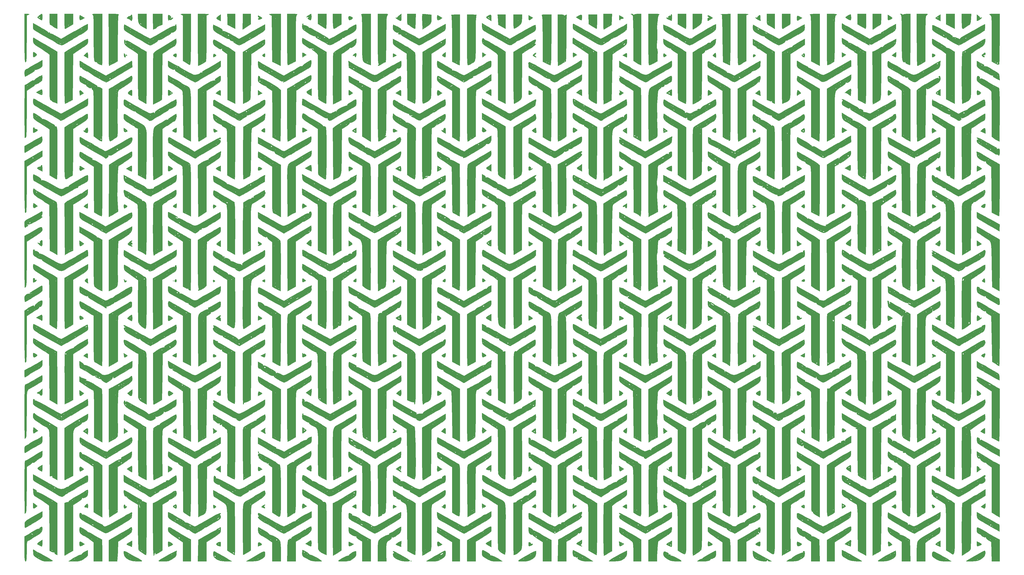
<source format=gbr>
G04 #@! TF.GenerationSoftware,KiCad,Pcbnew,(5.1.4)-1*
G04 #@! TF.CreationDate,2023-05-25T13:29:14-04:00*
G04 #@! TF.ProjectId,ThumbsUp,5468756d-6273-4557-902e-6b696361645f,rev?*
G04 #@! TF.SameCoordinates,Original*
G04 #@! TF.FileFunction,Legend,Bot*
G04 #@! TF.FilePolarity,Positive*
%FSLAX46Y46*%
G04 Gerber Fmt 4.6, Leading zero omitted, Abs format (unit mm)*
G04 Created by KiCad (PCBNEW (5.1.4)-1) date 2023-05-25 13:29:14*
%MOMM*%
%LPD*%
G04 APERTURE LIST*
%ADD10C,0.010000*%
G04 APERTURE END LIST*
D10*
G36*
X-33126195Y-109079063D02*
G01*
X-33645870Y-109429074D01*
X-34157440Y-109837162D01*
X-34471646Y-110159928D01*
X-34500000Y-110227928D01*
X-34295595Y-110464717D01*
X-33816898Y-110814346D01*
X-33265688Y-111146141D01*
X-32843747Y-111329425D01*
X-32787695Y-111336842D01*
X-32692676Y-111097695D01*
X-32635706Y-110492674D01*
X-32631134Y-110267369D01*
X-33564211Y-110267369D01*
X-33585409Y-110513744D01*
X-33682116Y-110534737D01*
X-33954382Y-110340651D01*
X-33965263Y-110267369D01*
X-33874041Y-110006952D01*
X-33847358Y-110000000D01*
X-33619087Y-110187355D01*
X-33564211Y-110267369D01*
X-32631134Y-110267369D01*
X-32628421Y-110133684D01*
X-32660075Y-109415913D01*
X-32740157Y-108985553D01*
X-32787674Y-108930527D01*
X-33126195Y-109079063D01*
X-33126195Y-109079063D01*
G37*
X-33126195Y-109079063D02*
X-33645870Y-109429074D01*
X-34157440Y-109837162D01*
X-34471646Y-110159928D01*
X-34500000Y-110227928D01*
X-34295595Y-110464717D01*
X-33816898Y-110814346D01*
X-33265688Y-111146141D01*
X-32843747Y-111329425D01*
X-32787695Y-111336842D01*
X-32692676Y-111097695D01*
X-32635706Y-110492674D01*
X-32631134Y-110267369D01*
X-33564211Y-110267369D01*
X-33585409Y-110513744D01*
X-33682116Y-110534737D01*
X-33954382Y-110340651D01*
X-33965263Y-110267369D01*
X-33874041Y-110006952D01*
X-33847358Y-110000000D01*
X-33619087Y-110187355D01*
X-33564211Y-110267369D01*
X-32631134Y-110267369D01*
X-32628421Y-110133684D01*
X-32660075Y-109415913D01*
X-32740157Y-108985553D01*
X-32787674Y-108930527D01*
X-33126195Y-109079063D01*
G36*
X-18682184Y-109700642D02*
G01*
X-18724184Y-110279310D01*
X-18725263Y-110401053D01*
X-18686937Y-111045641D01*
X-18495770Y-111278302D01*
X-18037481Y-111147965D01*
X-17558492Y-110900588D01*
X-16792773Y-110485744D01*
X-16932036Y-110401053D01*
X-17655790Y-110401053D01*
X-17789474Y-110534737D01*
X-17923158Y-110401053D01*
X-17789474Y-110267369D01*
X-17655790Y-110401053D01*
X-16932036Y-110401053D01*
X-17631796Y-109975504D01*
X-18212944Y-109641135D01*
X-18570284Y-109470787D01*
X-18598041Y-109465263D01*
X-18682184Y-109700642D01*
X-18682184Y-109700642D01*
G37*
X-18682184Y-109700642D02*
X-18724184Y-110279310D01*
X-18725263Y-110401053D01*
X-18686937Y-111045641D01*
X-18495770Y-111278302D01*
X-18037481Y-111147965D01*
X-17558492Y-110900588D01*
X-16792773Y-110485744D01*
X-16932036Y-110401053D01*
X-17655790Y-110401053D01*
X-17789474Y-110534737D01*
X-17923158Y-110401053D01*
X-17789474Y-110267369D01*
X-17655790Y-110401053D01*
X-16932036Y-110401053D01*
X-17631796Y-109975504D01*
X-18212944Y-109641135D01*
X-18570284Y-109470787D01*
X-18598041Y-109465263D01*
X-18682184Y-109700642D01*
G36*
X48157225Y-109625353D02*
G01*
X48116842Y-109851200D01*
X48291037Y-110218366D01*
X48451053Y-110271463D01*
X48620644Y-110343357D01*
X48418464Y-110507909D01*
X48114407Y-110828383D01*
X48242990Y-111033781D01*
X48703193Y-111042969D01*
X48985789Y-110963559D01*
X49554545Y-110708627D01*
X49651523Y-110460146D01*
X49270869Y-110125735D01*
X48918947Y-109908847D01*
X48381319Y-109621716D01*
X48157225Y-109625353D01*
X48157225Y-109625353D01*
G37*
X48157225Y-109625353D02*
X48116842Y-109851200D01*
X48291037Y-110218366D01*
X48451053Y-110271463D01*
X48620644Y-110343357D01*
X48418464Y-110507909D01*
X48114407Y-110828383D01*
X48242990Y-111033781D01*
X48703193Y-111042969D01*
X48985789Y-110963559D01*
X49554545Y-110708627D01*
X49651523Y-110460146D01*
X49270869Y-110125735D01*
X48918947Y-109908847D01*
X48381319Y-109621716D01*
X48157225Y-109625353D01*
G36*
X67732466Y-109070713D02*
G01*
X67174360Y-109424636D01*
X66885289Y-109622721D01*
X66359842Y-110026317D01*
X66301692Y-110174553D01*
X66498421Y-110139441D01*
X66975193Y-110101782D01*
X67100000Y-110249351D01*
X66890872Y-110517303D01*
X66781529Y-110534737D01*
X66699487Y-110641741D01*
X66933907Y-110885071D01*
X67330069Y-111148204D01*
X67733257Y-111314615D01*
X67835263Y-111328339D01*
X68068849Y-111080275D01*
X68166732Y-110335804D01*
X68169474Y-110133684D01*
X68140081Y-109415895D01*
X68065719Y-108985539D01*
X68021604Y-108930527D01*
X67732466Y-109070713D01*
X67732466Y-109070713D01*
G37*
X67732466Y-109070713D02*
X67174360Y-109424636D01*
X66885289Y-109622721D01*
X66359842Y-110026317D01*
X66301692Y-110174553D01*
X66498421Y-110139441D01*
X66975193Y-110101782D01*
X67100000Y-110249351D01*
X66890872Y-110517303D01*
X66781529Y-110534737D01*
X66699487Y-110641741D01*
X66933907Y-110885071D01*
X67330069Y-111148204D01*
X67733257Y-111314615D01*
X67835263Y-111328339D01*
X68068849Y-111080275D01*
X68166732Y-110335804D01*
X68169474Y-110133684D01*
X68140081Y-109415895D01*
X68065719Y-108985539D01*
X68021604Y-108930527D01*
X67732466Y-109070713D01*
G36*
X82050963Y-110007209D02*
G01*
X81997233Y-110614852D01*
X82003164Y-110647348D01*
X82140855Y-111152176D01*
X82390031Y-111280780D01*
X82912738Y-111088050D01*
X83075263Y-111010521D01*
X83588814Y-110656954D01*
X83573092Y-110316262D01*
X83121213Y-109988819D01*
X82445898Y-109786590D01*
X82050963Y-110007209D01*
X82050963Y-110007209D01*
G37*
X82050963Y-110007209D02*
X81997233Y-110614852D01*
X82003164Y-110647348D01*
X82140855Y-111152176D01*
X82390031Y-111280780D01*
X82912738Y-111088050D01*
X83075263Y-111010521D01*
X83588814Y-110656954D01*
X83573092Y-110316262D01*
X83121213Y-109988819D01*
X82445898Y-109786590D01*
X82050963Y-110007209D01*
G36*
X115269395Y-109700642D02*
G01*
X115227395Y-110279310D01*
X115226316Y-110401053D01*
X115322833Y-111092256D01*
X115641708Y-111319641D01*
X116226925Y-111100303D01*
X116478896Y-110935790D01*
X115761053Y-110935790D01*
X115627368Y-111069474D01*
X115493684Y-110935790D01*
X115627368Y-110802105D01*
X115761053Y-110935790D01*
X116478896Y-110935790D01*
X116524955Y-110905718D01*
X117140471Y-110474594D01*
X116310615Y-109969929D01*
X115732676Y-109637712D01*
X115379179Y-109470131D01*
X115353538Y-109465263D01*
X115269395Y-109700642D01*
X115269395Y-109700642D01*
G37*
X115269395Y-109700642D02*
X115227395Y-110279310D01*
X115226316Y-110401053D01*
X115322833Y-111092256D01*
X115641708Y-111319641D01*
X116226925Y-111100303D01*
X116478896Y-110935790D01*
X115761053Y-110935790D01*
X115627368Y-111069474D01*
X115493684Y-110935790D01*
X115627368Y-110802105D01*
X115761053Y-110935790D01*
X116478896Y-110935790D01*
X116524955Y-110905718D01*
X117140471Y-110474594D01*
X116310615Y-109969929D01*
X115732676Y-109637712D01*
X115379179Y-109470131D01*
X115353538Y-109465263D01*
X115269395Y-109700642D01*
G36*
X149449474Y-110385937D02*
G01*
X149517325Y-111086790D01*
X149765120Y-111300254D01*
X150259221Y-111056688D01*
X150503681Y-110868231D01*
X151082391Y-110399620D01*
X150265932Y-109917326D01*
X149449474Y-109435031D01*
X149449474Y-110385937D01*
X149449474Y-110385937D01*
G37*
X149449474Y-110385937D02*
X149517325Y-111086790D01*
X149765120Y-111300254D01*
X150259221Y-111056688D01*
X150503681Y-110868231D01*
X151082391Y-110399620D01*
X150265932Y-109917326D01*
X149449474Y-109435031D01*
X149449474Y-110385937D01*
G36*
X168766416Y-109360285D02*
G01*
X168133126Y-109713088D01*
X167285959Y-110228281D01*
X168193506Y-110781562D01*
X168818499Y-111134563D01*
X169245256Y-111325080D01*
X169301579Y-111335843D01*
X169427173Y-111099169D01*
X169497006Y-110506744D01*
X169502105Y-110267369D01*
X169450941Y-109543884D01*
X169236291Y-109253904D01*
X168766416Y-109360285D01*
X168766416Y-109360285D01*
G37*
X168766416Y-109360285D02*
X168133126Y-109713088D01*
X167285959Y-110228281D01*
X168193506Y-110781562D01*
X168818499Y-111134563D01*
X169245256Y-111325080D01*
X169301579Y-111335843D01*
X169427173Y-111099169D01*
X169497006Y-110506744D01*
X169502105Y-110267369D01*
X169450941Y-109543884D01*
X169236291Y-109253904D01*
X168766416Y-109360285D01*
G36*
X183405263Y-110405378D02*
G01*
X183476670Y-111022126D01*
X183652159Y-111329188D01*
X183688411Y-111336842D01*
X183848093Y-111173042D01*
X183806316Y-111069474D01*
X183899714Y-110870031D01*
X184309494Y-110802105D01*
X184942207Y-110711884D01*
X185076005Y-110470260D01*
X184709900Y-110120793D01*
X184329602Y-109914701D01*
X183405263Y-109473915D01*
X183405263Y-110405378D01*
X183405263Y-110405378D01*
G37*
X183405263Y-110405378D02*
X183476670Y-111022126D01*
X183652159Y-111329188D01*
X183688411Y-111336842D01*
X183848093Y-111173042D01*
X183806316Y-111069474D01*
X183899714Y-110870031D01*
X184309494Y-110802105D01*
X184942207Y-110711884D01*
X185076005Y-110470260D01*
X184709900Y-110120793D01*
X184329602Y-109914701D01*
X183405263Y-109473915D01*
X183405263Y-110405378D01*
G36*
X269852949Y-109164017D02*
G01*
X269325592Y-109410081D01*
X268744589Y-109753771D01*
X268298684Y-110085733D01*
X268166053Y-110267369D01*
X268374970Y-110479397D01*
X268872151Y-110799726D01*
X269458862Y-111115797D01*
X269936371Y-111315051D01*
X270054299Y-111336842D01*
X270210872Y-111100259D01*
X270295262Y-110512135D01*
X270300000Y-110311930D01*
X270261285Y-109610318D01*
X270165459Y-109167387D01*
X270137914Y-109124932D01*
X269852949Y-109164017D01*
X269852949Y-109164017D01*
G37*
X269852949Y-109164017D02*
X269325592Y-109410081D01*
X268744589Y-109753771D01*
X268298684Y-110085733D01*
X268166053Y-110267369D01*
X268374970Y-110479397D01*
X268872151Y-110799726D01*
X269458862Y-111115797D01*
X269936371Y-111315051D01*
X270054299Y-111336842D01*
X270210872Y-111100259D01*
X270295262Y-110512135D01*
X270300000Y-110311930D01*
X270261285Y-109610318D01*
X270165459Y-109167387D01*
X270137914Y-109124932D01*
X269852949Y-109164017D01*
G36*
X284005418Y-110301267D02*
G01*
X284038785Y-111008388D01*
X284276297Y-111275828D01*
X284811098Y-111155730D01*
X285205789Y-110973245D01*
X285662905Y-110706232D01*
X285731623Y-110466469D01*
X285384210Y-110141879D01*
X284923731Y-109833372D01*
X284046714Y-109265692D01*
X284005418Y-110301267D01*
X284005418Y-110301267D01*
G37*
X284005418Y-110301267D02*
X284038785Y-111008388D01*
X284276297Y-111275828D01*
X284811098Y-111155730D01*
X285205789Y-110973245D01*
X285662905Y-110706232D01*
X285731623Y-110466469D01*
X285384210Y-110141879D01*
X284923731Y-109833372D01*
X284046714Y-109265692D01*
X284005418Y-110301267D01*
G36*
X533033Y-109401356D02*
G01*
X525263Y-109465263D01*
X313395Y-109719365D01*
X191053Y-109741135D01*
X-273176Y-109898663D01*
X-650628Y-110133759D01*
X-978556Y-110425273D01*
X-878480Y-110607842D01*
X-476073Y-110777185D01*
X96220Y-111068979D01*
X381386Y-111320350D01*
X692608Y-111611008D01*
X925540Y-111411750D01*
X1048604Y-110765356D01*
X1060000Y-110401053D01*
X525263Y-110401053D01*
X391579Y-110534737D01*
X257895Y-110401053D01*
X391579Y-110267369D01*
X525263Y-110401053D01*
X1060000Y-110401053D01*
X1006895Y-109683518D01*
X872535Y-109253102D01*
X792631Y-109197895D01*
X533033Y-109401356D01*
X533033Y-109401356D01*
G37*
X533033Y-109401356D02*
X525263Y-109465263D01*
X313395Y-109719365D01*
X191053Y-109741135D01*
X-273176Y-109898663D01*
X-650628Y-110133759D01*
X-978556Y-110425273D01*
X-878480Y-110607842D01*
X-476073Y-110777185D01*
X96220Y-111068979D01*
X381386Y-111320350D01*
X692608Y-111611008D01*
X925540Y-111411750D01*
X1048604Y-110765356D01*
X1060000Y-110401053D01*
X525263Y-110401053D01*
X391579Y-110534737D01*
X257895Y-110401053D01*
X391579Y-110267369D01*
X525263Y-110401053D01*
X1060000Y-110401053D01*
X1006895Y-109683518D01*
X872535Y-109253102D01*
X792631Y-109197895D01*
X533033Y-109401356D01*
G36*
X14549464Y-109450101D02*
G01*
X14477149Y-109862087D01*
X14455712Y-110649892D01*
X14507580Y-111139992D01*
X14605951Y-111468571D01*
X14659379Y-111387905D01*
X14836877Y-111162554D01*
X14952282Y-111196436D01*
X15344760Y-111185939D01*
X15860180Y-110945268D01*
X16240793Y-110615072D01*
X16300000Y-110461015D01*
X16103226Y-110409046D01*
X15698421Y-110569104D01*
X15294192Y-110763108D01*
X15291332Y-110663337D01*
X15443799Y-110468915D01*
X15625602Y-110112930D01*
X15550031Y-110000000D01*
X15230526Y-110000000D01*
X15132700Y-110220075D01*
X15052281Y-110178246D01*
X15020282Y-109860942D01*
X15052281Y-109821755D01*
X15211231Y-109858456D01*
X15230526Y-110000000D01*
X15550031Y-110000000D01*
X15411578Y-109793103D01*
X15176430Y-109615131D01*
X14732687Y-109342223D01*
X14549464Y-109450101D01*
X14549464Y-109450101D01*
G37*
X14549464Y-109450101D02*
X14477149Y-109862087D01*
X14455712Y-110649892D01*
X14507580Y-111139992D01*
X14605951Y-111468571D01*
X14659379Y-111387905D01*
X14836877Y-111162554D01*
X14952282Y-111196436D01*
X15344760Y-111185939D01*
X15860180Y-110945268D01*
X16240793Y-110615072D01*
X16300000Y-110461015D01*
X16103226Y-110409046D01*
X15698421Y-110569104D01*
X15294192Y-110763108D01*
X15291332Y-110663337D01*
X15443799Y-110468915D01*
X15625602Y-110112930D01*
X15550031Y-110000000D01*
X15230526Y-110000000D01*
X15132700Y-110220075D01*
X15052281Y-110178246D01*
X15020282Y-109860942D01*
X15052281Y-109821755D01*
X15211231Y-109858456D01*
X15230526Y-110000000D01*
X15550031Y-110000000D01*
X15411578Y-109793103D01*
X15176430Y-109615131D01*
X14732687Y-109342223D01*
X14549464Y-109450101D01*
G36*
X33300194Y-109791786D02*
G01*
X32698161Y-110245919D01*
X32569778Y-110588122D01*
X32925230Y-110931085D01*
X33428533Y-111211926D01*
X34213684Y-111617943D01*
X34213684Y-109192979D01*
X33300194Y-109791786D01*
X33300194Y-109791786D01*
G37*
X33300194Y-109791786D02*
X32698161Y-110245919D01*
X32569778Y-110588122D01*
X32925230Y-110931085D01*
X33428533Y-111211926D01*
X34213684Y-111617943D01*
X34213684Y-109192979D01*
X33300194Y-109791786D01*
G36*
X101055789Y-109507540D02*
G01*
X100532287Y-109951378D01*
X100263253Y-110290483D01*
X100253684Y-110333429D01*
X100086901Y-110446016D01*
X99986316Y-110401053D01*
X99739667Y-110383410D01*
X99721033Y-110452116D01*
X99966272Y-110725604D01*
X100652580Y-111121181D01*
X101523684Y-111519787D01*
X101732351Y-111444379D01*
X101837097Y-110949793D01*
X101857895Y-110287970D01*
X101857895Y-110000000D01*
X101590526Y-110000000D01*
X101492700Y-110220075D01*
X101412281Y-110178246D01*
X101380282Y-109860942D01*
X101412281Y-109821755D01*
X101571231Y-109858456D01*
X101590526Y-110000000D01*
X101857895Y-110000000D01*
X101857895Y-108914519D01*
X101055789Y-109507540D01*
X101055789Y-109507540D01*
G37*
X101055789Y-109507540D02*
X100532287Y-109951378D01*
X100263253Y-110290483D01*
X100253684Y-110333429D01*
X100086901Y-110446016D01*
X99986316Y-110401053D01*
X99739667Y-110383410D01*
X99721033Y-110452116D01*
X99966272Y-110725604D01*
X100652580Y-111121181D01*
X101523684Y-111519787D01*
X101732351Y-111444379D01*
X101837097Y-110949793D01*
X101857895Y-110287970D01*
X101857895Y-110000000D01*
X101590526Y-110000000D01*
X101492700Y-110220075D01*
X101412281Y-110178246D01*
X101380282Y-109860942D01*
X101412281Y-109821755D01*
X101571231Y-109858456D01*
X101590526Y-110000000D01*
X101857895Y-110000000D01*
X101857895Y-108914519D01*
X101055789Y-109507540D01*
G36*
X134834594Y-109347850D02*
G01*
X134208787Y-109693961D01*
X133756329Y-109994574D01*
X133621386Y-110236426D01*
X133845121Y-110519617D01*
X134468697Y-110944245D01*
X134811053Y-111158525D01*
X135546316Y-111616538D01*
X135546316Y-110692768D01*
X135011579Y-110692768D01*
X134809179Y-110695422D01*
X134610526Y-110631425D01*
X134256300Y-110350919D01*
X134209474Y-110206025D01*
X134368448Y-110117471D01*
X134610526Y-110267369D01*
X134942570Y-110583747D01*
X135011579Y-110692768D01*
X135546316Y-110692768D01*
X135546316Y-110407216D01*
X135498302Y-109600611D01*
X135292128Y-109264056D01*
X134834594Y-109347850D01*
X134834594Y-109347850D01*
G37*
X134834594Y-109347850D02*
X134208787Y-109693961D01*
X133756329Y-109994574D01*
X133621386Y-110236426D01*
X133845121Y-110519617D01*
X134468697Y-110944245D01*
X134811053Y-111158525D01*
X135546316Y-111616538D01*
X135546316Y-110692768D01*
X135011579Y-110692768D01*
X134809179Y-110695422D01*
X134610526Y-110631425D01*
X134256300Y-110350919D01*
X134209474Y-110206025D01*
X134368448Y-110117471D01*
X134610526Y-110267369D01*
X134942570Y-110583747D01*
X135011579Y-110692768D01*
X135546316Y-110692768D01*
X135546316Y-110407216D01*
X135498302Y-109600611D01*
X135292128Y-109264056D01*
X134834594Y-109347850D01*
G36*
X202777708Y-109405396D02*
G01*
X202827978Y-109550580D01*
X202876653Y-109727957D01*
X202797185Y-109675197D01*
X202423893Y-109635221D01*
X202049777Y-109770777D01*
X201698704Y-110030623D01*
X201813771Y-110261858D01*
X201884405Y-110313622D01*
X202033126Y-110468710D01*
X201708613Y-110415884D01*
X201653158Y-110400550D01*
X201161468Y-110336502D01*
X201079452Y-110486615D01*
X201372893Y-110766877D01*
X201920526Y-111057027D01*
X202558321Y-111336458D01*
X202966663Y-111526680D01*
X202990000Y-111538977D01*
X203102201Y-111363442D01*
X203174975Y-110794796D01*
X203190526Y-110273870D01*
X203144169Y-109446795D01*
X203013156Y-109069534D01*
X202918797Y-109066906D01*
X202777708Y-109405396D01*
X202777708Y-109405396D01*
G37*
X202777708Y-109405396D02*
X202827978Y-109550580D01*
X202876653Y-109727957D01*
X202797185Y-109675197D01*
X202423893Y-109635221D01*
X202049777Y-109770777D01*
X201698704Y-110030623D01*
X201813771Y-110261858D01*
X201884405Y-110313622D01*
X202033126Y-110468710D01*
X201708613Y-110415884D01*
X201653158Y-110400550D01*
X201161468Y-110336502D01*
X201079452Y-110486615D01*
X201372893Y-110766877D01*
X201920526Y-111057027D01*
X202558321Y-111336458D01*
X202966663Y-111526680D01*
X202990000Y-111538977D01*
X203102201Y-111363442D01*
X203174975Y-110794796D01*
X203190526Y-110273870D01*
X203144169Y-109446795D01*
X203013156Y-109069534D01*
X202918797Y-109066906D01*
X202777708Y-109405396D01*
G36*
X216575343Y-109771285D02*
G01*
X216971453Y-110198570D01*
X216990052Y-110213182D01*
X217311232Y-110485619D01*
X217206883Y-110503786D01*
X217026842Y-110445414D01*
X216672865Y-110440858D01*
X216560606Y-110840723D01*
X216558947Y-110944181D01*
X216565493Y-111397057D01*
X216668838Y-111545194D01*
X216994549Y-111399448D01*
X217572483Y-111031810D01*
X218452334Y-110468418D01*
X217572483Y-109861386D01*
X216965989Y-109548253D01*
X216603565Y-109536366D01*
X216575343Y-109771285D01*
X216575343Y-109771285D01*
G37*
X216575343Y-109771285D02*
X216971453Y-110198570D01*
X216990052Y-110213182D01*
X217311232Y-110485619D01*
X217206883Y-110503786D01*
X217026842Y-110445414D01*
X216672865Y-110440858D01*
X216560606Y-110840723D01*
X216558947Y-110944181D01*
X216565493Y-111397057D01*
X216668838Y-111545194D01*
X216994549Y-111399448D01*
X217572483Y-111031810D01*
X218452334Y-110468418D01*
X217572483Y-109861386D01*
X216965989Y-109548253D01*
X216603565Y-109536366D01*
X216575343Y-109771285D01*
G36*
X235919901Y-109470011D02*
G01*
X235644495Y-109644039D01*
X235234452Y-110013873D01*
X235157235Y-110293552D01*
X235091101Y-110417943D01*
X234887571Y-110369385D01*
X234502359Y-110292393D01*
X234476676Y-110447362D01*
X234747455Y-110738601D01*
X235251628Y-111070420D01*
X235398481Y-111144572D01*
X236324330Y-111586079D01*
X236300680Y-110407833D01*
X236272634Y-109687539D01*
X236172975Y-109406670D01*
X235919901Y-109470011D01*
X235919901Y-109470011D01*
G37*
X235919901Y-109470011D02*
X235644495Y-109644039D01*
X235234452Y-110013873D01*
X235157235Y-110293552D01*
X235091101Y-110417943D01*
X234887571Y-110369385D01*
X234502359Y-110292393D01*
X234476676Y-110447362D01*
X234747455Y-110738601D01*
X235251628Y-111070420D01*
X235398481Y-111144572D01*
X236324330Y-111586079D01*
X236300680Y-110407833D01*
X236272634Y-109687539D01*
X236172975Y-109406670D01*
X235919901Y-109470011D01*
G36*
X250047934Y-109911104D02*
G01*
X250028246Y-110022422D01*
X249997663Y-110742704D01*
X250028246Y-111061618D01*
X250108725Y-111382619D01*
X250296814Y-111428237D01*
X250734584Y-111191998D01*
X251011946Y-111016801D01*
X251910208Y-110445103D01*
X251011946Y-109977606D01*
X250423921Y-109691156D01*
X250153413Y-109666673D01*
X250047934Y-109911104D01*
X250047934Y-109911104D01*
G37*
X250047934Y-109911104D02*
X250028246Y-110022422D01*
X249997663Y-110742704D01*
X250028246Y-111061618D01*
X250108725Y-111382619D01*
X250296814Y-111428237D01*
X250734584Y-111191998D01*
X251011946Y-111016801D01*
X251910208Y-110445103D01*
X251011946Y-109977606D01*
X250423921Y-109691156D01*
X250153413Y-109666673D01*
X250047934Y-109911104D01*
G36*
X302785263Y-109768058D02*
G01*
X302198010Y-110157214D01*
X301872589Y-110455741D01*
X301849474Y-110511627D01*
X302066914Y-110737662D01*
X302607004Y-111060798D01*
X302785263Y-111149313D01*
X303721053Y-111595559D01*
X303721053Y-110146666D01*
X303075148Y-110146666D01*
X303050739Y-110270431D01*
X302764771Y-110492070D01*
X302458313Y-110529265D01*
X302384210Y-110429658D01*
X302593935Y-110257943D01*
X302799150Y-110165352D01*
X303075148Y-110146666D01*
X303721053Y-110146666D01*
X303721053Y-109215929D01*
X302785263Y-109768058D01*
X302785263Y-109768058D01*
G37*
X302785263Y-109768058D02*
X302198010Y-110157214D01*
X301872589Y-110455741D01*
X301849474Y-110511627D01*
X302066914Y-110737662D01*
X302607004Y-111060798D01*
X302785263Y-111149313D01*
X303721053Y-111595559D01*
X303721053Y-110146666D01*
X303075148Y-110146666D01*
X303050739Y-110270431D01*
X302764771Y-110492070D01*
X302458313Y-110529265D01*
X302384210Y-110429658D01*
X302593935Y-110257943D01*
X302799150Y-110165352D01*
X303075148Y-110146666D01*
X303721053Y-110146666D01*
X303721053Y-109215929D01*
X302785263Y-109768058D01*
G36*
X317356842Y-110388571D02*
G01*
X317369965Y-111106458D01*
X317403211Y-111533676D01*
X317423684Y-111587111D01*
X317681952Y-111469180D01*
X318232733Y-111200457D01*
X318359474Y-111137551D01*
X318895324Y-110802147D01*
X319198786Y-110492038D01*
X319210731Y-110307268D01*
X318872030Y-110347882D01*
X318813482Y-110369385D01*
X318520044Y-110412488D01*
X318518566Y-110331148D01*
X318416031Y-110051824D01*
X318001287Y-109655989D01*
X317997715Y-109653308D01*
X317356842Y-109172931D01*
X317356842Y-110388571D01*
X317356842Y-110388571D01*
G37*
X317356842Y-110388571D02*
X317369965Y-111106458D01*
X317403211Y-111533676D01*
X317423684Y-111587111D01*
X317681952Y-111469180D01*
X318232733Y-111200457D01*
X318359474Y-111137551D01*
X318895324Y-110802147D01*
X319198786Y-110492038D01*
X319210731Y-110307268D01*
X318872030Y-110347882D01*
X318813482Y-110369385D01*
X318520044Y-110412488D01*
X318518566Y-110331148D01*
X318416031Y-110051824D01*
X318001287Y-109655989D01*
X317997715Y-109653308D01*
X317356842Y-109172931D01*
X317356842Y-110388571D01*
G36*
X-29954737Y-110960821D02*
G01*
X-29939780Y-112005344D01*
X-29875522Y-112633532D01*
X-29732883Y-112963407D01*
X-29482780Y-113112987D01*
X-29420000Y-113130951D01*
X-28987068Y-113321595D01*
X-28885263Y-113457453D01*
X-28667907Y-113680378D01*
X-28127999Y-114001801D01*
X-27949474Y-114090365D01*
X-27013684Y-114536612D01*
X-27013684Y-108930527D01*
X-29954737Y-108930527D01*
X-29954737Y-110960821D01*
X-29954737Y-110960821D01*
G37*
X-29954737Y-110960821D02*
X-29939780Y-112005344D01*
X-29875522Y-112633532D01*
X-29732883Y-112963407D01*
X-29482780Y-113112987D01*
X-29420000Y-113130951D01*
X-28987068Y-113321595D01*
X-28885263Y-113457453D01*
X-28667907Y-113680378D01*
X-28127999Y-114001801D01*
X-27949474Y-114090365D01*
X-27013684Y-114536612D01*
X-27013684Y-108930527D01*
X-29954737Y-108930527D01*
X-29954737Y-110960821D01*
G36*
X-24340000Y-111737895D02*
G01*
X-24322231Y-112889199D01*
X-24274179Y-113810125D01*
X-24203724Y-114390681D01*
X-24139474Y-114536573D01*
X-23821733Y-114401373D01*
X-23198560Y-114058821D01*
X-22543639Y-113667626D01*
X-21798824Y-113208421D01*
X-22735790Y-113208421D01*
X-22833615Y-113428496D01*
X-22914035Y-113386667D01*
X-22946034Y-113069363D01*
X-22914035Y-113030176D01*
X-22755085Y-113066877D01*
X-22735790Y-113208421D01*
X-21798824Y-113208421D01*
X-21148330Y-112807369D01*
X-21139955Y-110868948D01*
X-21131579Y-108930527D01*
X-24340000Y-108930527D01*
X-24340000Y-111737895D01*
X-24340000Y-111737895D01*
G37*
X-24340000Y-111737895D02*
X-24322231Y-112889199D01*
X-24274179Y-113810125D01*
X-24203724Y-114390681D01*
X-24139474Y-114536573D01*
X-23821733Y-114401373D01*
X-23198560Y-114058821D01*
X-22543639Y-113667626D01*
X-21798824Y-113208421D01*
X-22735790Y-113208421D01*
X-22833615Y-113428496D01*
X-22914035Y-113386667D01*
X-22946034Y-113069363D01*
X-22914035Y-113030176D01*
X-22755085Y-113066877D01*
X-22735790Y-113208421D01*
X-21798824Y-113208421D01*
X-21148330Y-112807369D01*
X-21139955Y-110868948D01*
X-21131579Y-108930527D01*
X-24340000Y-108930527D01*
X-24340000Y-111737895D01*
G36*
X3198947Y-110383647D02*
G01*
X3263218Y-111633064D01*
X3509774Y-112508493D01*
X4019230Y-113160932D01*
X4872202Y-113741376D01*
X5041811Y-113835408D01*
X6407368Y-114578637D01*
X6407368Y-112673684D01*
X4402105Y-112673684D01*
X4380907Y-112920060D01*
X4284200Y-112941053D01*
X4011933Y-112746967D01*
X4001053Y-112673684D01*
X4092275Y-112413267D01*
X4118957Y-112406316D01*
X4347228Y-112593671D01*
X4402105Y-112673684D01*
X6407368Y-112673684D01*
X6407368Y-108930527D01*
X3198947Y-108930527D01*
X3198947Y-110383647D01*
X3198947Y-110383647D01*
G37*
X3198947Y-110383647D02*
X3263218Y-111633064D01*
X3509774Y-112508493D01*
X4019230Y-113160932D01*
X4872202Y-113741376D01*
X5041811Y-113835408D01*
X6407368Y-114578637D01*
X6407368Y-112673684D01*
X4402105Y-112673684D01*
X4380907Y-112920060D01*
X4284200Y-112941053D01*
X4011933Y-112746967D01*
X4001053Y-112673684D01*
X4092275Y-112413267D01*
X4118957Y-112406316D01*
X4347228Y-112593671D01*
X4402105Y-112673684D01*
X6407368Y-112673684D01*
X6407368Y-108930527D01*
X3198947Y-108930527D01*
X3198947Y-110383647D01*
G36*
X36675595Y-110942625D02*
G01*
X36753684Y-112954724D01*
X38157368Y-113755402D01*
X39561053Y-114556080D01*
X39561053Y-113074737D01*
X38224210Y-113074737D01*
X38090526Y-113208421D01*
X37956842Y-113074737D01*
X38090526Y-112941053D01*
X38224210Y-113074737D01*
X39561053Y-113074737D01*
X39561053Y-108930527D01*
X36597507Y-108930527D01*
X36675595Y-110942625D01*
X36675595Y-110942625D01*
G37*
X36675595Y-110942625D02*
X36753684Y-112954724D01*
X38157368Y-113755402D01*
X39561053Y-114556080D01*
X39561053Y-113074737D01*
X38224210Y-113074737D01*
X38090526Y-113208421D01*
X37956842Y-113074737D01*
X38090526Y-112941053D01*
X38224210Y-113074737D01*
X39561053Y-113074737D01*
X39561053Y-108930527D01*
X36597507Y-108930527D01*
X36675595Y-110942625D01*
G36*
X70575789Y-112680326D02*
G01*
X72033472Y-113612795D01*
X72803553Y-114091995D01*
X73384336Y-114428479D01*
X73637683Y-114545263D01*
X73697835Y-114296322D01*
X73746020Y-113623137D01*
X73776472Y-112636163D01*
X73777684Y-112495439D01*
X71823509Y-112495439D01*
X71786807Y-112654389D01*
X71645263Y-112673684D01*
X71425189Y-112575858D01*
X71467017Y-112495439D01*
X71784321Y-112463440D01*
X71823509Y-112495439D01*
X73777684Y-112495439D01*
X73784210Y-111737895D01*
X73784210Y-108930527D01*
X70575789Y-108930527D01*
X70575789Y-112680326D01*
X70575789Y-112680326D01*
G37*
X70575789Y-112680326D02*
X72033472Y-113612795D01*
X72803553Y-114091995D01*
X73384336Y-114428479D01*
X73637683Y-114545263D01*
X73697835Y-114296322D01*
X73746020Y-113623137D01*
X73776472Y-112636163D01*
X73777684Y-112495439D01*
X71823509Y-112495439D01*
X71786807Y-112654389D01*
X71645263Y-112673684D01*
X71425189Y-112575858D01*
X71467017Y-112495439D01*
X71784321Y-112463440D01*
X71823509Y-112495439D01*
X73777684Y-112495439D01*
X73784210Y-111737895D01*
X73784210Y-108930527D01*
X70575789Y-108930527D01*
X70575789Y-112680326D01*
G36*
X76209604Y-111737895D02*
G01*
X76259241Y-113176747D01*
X76354693Y-114094279D01*
X76497401Y-114502062D01*
X76556698Y-114526659D01*
X76935839Y-114381613D01*
X77592477Y-114027745D01*
X78128947Y-113701946D01*
X79398947Y-112895838D01*
X79398947Y-108930527D01*
X76164759Y-108930527D01*
X76209604Y-111737895D01*
X76209604Y-111737895D01*
G37*
X76209604Y-111737895D02*
X76259241Y-113176747D01*
X76354693Y-114094279D01*
X76497401Y-114502062D01*
X76556698Y-114526659D01*
X76935839Y-114381613D01*
X77592477Y-114027745D01*
X78128947Y-113701946D01*
X79398947Y-112895838D01*
X79398947Y-108930527D01*
X76164759Y-108930527D01*
X76209604Y-111737895D01*
G36*
X103996842Y-110935790D02*
G01*
X104027237Y-111894247D01*
X104107638Y-112603287D01*
X104221873Y-112932276D01*
X104245113Y-112941053D01*
X104634385Y-113105099D01*
X104851588Y-113275263D01*
X105266970Y-113586848D01*
X105881455Y-113976344D01*
X106501485Y-114329289D01*
X106933501Y-114531222D01*
X106999219Y-114545263D01*
X107051119Y-114296330D01*
X107103573Y-113623163D01*
X107149620Y-112636215D01*
X107152465Y-112540000D01*
X105066316Y-112540000D01*
X104932631Y-112673684D01*
X104798947Y-112540000D01*
X104932631Y-112406316D01*
X105066316Y-112540000D01*
X107152465Y-112540000D01*
X107176191Y-111737895D01*
X107240661Y-108930527D01*
X103996842Y-108930527D01*
X103996842Y-110935790D01*
X103996842Y-110935790D01*
G37*
X103996842Y-110935790D02*
X104027237Y-111894247D01*
X104107638Y-112603287D01*
X104221873Y-112932276D01*
X104245113Y-112941053D01*
X104634385Y-113105099D01*
X104851588Y-113275263D01*
X105266970Y-113586848D01*
X105881455Y-113976344D01*
X106501485Y-114329289D01*
X106933501Y-114531222D01*
X106999219Y-114545263D01*
X107051119Y-114296330D01*
X107103573Y-113623163D01*
X107149620Y-112636215D01*
X107152465Y-112540000D01*
X105066316Y-112540000D01*
X104932631Y-112673684D01*
X104798947Y-112540000D01*
X104932631Y-112406316D01*
X105066316Y-112540000D01*
X107152465Y-112540000D01*
X107176191Y-111737895D01*
X107240661Y-108930527D01*
X103996842Y-108930527D01*
X103996842Y-110935790D01*
G36*
X138030925Y-111088051D02*
G01*
X138130933Y-112978208D01*
X139512309Y-113767144D01*
X140893684Y-114556080D01*
X140893684Y-112272632D01*
X139556842Y-112272632D01*
X139423158Y-112406316D01*
X139289474Y-112272632D01*
X139423158Y-112138948D01*
X139556842Y-112272632D01*
X140893684Y-112272632D01*
X140893684Y-109197895D01*
X137930917Y-109197895D01*
X138030925Y-111088051D01*
X138030925Y-111088051D01*
G37*
X138030925Y-111088051D02*
X138130933Y-112978208D01*
X139512309Y-113767144D01*
X140893684Y-114556080D01*
X140893684Y-112272632D01*
X139556842Y-112272632D01*
X139423158Y-112406316D01*
X139289474Y-112272632D01*
X139423158Y-112138948D01*
X139556842Y-112272632D01*
X140893684Y-112272632D01*
X140893684Y-109197895D01*
X137930917Y-109197895D01*
X138030925Y-111088051D01*
G36*
X143834737Y-111871579D02*
G01*
X143853346Y-112991584D01*
X143903529Y-113877311D01*
X143976814Y-114416556D01*
X144035263Y-114528101D01*
X144356506Y-114384440D01*
X144964855Y-114034271D01*
X145438947Y-113738305D01*
X146218744Y-113158097D01*
X146689292Y-112543263D01*
X146928508Y-111732274D01*
X146947724Y-111470527D01*
X145706316Y-111470527D01*
X145572631Y-111604211D01*
X145438947Y-111470527D01*
X145572631Y-111336842D01*
X145706316Y-111470527D01*
X146947724Y-111470527D01*
X147014309Y-110563605D01*
X147016507Y-110467895D01*
X147043158Y-109197895D01*
X143834737Y-109197895D01*
X143834737Y-111871579D01*
X143834737Y-111871579D01*
G37*
X143834737Y-111871579D02*
X143853346Y-112991584D01*
X143903529Y-113877311D01*
X143976814Y-114416556D01*
X144035263Y-114528101D01*
X144356506Y-114384440D01*
X144964855Y-114034271D01*
X145438947Y-113738305D01*
X146218744Y-113158097D01*
X146689292Y-112543263D01*
X146928508Y-111732274D01*
X146947724Y-111470527D01*
X145706316Y-111470527D01*
X145572631Y-111604211D01*
X145438947Y-111470527D01*
X145572631Y-111336842D01*
X145706316Y-111470527D01*
X146947724Y-111470527D01*
X147014309Y-110563605D01*
X147016507Y-110467895D01*
X147043158Y-109197895D01*
X143834737Y-109197895D01*
X143834737Y-111871579D01*
G36*
X172042105Y-112765409D02*
G01*
X173432946Y-113655336D01*
X174184713Y-114122314D01*
X174745441Y-114444568D01*
X174970314Y-114545263D01*
X175031824Y-114296779D01*
X175080619Y-113626779D01*
X175110496Y-112648449D01*
X175111381Y-112540000D01*
X172710526Y-112540000D01*
X172576842Y-112673684D01*
X172443158Y-112540000D01*
X172576842Y-112406316D01*
X172710526Y-112540000D01*
X175111381Y-112540000D01*
X175116842Y-111871579D01*
X175116842Y-109197895D01*
X171896549Y-109197895D01*
X172042105Y-112765409D01*
X172042105Y-112765409D01*
G37*
X172042105Y-112765409D02*
X173432946Y-113655336D01*
X174184713Y-114122314D01*
X174745441Y-114444568D01*
X174970314Y-114545263D01*
X175031824Y-114296779D01*
X175080619Y-113626779D01*
X175110496Y-112648449D01*
X175111381Y-112540000D01*
X172710526Y-112540000D01*
X172576842Y-112673684D01*
X172443158Y-112540000D01*
X172576842Y-112406316D01*
X172710526Y-112540000D01*
X175111381Y-112540000D01*
X175116842Y-111871579D01*
X175116842Y-109197895D01*
X171896549Y-109197895D01*
X172042105Y-112765409D01*
G36*
X205344640Y-112807369D02*
G01*
X206780924Y-113676316D01*
X207553361Y-114129316D01*
X208134623Y-114443670D01*
X208377552Y-114545263D01*
X208443375Y-114296325D01*
X208496102Y-113623148D01*
X208529427Y-112636185D01*
X208537895Y-111737895D01*
X208537895Y-108930527D01*
X205329474Y-108930527D01*
X205344640Y-112807369D01*
X205344640Y-112807369D01*
G37*
X205344640Y-112807369D02*
X206780924Y-113676316D01*
X207553361Y-114129316D01*
X208134623Y-114443670D01*
X208377552Y-114545263D01*
X208443375Y-114296325D01*
X208496102Y-113623148D01*
X208529427Y-112636185D01*
X208537895Y-111737895D01*
X208537895Y-108930527D01*
X205329474Y-108930527D01*
X205344640Y-112807369D01*
G36*
X238750526Y-110916207D02*
G01*
X238762388Y-111940424D01*
X238826217Y-112565635D01*
X238984374Y-112927484D01*
X239279223Y-113161616D01*
X239485789Y-113270493D01*
X240272687Y-113702977D01*
X240956316Y-114122931D01*
X241691579Y-114606763D01*
X241691579Y-111871579D01*
X239285263Y-111871579D01*
X239187437Y-112091654D01*
X239107017Y-112049825D01*
X239075019Y-111732521D01*
X239107017Y-111693334D01*
X239265968Y-111730035D01*
X239285263Y-111871579D01*
X241691579Y-111871579D01*
X241691579Y-108930527D01*
X238750526Y-108930527D01*
X238750526Y-110916207D01*
X238750526Y-110916207D01*
G37*
X238750526Y-110916207D02*
X238762388Y-111940424D01*
X238826217Y-112565635D01*
X238984374Y-112927484D01*
X239279223Y-113161616D01*
X239485789Y-113270493D01*
X240272687Y-113702977D01*
X240956316Y-114122931D01*
X241691579Y-114606763D01*
X241691579Y-111871579D01*
X239285263Y-111871579D01*
X239187437Y-112091654D01*
X239107017Y-112049825D01*
X239075019Y-111732521D01*
X239107017Y-111693334D01*
X239265968Y-111730035D01*
X239285263Y-111871579D01*
X241691579Y-111871579D01*
X241691579Y-108930527D01*
X238750526Y-108930527D01*
X238750526Y-110916207D01*
G36*
X244365263Y-111737895D02*
G01*
X244385661Y-112890312D01*
X244440823Y-113813477D01*
X244521697Y-114396953D01*
X244595321Y-114545263D01*
X244944622Y-114406776D01*
X245533530Y-114061488D01*
X245731637Y-113930729D01*
X246430468Y-113489920D01*
X247014276Y-113175864D01*
X247105789Y-113137015D01*
X247351373Y-112954905D01*
X247494691Y-112565067D01*
X247560406Y-111851916D01*
X247573684Y-110944181D01*
X247573684Y-108930527D01*
X244365263Y-108930527D01*
X244365263Y-111737895D01*
X244365263Y-111737895D01*
G37*
X244365263Y-111737895D02*
X244385661Y-112890312D01*
X244440823Y-113813477D01*
X244521697Y-114396953D01*
X244595321Y-114545263D01*
X244944622Y-114406776D01*
X245533530Y-114061488D01*
X245731637Y-113930729D01*
X246430468Y-113489920D01*
X247014276Y-113175864D01*
X247105789Y-113137015D01*
X247351373Y-112954905D01*
X247494691Y-112565067D01*
X247560406Y-111851916D01*
X247573684Y-110944181D01*
X247573684Y-108930527D01*
X244365263Y-108930527D01*
X244365263Y-111737895D01*
G36*
X272706316Y-112816122D02*
G01*
X274151782Y-113680692D01*
X274927529Y-114130717D01*
X275511183Y-114443411D01*
X275755992Y-114545263D01*
X275821159Y-114296325D01*
X275873361Y-113623146D01*
X275906353Y-112636182D01*
X275914737Y-111737895D01*
X275914737Y-108930527D01*
X272706316Y-108930527D01*
X272706316Y-112816122D01*
X272706316Y-112816122D01*
G37*
X272706316Y-112816122D02*
X274151782Y-113680692D01*
X274927529Y-114130717D01*
X275511183Y-114443411D01*
X275755992Y-114545263D01*
X275821159Y-114296325D01*
X275873361Y-113623146D01*
X275906353Y-112636182D01*
X275914737Y-111737895D01*
X275914737Y-108930527D01*
X272706316Y-108930527D01*
X272706316Y-112816122D01*
G36*
X305868900Y-112807369D02*
G01*
X307468660Y-113669188D01*
X309068421Y-114531007D01*
X309068421Y-112540000D01*
X306662105Y-112540000D01*
X306528421Y-112673684D01*
X306394737Y-112540000D01*
X306528421Y-112406316D01*
X306662105Y-112540000D01*
X309068421Y-112540000D01*
X309068421Y-108930527D01*
X305860000Y-108930527D01*
X305868900Y-112807369D01*
X305868900Y-112807369D01*
G37*
X305868900Y-112807369D02*
X307468660Y-113669188D01*
X309068421Y-114531007D01*
X309068421Y-112540000D01*
X306662105Y-112540000D01*
X306528421Y-112673684D01*
X306394737Y-112540000D01*
X306528421Y-112406316D01*
X306662105Y-112540000D01*
X309068421Y-112540000D01*
X309068421Y-108930527D01*
X305860000Y-108930527D01*
X305868900Y-112807369D01*
G36*
X311742105Y-111737895D02*
G01*
X311756736Y-113090769D01*
X311825691Y-113965372D01*
X311986567Y-114417909D01*
X312276957Y-114504583D01*
X312734456Y-114281601D01*
X313215568Y-113940719D01*
X313907215Y-113453387D01*
X314510682Y-113070320D01*
X314552410Y-113046725D01*
X314843430Y-112795321D01*
X315021122Y-112354492D01*
X315121211Y-111595131D01*
X315162766Y-110840936D01*
X315241321Y-108930527D01*
X311742105Y-108930527D01*
X311742105Y-111737895D01*
X311742105Y-111737895D01*
G37*
X311742105Y-111737895D02*
X311756736Y-113090769D01*
X311825691Y-113965372D01*
X311986567Y-114417909D01*
X312276957Y-114504583D01*
X312734456Y-114281601D01*
X313215568Y-113940719D01*
X313907215Y-113453387D01*
X314510682Y-113070320D01*
X314552410Y-113046725D01*
X314843430Y-112795321D01*
X315021122Y-112354492D01*
X315121211Y-111595131D01*
X315162766Y-110840936D01*
X315241321Y-108930527D01*
X311742105Y-108930527D01*
X311742105Y-111737895D01*
G36*
X8813684Y-111871579D02*
G01*
X8819345Y-113051322D01*
X8834695Y-114002213D01*
X8857286Y-114617155D01*
X8880526Y-114795684D01*
X9149037Y-114695372D01*
X9548947Y-114536932D01*
X10011450Y-114265727D01*
X10150526Y-114059699D01*
X10375931Y-113827007D01*
X10942422Y-113521300D01*
X11220000Y-113404171D01*
X12289474Y-112984070D01*
X12289474Y-112807369D01*
X11487368Y-112807369D01*
X11353684Y-112941053D01*
X11220000Y-112807369D01*
X11353684Y-112673684D01*
X11487368Y-112807369D01*
X12289474Y-112807369D01*
X12289474Y-112272632D01*
X12022105Y-112272632D01*
X11888421Y-112406316D01*
X11754737Y-112272632D01*
X11888421Y-112138948D01*
X12022105Y-112272632D01*
X12289474Y-112272632D01*
X12289474Y-108930527D01*
X8813684Y-108930527D01*
X8813684Y-111871579D01*
X8813684Y-111871579D01*
G37*
X8813684Y-111871579D02*
X8819345Y-113051322D01*
X8834695Y-114002213D01*
X8857286Y-114617155D01*
X8880526Y-114795684D01*
X9149037Y-114695372D01*
X9548947Y-114536932D01*
X10011450Y-114265727D01*
X10150526Y-114059699D01*
X10375931Y-113827007D01*
X10942422Y-113521300D01*
X11220000Y-113404171D01*
X12289474Y-112984070D01*
X12289474Y-112807369D01*
X11487368Y-112807369D01*
X11353684Y-112941053D01*
X11220000Y-112807369D01*
X11353684Y-112673684D01*
X11487368Y-112807369D01*
X12289474Y-112807369D01*
X12289474Y-112272632D01*
X12022105Y-112272632D01*
X11888421Y-112406316D01*
X11754737Y-112272632D01*
X11888421Y-112138948D01*
X12022105Y-112272632D01*
X12289474Y-112272632D01*
X12289474Y-108930527D01*
X8813684Y-108930527D01*
X8813684Y-111871579D01*
G36*
X42488461Y-110066842D02*
G01*
X42472852Y-110956713D01*
X42446362Y-112099803D01*
X42421619Y-113008041D01*
X42394989Y-113910318D01*
X42375907Y-114554504D01*
X42368424Y-114803839D01*
X42368421Y-114803853D01*
X42575498Y-114669108D01*
X43119148Y-114324002D01*
X43882997Y-113842399D01*
X43905789Y-113828066D01*
X45443158Y-112861349D01*
X45443158Y-112540000D01*
X44908421Y-112540000D01*
X44774737Y-112673684D01*
X44641053Y-112540000D01*
X44774737Y-112406316D01*
X44908421Y-112540000D01*
X45443158Y-112540000D01*
X45443158Y-108930527D01*
X42502105Y-108930527D01*
X42488461Y-110066842D01*
X42488461Y-110066842D01*
G37*
X42488461Y-110066842D02*
X42472852Y-110956713D01*
X42446362Y-112099803D01*
X42421619Y-113008041D01*
X42394989Y-113910318D01*
X42375907Y-114554504D01*
X42368424Y-114803839D01*
X42368421Y-114803853D01*
X42575498Y-114669108D01*
X43119148Y-114324002D01*
X43882997Y-113842399D01*
X43905789Y-113828066D01*
X45443158Y-112861349D01*
X45443158Y-112540000D01*
X44908421Y-112540000D01*
X44774737Y-112673684D01*
X44641053Y-112540000D01*
X44774737Y-112406316D01*
X44908421Y-112540000D01*
X45443158Y-112540000D01*
X45443158Y-108930527D01*
X42502105Y-108930527D01*
X42488461Y-110066842D01*
G36*
X109691805Y-109028546D02*
G01*
X109657927Y-109319943D01*
X109643635Y-110030668D01*
X109649822Y-111045640D01*
X109669019Y-111958878D01*
X109745263Y-114790180D01*
X110819877Y-114099649D01*
X110324561Y-114099649D01*
X110287860Y-114258600D01*
X110146316Y-114277895D01*
X109926241Y-114180069D01*
X109968070Y-114099649D01*
X110285374Y-114067651D01*
X110324561Y-114099649D01*
X110819877Y-114099649D01*
X110948421Y-114017049D01*
X111947128Y-113354159D01*
X112574156Y-112839399D01*
X112627040Y-112762807D01*
X112463509Y-112762807D01*
X112426807Y-112921757D01*
X112285263Y-112941053D01*
X112065189Y-112843227D01*
X112107017Y-112762807D01*
X112424321Y-112730808D01*
X112463509Y-112762807D01*
X112627040Y-112762807D01*
X112780882Y-112540000D01*
X110948421Y-112540000D01*
X110814737Y-112673684D01*
X110681053Y-112540000D01*
X110814737Y-112406316D01*
X110948421Y-112540000D01*
X112780882Y-112540000D01*
X112915721Y-112344717D01*
X113058038Y-111742063D01*
X113087323Y-110903385D01*
X113087368Y-110840194D01*
X113087368Y-109274072D01*
X111439102Y-109101794D01*
X110562718Y-109026440D01*
X109927884Y-109002386D01*
X109691805Y-109028546D01*
X109691805Y-109028546D01*
G37*
X109691805Y-109028546D02*
X109657927Y-109319943D01*
X109643635Y-110030668D01*
X109649822Y-111045640D01*
X109669019Y-111958878D01*
X109745263Y-114790180D01*
X110819877Y-114099649D01*
X110324561Y-114099649D01*
X110287860Y-114258600D01*
X110146316Y-114277895D01*
X109926241Y-114180069D01*
X109968070Y-114099649D01*
X110285374Y-114067651D01*
X110324561Y-114099649D01*
X110819877Y-114099649D01*
X110948421Y-114017049D01*
X111947128Y-113354159D01*
X112574156Y-112839399D01*
X112627040Y-112762807D01*
X112463509Y-112762807D01*
X112426807Y-112921757D01*
X112285263Y-112941053D01*
X112065189Y-112843227D01*
X112107017Y-112762807D01*
X112424321Y-112730808D01*
X112463509Y-112762807D01*
X112627040Y-112762807D01*
X112780882Y-112540000D01*
X110948421Y-112540000D01*
X110814737Y-112673684D01*
X110681053Y-112540000D01*
X110814737Y-112406316D01*
X110948421Y-112540000D01*
X112780882Y-112540000D01*
X112915721Y-112344717D01*
X113058038Y-111742063D01*
X113087323Y-110903385D01*
X113087368Y-110840194D01*
X113087368Y-109274072D01*
X111439102Y-109101794D01*
X110562718Y-109026440D01*
X109927884Y-109002386D01*
X109691805Y-109028546D01*
G36*
X177523158Y-111871579D02*
G01*
X177528825Y-113053313D01*
X177544192Y-114008156D01*
X177566805Y-114628236D01*
X177590000Y-114811526D01*
X177834849Y-114684488D01*
X178408784Y-114353750D01*
X179127368Y-113926899D01*
X180323197Y-113208421D01*
X179394737Y-113208421D01*
X179296911Y-113428496D01*
X179216491Y-113386667D01*
X179184492Y-113069363D01*
X179216491Y-113030176D01*
X179375441Y-113066877D01*
X179394737Y-113208421D01*
X180323197Y-113208421D01*
X180597895Y-113043377D01*
X180675983Y-110986952D01*
X180754072Y-108930527D01*
X177523158Y-108930527D01*
X177523158Y-111871579D01*
X177523158Y-111871579D01*
G37*
X177523158Y-111871579D02*
X177528825Y-113053313D01*
X177544192Y-114008156D01*
X177566805Y-114628236D01*
X177590000Y-114811526D01*
X177834849Y-114684488D01*
X178408784Y-114353750D01*
X179127368Y-113926899D01*
X180323197Y-113208421D01*
X179394737Y-113208421D01*
X179296911Y-113428496D01*
X179216491Y-113386667D01*
X179184492Y-113069363D01*
X179216491Y-113030176D01*
X179375441Y-113066877D01*
X179394737Y-113208421D01*
X180323197Y-113208421D01*
X180597895Y-113043377D01*
X180675983Y-110986952D01*
X180754072Y-108930527D01*
X177523158Y-108930527D01*
X177523158Y-111871579D01*
G36*
X210944210Y-111871579D02*
G01*
X210949876Y-113052814D01*
X210965238Y-114006664D01*
X210987846Y-114625454D01*
X211011053Y-114807552D01*
X211255103Y-114676458D01*
X211819440Y-114341798D01*
X212414737Y-113978667D01*
X213361558Y-113361222D01*
X213936262Y-112836343D01*
X214236318Y-112240799D01*
X214359197Y-111411363D01*
X214390202Y-110670426D01*
X214438068Y-108930527D01*
X210944210Y-108930527D01*
X210944210Y-111871579D01*
X210944210Y-111871579D01*
G37*
X210944210Y-111871579D02*
X210949876Y-113052814D01*
X210965238Y-114006664D01*
X210987846Y-114625454D01*
X211011053Y-114807552D01*
X211255103Y-114676458D01*
X211819440Y-114341798D01*
X212414737Y-113978667D01*
X213361558Y-113361222D01*
X213936262Y-112836343D01*
X214236318Y-112240799D01*
X214359197Y-111411363D01*
X214390202Y-110670426D01*
X214438068Y-108930527D01*
X210944210Y-108930527D01*
X210944210Y-111871579D01*
G36*
X278321053Y-111871579D02*
G01*
X278328986Y-113053446D01*
X278350499Y-114008562D01*
X278382156Y-114629003D01*
X278414621Y-114812632D01*
X278666530Y-114670517D01*
X279202070Y-114309058D01*
X279550937Y-114061556D01*
X280273512Y-113573687D01*
X280884637Y-113215770D01*
X281061579Y-113134158D01*
X281307071Y-112953950D01*
X281450360Y-112566093D01*
X281452773Y-112540000D01*
X280994737Y-112540000D01*
X280861053Y-112673684D01*
X280727368Y-112540000D01*
X280861053Y-112406316D01*
X280994737Y-112540000D01*
X281452773Y-112540000D01*
X281516112Y-111855133D01*
X281529474Y-110944181D01*
X281529474Y-108930527D01*
X278321053Y-108930527D01*
X278321053Y-111871579D01*
X278321053Y-111871579D01*
G37*
X278321053Y-111871579D02*
X278328986Y-113053446D01*
X278350499Y-114008562D01*
X278382156Y-114629003D01*
X278414621Y-114812632D01*
X278666530Y-114670517D01*
X279202070Y-114309058D01*
X279550937Y-114061556D01*
X280273512Y-113573687D01*
X280884637Y-113215770D01*
X281061579Y-113134158D01*
X281307071Y-112953950D01*
X281450360Y-112566093D01*
X281452773Y-112540000D01*
X280994737Y-112540000D01*
X280861053Y-112673684D01*
X280727368Y-112540000D01*
X280861053Y-112406316D01*
X280994737Y-112540000D01*
X281452773Y-112540000D01*
X281516112Y-111855133D01*
X281529474Y-110944181D01*
X281529474Y-108930527D01*
X278321053Y-108930527D01*
X278321053Y-111871579D01*
G36*
X210142105Y-118154737D02*
G01*
X210275789Y-118288421D01*
X210409474Y-118154737D01*
X210275789Y-118021053D01*
X210142105Y-118154737D01*
X210142105Y-118154737D01*
G37*
X210142105Y-118154737D02*
X210275789Y-118288421D01*
X210409474Y-118154737D01*
X210275789Y-118021053D01*
X210142105Y-118154737D01*
G36*
X-36104211Y-113582233D02*
G01*
X-36064400Y-114362482D01*
X-35862122Y-114829509D01*
X-35373107Y-115203464D01*
X-35101579Y-115358454D01*
X-34354678Y-115782778D01*
X-33365293Y-116357324D01*
X-32361053Y-116949744D01*
X-31258348Y-117587485D01*
X-30100262Y-118228086D01*
X-29224814Y-118688009D01*
X-28442052Y-119110057D01*
X-27868963Y-119471225D01*
X-27669163Y-119646204D01*
X-27317132Y-119918727D01*
X-26673908Y-120243886D01*
X-25961859Y-120525320D01*
X-25403350Y-120666671D01*
X-25309980Y-120668522D01*
X-24851676Y-120521473D01*
X-24473684Y-120330905D01*
X-24441999Y-120312498D01*
X-25409474Y-120312498D01*
X-25605973Y-120310681D01*
X-25944211Y-120160000D01*
X-26364394Y-119883886D01*
X-26478947Y-119740134D01*
X-26282448Y-119741951D01*
X-25944211Y-119892632D01*
X-25524027Y-120168746D01*
X-25409474Y-120312498D01*
X-24441999Y-120312498D01*
X-23945867Y-120024283D01*
X-23488306Y-119758948D01*
X-24607369Y-119758948D01*
X-24741053Y-119892632D01*
X-24874737Y-119758948D01*
X-24741053Y-119625263D01*
X-24607369Y-119758948D01*
X-23488306Y-119758948D01*
X-23162735Y-119570153D01*
X-23027105Y-119491579D01*
X-23805263Y-119491579D01*
X-23938947Y-119625263D01*
X-24072632Y-119491579D01*
X-24028071Y-119447018D01*
X-26835439Y-119447018D01*
X-26872140Y-119605968D01*
X-27013684Y-119625263D01*
X-27233759Y-119527437D01*
X-27191930Y-119447018D01*
X-26874626Y-119415019D01*
X-26835439Y-119447018D01*
X-24028071Y-119447018D01*
X-23938947Y-119357895D01*
X-23805263Y-119491579D01*
X-23027105Y-119491579D01*
X-22602105Y-119245367D01*
X-21575902Y-118633936D01*
X-21232990Y-118422105D01*
X-23003158Y-118422105D01*
X-23136842Y-118555790D01*
X-23270526Y-118422105D01*
X-23136842Y-118288421D01*
X-23003158Y-118422105D01*
X-21232990Y-118422105D01*
X-20442751Y-117933943D01*
X-20369582Y-117887369D01*
X-21131579Y-117887369D01*
X-21265263Y-118021053D01*
X-21398947Y-117887369D01*
X-21265263Y-117753684D01*
X-21131579Y-117887369D01*
X-20369582Y-117887369D01*
X-19949534Y-117620000D01*
X-23003158Y-117620000D01*
X-23136842Y-117753684D01*
X-23270526Y-117620000D01*
X-23136842Y-117486316D01*
X-23003158Y-117620000D01*
X-19949534Y-117620000D01*
X-19883111Y-117577721D01*
X-19520232Y-117352632D01*
X-20329474Y-117352632D01*
X-20463158Y-117486316D01*
X-20596842Y-117352632D01*
X-20463158Y-117218948D01*
X-20329474Y-117352632D01*
X-19520232Y-117352632D01*
X-19124002Y-117106857D01*
X-18605685Y-116817895D01*
X-19527369Y-116817895D01*
X-19661053Y-116951579D01*
X-19794737Y-116817895D01*
X-19661053Y-116684211D01*
X-19527369Y-116817895D01*
X-18605685Y-116817895D01*
X-18543315Y-116783124D01*
X-18297577Y-116684211D01*
X-17981862Y-116545250D01*
X-17375934Y-116185856D01*
X-16807735Y-115815263D01*
X-16081991Y-115297544D01*
X-15705986Y-114895376D01*
X-15576307Y-114440420D01*
X-15577648Y-114354535D01*
X-17698888Y-114354535D01*
X-17763942Y-114503953D01*
X-18033154Y-114790985D01*
X-18187924Y-114732104D01*
X-18190526Y-114694727D01*
X-18000620Y-114468582D01*
X-17881847Y-114386048D01*
X-17698888Y-114354535D01*
X-15577648Y-114354535D01*
X-15585901Y-113826306D01*
X-15650526Y-112706296D01*
X-17121053Y-113527881D01*
X-18091374Y-114071430D01*
X-19286903Y-114743144D01*
X-20467364Y-115408003D01*
X-20596842Y-115481053D01*
X-21768469Y-116141054D01*
X-22992794Y-116828899D01*
X-24024387Y-117406719D01*
X-24116542Y-117458192D01*
X-25630978Y-118303744D01*
X-25903863Y-118154737D01*
X-27013684Y-118154737D01*
X-27147369Y-118288421D01*
X-27281053Y-118154737D01*
X-27147369Y-118021053D01*
X-27013684Y-118154737D01*
X-25903863Y-118154737D01*
X-26656542Y-117743742D01*
X-27556019Y-117243206D01*
X-28441992Y-116736345D01*
X-28569079Y-116661969D01*
X-29210284Y-116368019D01*
X-29682402Y-116296498D01*
X-29746705Y-116319830D01*
X-29907610Y-116335802D01*
X-29818503Y-116145348D01*
X-29757598Y-115911209D01*
X-30101288Y-115983731D01*
X-30103253Y-115984485D01*
X-30424753Y-116062439D01*
X-30418243Y-116015790D01*
X-31826316Y-116015790D01*
X-31960000Y-116149474D01*
X-32093684Y-116015790D01*
X-31960000Y-115882105D01*
X-31826316Y-116015790D01*
X-30418243Y-116015790D01*
X-30413917Y-115984794D01*
X-30393906Y-115863441D01*
X-30573569Y-115669597D01*
X-31015167Y-115361306D01*
X-31258438Y-115213684D01*
X-32093684Y-115213684D01*
X-32227369Y-115347369D01*
X-32361053Y-115213684D01*
X-32227369Y-115080000D01*
X-32093684Y-115213684D01*
X-31258438Y-115213684D01*
X-31780958Y-114896608D01*
X-32933202Y-114233544D01*
X-33430526Y-113951806D01*
X-34313366Y-113442132D01*
X-35185477Y-112923150D01*
X-35235263Y-112892841D01*
X-36104211Y-112362703D01*
X-36104211Y-113582233D01*
X-36104211Y-113582233D01*
G37*
X-36104211Y-113582233D02*
X-36064400Y-114362482D01*
X-35862122Y-114829509D01*
X-35373107Y-115203464D01*
X-35101579Y-115358454D01*
X-34354678Y-115782778D01*
X-33365293Y-116357324D01*
X-32361053Y-116949744D01*
X-31258348Y-117587485D01*
X-30100262Y-118228086D01*
X-29224814Y-118688009D01*
X-28442052Y-119110057D01*
X-27868963Y-119471225D01*
X-27669163Y-119646204D01*
X-27317132Y-119918727D01*
X-26673908Y-120243886D01*
X-25961859Y-120525320D01*
X-25403350Y-120666671D01*
X-25309980Y-120668522D01*
X-24851676Y-120521473D01*
X-24473684Y-120330905D01*
X-24441999Y-120312498D01*
X-25409474Y-120312498D01*
X-25605973Y-120310681D01*
X-25944211Y-120160000D01*
X-26364394Y-119883886D01*
X-26478947Y-119740134D01*
X-26282448Y-119741951D01*
X-25944211Y-119892632D01*
X-25524027Y-120168746D01*
X-25409474Y-120312498D01*
X-24441999Y-120312498D01*
X-23945867Y-120024283D01*
X-23488306Y-119758948D01*
X-24607369Y-119758948D01*
X-24741053Y-119892632D01*
X-24874737Y-119758948D01*
X-24741053Y-119625263D01*
X-24607369Y-119758948D01*
X-23488306Y-119758948D01*
X-23162735Y-119570153D01*
X-23027105Y-119491579D01*
X-23805263Y-119491579D01*
X-23938947Y-119625263D01*
X-24072632Y-119491579D01*
X-24028071Y-119447018D01*
X-26835439Y-119447018D01*
X-26872140Y-119605968D01*
X-27013684Y-119625263D01*
X-27233759Y-119527437D01*
X-27191930Y-119447018D01*
X-26874626Y-119415019D01*
X-26835439Y-119447018D01*
X-24028071Y-119447018D01*
X-23938947Y-119357895D01*
X-23805263Y-119491579D01*
X-23027105Y-119491579D01*
X-22602105Y-119245367D01*
X-21575902Y-118633936D01*
X-21232990Y-118422105D01*
X-23003158Y-118422105D01*
X-23136842Y-118555790D01*
X-23270526Y-118422105D01*
X-23136842Y-118288421D01*
X-23003158Y-118422105D01*
X-21232990Y-118422105D01*
X-20442751Y-117933943D01*
X-20369582Y-117887369D01*
X-21131579Y-117887369D01*
X-21265263Y-118021053D01*
X-21398947Y-117887369D01*
X-21265263Y-117753684D01*
X-21131579Y-117887369D01*
X-20369582Y-117887369D01*
X-19949534Y-117620000D01*
X-23003158Y-117620000D01*
X-23136842Y-117753684D01*
X-23270526Y-117620000D01*
X-23136842Y-117486316D01*
X-23003158Y-117620000D01*
X-19949534Y-117620000D01*
X-19883111Y-117577721D01*
X-19520232Y-117352632D01*
X-20329474Y-117352632D01*
X-20463158Y-117486316D01*
X-20596842Y-117352632D01*
X-20463158Y-117218948D01*
X-20329474Y-117352632D01*
X-19520232Y-117352632D01*
X-19124002Y-117106857D01*
X-18605685Y-116817895D01*
X-19527369Y-116817895D01*
X-19661053Y-116951579D01*
X-19794737Y-116817895D01*
X-19661053Y-116684211D01*
X-19527369Y-116817895D01*
X-18605685Y-116817895D01*
X-18543315Y-116783124D01*
X-18297577Y-116684211D01*
X-17981862Y-116545250D01*
X-17375934Y-116185856D01*
X-16807735Y-115815263D01*
X-16081991Y-115297544D01*
X-15705986Y-114895376D01*
X-15576307Y-114440420D01*
X-15577648Y-114354535D01*
X-17698888Y-114354535D01*
X-17763942Y-114503953D01*
X-18033154Y-114790985D01*
X-18187924Y-114732104D01*
X-18190526Y-114694727D01*
X-18000620Y-114468582D01*
X-17881847Y-114386048D01*
X-17698888Y-114354535D01*
X-15577648Y-114354535D01*
X-15585901Y-113826306D01*
X-15650526Y-112706296D01*
X-17121053Y-113527881D01*
X-18091374Y-114071430D01*
X-19286903Y-114743144D01*
X-20467364Y-115408003D01*
X-20596842Y-115481053D01*
X-21768469Y-116141054D01*
X-22992794Y-116828899D01*
X-24024387Y-117406719D01*
X-24116542Y-117458192D01*
X-25630978Y-118303744D01*
X-25903863Y-118154737D01*
X-27013684Y-118154737D01*
X-27147369Y-118288421D01*
X-27281053Y-118154737D01*
X-27147369Y-118021053D01*
X-27013684Y-118154737D01*
X-25903863Y-118154737D01*
X-26656542Y-117743742D01*
X-27556019Y-117243206D01*
X-28441992Y-116736345D01*
X-28569079Y-116661969D01*
X-29210284Y-116368019D01*
X-29682402Y-116296498D01*
X-29746705Y-116319830D01*
X-29907610Y-116335802D01*
X-29818503Y-116145348D01*
X-29757598Y-115911209D01*
X-30101288Y-115983731D01*
X-30103253Y-115984485D01*
X-30424753Y-116062439D01*
X-30418243Y-116015790D01*
X-31826316Y-116015790D01*
X-31960000Y-116149474D01*
X-32093684Y-116015790D01*
X-31960000Y-115882105D01*
X-31826316Y-116015790D01*
X-30418243Y-116015790D01*
X-30413917Y-115984794D01*
X-30393906Y-115863441D01*
X-30573569Y-115669597D01*
X-31015167Y-115361306D01*
X-31258438Y-115213684D01*
X-32093684Y-115213684D01*
X-32227369Y-115347369D01*
X-32361053Y-115213684D01*
X-32227369Y-115080000D01*
X-32093684Y-115213684D01*
X-31258438Y-115213684D01*
X-31780958Y-114896608D01*
X-32933202Y-114233544D01*
X-33430526Y-113951806D01*
X-34313366Y-113442132D01*
X-35185477Y-112923150D01*
X-35235263Y-112892841D01*
X-36104211Y-112362703D01*
X-36104211Y-113582233D01*
G36*
X49253158Y-113753989D02*
G01*
X48183683Y-114335441D01*
X46947297Y-115022919D01*
X45977895Y-115572640D01*
X44813633Y-116235519D01*
X43546493Y-116948339D01*
X42629202Y-117458129D01*
X41018404Y-118345601D01*
X40700404Y-118154737D01*
X38491579Y-118154737D01*
X38357895Y-118288421D01*
X38224210Y-118154737D01*
X38357895Y-118021053D01*
X38491579Y-118154737D01*
X40700404Y-118154737D01*
X40254939Y-117887369D01*
X37154737Y-117887369D01*
X37021053Y-118021053D01*
X36887368Y-117887369D01*
X37021053Y-117753684D01*
X37154737Y-117887369D01*
X40254939Y-117887369D01*
X39735229Y-117575439D01*
X36530877Y-117575439D01*
X36494176Y-117734389D01*
X36352631Y-117753684D01*
X36132557Y-117655858D01*
X36174386Y-117575439D01*
X36491690Y-117543440D01*
X36530877Y-117575439D01*
X39735229Y-117575439D01*
X39554465Y-117466945D01*
X38481614Y-116848011D01*
X37330198Y-116848011D01*
X37288421Y-116951579D01*
X37048162Y-117206644D01*
X37005273Y-117218948D01*
X36890434Y-117012087D01*
X36887368Y-116951579D01*
X37092908Y-116694485D01*
X37170516Y-116684211D01*
X37330198Y-116848011D01*
X38481614Y-116848011D01*
X37837224Y-116476259D01*
X37348106Y-116226114D01*
X34972691Y-116226114D01*
X34907637Y-116375532D01*
X34638425Y-116662564D01*
X34483655Y-116603683D01*
X34481053Y-116566306D01*
X34670959Y-116340161D01*
X34789732Y-116257627D01*
X34972691Y-116226114D01*
X37348106Y-116226114D01*
X37073257Y-116085551D01*
X35969300Y-116085551D01*
X35706491Y-116128366D01*
X35359710Y-116079209D01*
X35355570Y-115987939D01*
X35713413Y-115924113D01*
X35868026Y-115966831D01*
X35969300Y-116085551D01*
X37073257Y-116085551D01*
X36500848Y-115792810D01*
X35558043Y-115422178D01*
X35021514Y-115369942D01*
X34926919Y-115434576D01*
X34788600Y-115542179D01*
X34840749Y-115300705D01*
X34815665Y-114922968D01*
X34454317Y-114529091D01*
X33696239Y-114071921D01*
X32609474Y-113560628D01*
X31406316Y-113030621D01*
X31335569Y-114020599D01*
X31354657Y-114714352D01*
X31614291Y-115212405D01*
X32186677Y-115713709D01*
X32790658Y-116144817D01*
X33213533Y-116393066D01*
X33291923Y-116416842D01*
X33595485Y-116546301D01*
X34221767Y-116886950D01*
X35039637Y-117367201D01*
X35102635Y-117405388D01*
X35980701Y-117894181D01*
X36735581Y-118235633D01*
X37207622Y-118357814D01*
X37215493Y-118357358D01*
X37551872Y-118426733D01*
X37557686Y-118552721D01*
X37665103Y-118779512D01*
X38078265Y-119010498D01*
X38578283Y-119146405D01*
X38845663Y-119136874D01*
X38948605Y-119244528D01*
X38903062Y-119341019D01*
X39023320Y-119588412D01*
X39478359Y-119941373D01*
X40106886Y-120305824D01*
X40747612Y-120587688D01*
X41221454Y-120693275D01*
X41601779Y-120564222D01*
X42158434Y-120293684D01*
X41165263Y-120293684D01*
X41031579Y-120427369D01*
X40897895Y-120293684D01*
X41031579Y-120160000D01*
X41165263Y-120293684D01*
X42158434Y-120293684D01*
X42303920Y-120222977D01*
X43193415Y-119736198D01*
X43437895Y-119594541D01*
X43689813Y-119447018D01*
X39739298Y-119447018D01*
X39702597Y-119605968D01*
X39561053Y-119625263D01*
X39340978Y-119527437D01*
X39382807Y-119447018D01*
X39700111Y-119415019D01*
X39739298Y-119447018D01*
X43689813Y-119447018D01*
X45469249Y-118404984D01*
X46377064Y-117872202D01*
X45624669Y-117872202D01*
X45443158Y-118021053D01*
X44955740Y-118247296D01*
X44774737Y-118280233D01*
X44726910Y-118169904D01*
X44908421Y-118021053D01*
X45395839Y-117794809D01*
X45576842Y-117761873D01*
X45624669Y-117872202D01*
X46377064Y-117872202D01*
X47088224Y-117454834D01*
X48341388Y-116709076D01*
X49275314Y-116132693D01*
X49850177Y-115748421D01*
X47314737Y-115748421D01*
X47181053Y-115882105D01*
X47047368Y-115748421D01*
X47181053Y-115614737D01*
X47314737Y-115748421D01*
X49850177Y-115748421D01*
X49936570Y-115690671D01*
X50371727Y-115347993D01*
X50627355Y-115069643D01*
X50750025Y-114820607D01*
X50786308Y-114565868D01*
X50782773Y-114270411D01*
X50781486Y-114144211D01*
X50255789Y-114144211D01*
X50122105Y-114277895D01*
X49988421Y-114144211D01*
X50122105Y-114010527D01*
X50255789Y-114144211D01*
X50781486Y-114144211D01*
X50780764Y-114073520D01*
X50790526Y-112933355D01*
X49253158Y-113753989D01*
X49253158Y-113753989D01*
G37*
X49253158Y-113753989D02*
X48183683Y-114335441D01*
X46947297Y-115022919D01*
X45977895Y-115572640D01*
X44813633Y-116235519D01*
X43546493Y-116948339D01*
X42629202Y-117458129D01*
X41018404Y-118345601D01*
X40700404Y-118154737D01*
X38491579Y-118154737D01*
X38357895Y-118288421D01*
X38224210Y-118154737D01*
X38357895Y-118021053D01*
X38491579Y-118154737D01*
X40700404Y-118154737D01*
X40254939Y-117887369D01*
X37154737Y-117887369D01*
X37021053Y-118021053D01*
X36887368Y-117887369D01*
X37021053Y-117753684D01*
X37154737Y-117887369D01*
X40254939Y-117887369D01*
X39735229Y-117575439D01*
X36530877Y-117575439D01*
X36494176Y-117734389D01*
X36352631Y-117753684D01*
X36132557Y-117655858D01*
X36174386Y-117575439D01*
X36491690Y-117543440D01*
X36530877Y-117575439D01*
X39735229Y-117575439D01*
X39554465Y-117466945D01*
X38481614Y-116848011D01*
X37330198Y-116848011D01*
X37288421Y-116951579D01*
X37048162Y-117206644D01*
X37005273Y-117218948D01*
X36890434Y-117012087D01*
X36887368Y-116951579D01*
X37092908Y-116694485D01*
X37170516Y-116684211D01*
X37330198Y-116848011D01*
X38481614Y-116848011D01*
X37837224Y-116476259D01*
X37348106Y-116226114D01*
X34972691Y-116226114D01*
X34907637Y-116375532D01*
X34638425Y-116662564D01*
X34483655Y-116603683D01*
X34481053Y-116566306D01*
X34670959Y-116340161D01*
X34789732Y-116257627D01*
X34972691Y-116226114D01*
X37348106Y-116226114D01*
X37073257Y-116085551D01*
X35969300Y-116085551D01*
X35706491Y-116128366D01*
X35359710Y-116079209D01*
X35355570Y-115987939D01*
X35713413Y-115924113D01*
X35868026Y-115966831D01*
X35969300Y-116085551D01*
X37073257Y-116085551D01*
X36500848Y-115792810D01*
X35558043Y-115422178D01*
X35021514Y-115369942D01*
X34926919Y-115434576D01*
X34788600Y-115542179D01*
X34840749Y-115300705D01*
X34815665Y-114922968D01*
X34454317Y-114529091D01*
X33696239Y-114071921D01*
X32609474Y-113560628D01*
X31406316Y-113030621D01*
X31335569Y-114020599D01*
X31354657Y-114714352D01*
X31614291Y-115212405D01*
X32186677Y-115713709D01*
X32790658Y-116144817D01*
X33213533Y-116393066D01*
X33291923Y-116416842D01*
X33595485Y-116546301D01*
X34221767Y-116886950D01*
X35039637Y-117367201D01*
X35102635Y-117405388D01*
X35980701Y-117894181D01*
X36735581Y-118235633D01*
X37207622Y-118357814D01*
X37215493Y-118357358D01*
X37551872Y-118426733D01*
X37557686Y-118552721D01*
X37665103Y-118779512D01*
X38078265Y-119010498D01*
X38578283Y-119146405D01*
X38845663Y-119136874D01*
X38948605Y-119244528D01*
X38903062Y-119341019D01*
X39023320Y-119588412D01*
X39478359Y-119941373D01*
X40106886Y-120305824D01*
X40747612Y-120587688D01*
X41221454Y-120693275D01*
X41601779Y-120564222D01*
X42158434Y-120293684D01*
X41165263Y-120293684D01*
X41031579Y-120427369D01*
X40897895Y-120293684D01*
X41031579Y-120160000D01*
X41165263Y-120293684D01*
X42158434Y-120293684D01*
X42303920Y-120222977D01*
X43193415Y-119736198D01*
X43437895Y-119594541D01*
X43689813Y-119447018D01*
X39739298Y-119447018D01*
X39702597Y-119605968D01*
X39561053Y-119625263D01*
X39340978Y-119527437D01*
X39382807Y-119447018D01*
X39700111Y-119415019D01*
X39739298Y-119447018D01*
X43689813Y-119447018D01*
X45469249Y-118404984D01*
X46377064Y-117872202D01*
X45624669Y-117872202D01*
X45443158Y-118021053D01*
X44955740Y-118247296D01*
X44774737Y-118280233D01*
X44726910Y-118169904D01*
X44908421Y-118021053D01*
X45395839Y-117794809D01*
X45576842Y-117761873D01*
X45624669Y-117872202D01*
X46377064Y-117872202D01*
X47088224Y-117454834D01*
X48341388Y-116709076D01*
X49275314Y-116132693D01*
X49850177Y-115748421D01*
X47314737Y-115748421D01*
X47181053Y-115882105D01*
X47047368Y-115748421D01*
X47181053Y-115614737D01*
X47314737Y-115748421D01*
X49850177Y-115748421D01*
X49936570Y-115690671D01*
X50371727Y-115347993D01*
X50627355Y-115069643D01*
X50750025Y-114820607D01*
X50786308Y-114565868D01*
X50782773Y-114270411D01*
X50781486Y-114144211D01*
X50255789Y-114144211D01*
X50122105Y-114277895D01*
X49988421Y-114144211D01*
X50122105Y-114010527D01*
X50255789Y-114144211D01*
X50781486Y-114144211D01*
X50780764Y-114073520D01*
X50790526Y-112933355D01*
X49253158Y-113753989D01*
G36*
X64788849Y-112664022D02*
G01*
X64700495Y-113249592D01*
X64693684Y-113553730D01*
X64721665Y-114220219D01*
X64876893Y-114671447D01*
X65266296Y-115064986D01*
X65996802Y-115558408D01*
X66097368Y-115622250D01*
X67404940Y-116431456D01*
X68342694Y-116958887D01*
X68976170Y-117233262D01*
X69370909Y-117283299D01*
X69583911Y-117149985D01*
X69732479Y-117016976D01*
X69673694Y-117285579D01*
X69707827Y-117634253D01*
X70098088Y-118000917D01*
X70840766Y-118420894D01*
X71893063Y-118986993D01*
X73012768Y-119637302D01*
X73424640Y-119891631D01*
X74330512Y-120420782D01*
X75000604Y-120635091D01*
X75624984Y-120543126D01*
X76117083Y-120293684D01*
X75121053Y-120293684D01*
X74987368Y-120427369D01*
X74853684Y-120293684D01*
X74987368Y-120160000D01*
X75121053Y-120293684D01*
X76117083Y-120293684D01*
X76393721Y-120153458D01*
X76591579Y-120034428D01*
X77142759Y-119714386D01*
X74229824Y-119714386D01*
X74193123Y-119873336D01*
X74051579Y-119892632D01*
X73831504Y-119794806D01*
X73873333Y-119714386D01*
X74190637Y-119682387D01*
X74229824Y-119714386D01*
X77142759Y-119714386D01*
X77551343Y-119477143D01*
X78582055Y-118917095D01*
X78795494Y-118807104D01*
X78986253Y-118689474D01*
X77527368Y-118689474D01*
X77393684Y-118823158D01*
X77260000Y-118689474D01*
X77393684Y-118555790D01*
X77527368Y-118689474D01*
X78986253Y-118689474D01*
X79419844Y-118422105D01*
X76457895Y-118422105D01*
X76324210Y-118555790D01*
X76190526Y-118422105D01*
X76324210Y-118288421D01*
X76457895Y-118422105D01*
X79419844Y-118422105D01*
X79430202Y-118415718D01*
X79752307Y-118074571D01*
X79756815Y-117951179D01*
X79755192Y-117887369D01*
X77260000Y-117887369D01*
X77126316Y-118021053D01*
X76992631Y-117887369D01*
X77126316Y-117753684D01*
X77260000Y-117887369D01*
X79755192Y-117887369D01*
X79752977Y-117800287D01*
X79909221Y-117872250D01*
X80342939Y-117876810D01*
X80685795Y-117677344D01*
X81190898Y-117322481D01*
X81951008Y-116879487D01*
X82331797Y-116680013D01*
X83550349Y-116024664D01*
X84346316Y-115470150D01*
X84799870Y-114935165D01*
X84991187Y-114338403D01*
X85013684Y-113960246D01*
X84984491Y-113309006D01*
X84911974Y-112959789D01*
X84887997Y-112941053D01*
X84473213Y-113067223D01*
X83815732Y-113388090D01*
X83059615Y-113817192D01*
X82348925Y-114268066D01*
X81827722Y-114654247D01*
X81640069Y-114889273D01*
X81640291Y-114890265D01*
X81648501Y-115075505D01*
X81610074Y-115026948D01*
X81288001Y-114984627D01*
X80581199Y-115252539D01*
X79527896Y-115813731D01*
X78672582Y-116329598D01*
X77712837Y-116906084D01*
X76741266Y-117451487D01*
X75856240Y-117915854D01*
X75156129Y-118249232D01*
X74739303Y-118401665D01*
X74676444Y-118358895D01*
X74512248Y-118149773D01*
X74457508Y-118110176D01*
X71556140Y-118110176D01*
X71519439Y-118269126D01*
X71377895Y-118288421D01*
X71157820Y-118190595D01*
X71199649Y-118110176D01*
X71516953Y-118078177D01*
X71556140Y-118110176D01*
X74457508Y-118110176D01*
X73964680Y-117753684D01*
X73249474Y-117753684D01*
X73158252Y-118014101D01*
X73131569Y-118021053D01*
X72903298Y-117833698D01*
X72848421Y-117753684D01*
X70843158Y-117753684D01*
X70751936Y-118014101D01*
X70725253Y-118021053D01*
X70496982Y-117833698D01*
X70442105Y-117753684D01*
X70463304Y-117507309D01*
X70560010Y-117486316D01*
X70832277Y-117680402D01*
X70843158Y-117753684D01*
X72848421Y-117753684D01*
X72869619Y-117507309D01*
X72966326Y-117486316D01*
X73238593Y-117680402D01*
X73249474Y-117753684D01*
X73964680Y-117753684D01*
X73959276Y-117749775D01*
X73102892Y-117215279D01*
X72028463Y-116602662D01*
X71962946Y-116566843D01*
X70885507Y-115971228D01*
X70219298Y-115971228D01*
X70182597Y-116130178D01*
X70041053Y-116149474D01*
X69820978Y-116051648D01*
X69862807Y-115971228D01*
X70180111Y-115939229D01*
X70219298Y-115971228D01*
X70885507Y-115971228D01*
X70774158Y-115909674D01*
X69691494Y-115295402D01*
X68839617Y-114795724D01*
X68582831Y-114634386D01*
X65674035Y-114634386D01*
X65637333Y-114793336D01*
X65495789Y-114812632D01*
X65275715Y-114714806D01*
X65317544Y-114634386D01*
X65634848Y-114602387D01*
X65674035Y-114634386D01*
X68582831Y-114634386D01*
X68364272Y-114497066D01*
X67770324Y-114199643D01*
X67320487Y-114162516D01*
X67294798Y-114174837D01*
X67105669Y-114232546D01*
X67156417Y-114152940D01*
X67153457Y-114144211D01*
X66030526Y-114144211D01*
X65896842Y-114277895D01*
X65763158Y-114144211D01*
X65896842Y-114010527D01*
X66030526Y-114144211D01*
X67153457Y-114144211D01*
X67078113Y-113922058D01*
X66665113Y-113614428D01*
X66091147Y-113318973D01*
X65529946Y-113124617D01*
X65155238Y-113120283D01*
X65147565Y-113124709D01*
X65005650Y-113115534D01*
X65057787Y-113000838D01*
X65055672Y-112629179D01*
X64965414Y-112542696D01*
X64788849Y-112664022D01*
X64788849Y-112664022D01*
G37*
X64788849Y-112664022D02*
X64700495Y-113249592D01*
X64693684Y-113553730D01*
X64721665Y-114220219D01*
X64876893Y-114671447D01*
X65266296Y-115064986D01*
X65996802Y-115558408D01*
X66097368Y-115622250D01*
X67404940Y-116431456D01*
X68342694Y-116958887D01*
X68976170Y-117233262D01*
X69370909Y-117283299D01*
X69583911Y-117149985D01*
X69732479Y-117016976D01*
X69673694Y-117285579D01*
X69707827Y-117634253D01*
X70098088Y-118000917D01*
X70840766Y-118420894D01*
X71893063Y-118986993D01*
X73012768Y-119637302D01*
X73424640Y-119891631D01*
X74330512Y-120420782D01*
X75000604Y-120635091D01*
X75624984Y-120543126D01*
X76117083Y-120293684D01*
X75121053Y-120293684D01*
X74987368Y-120427369D01*
X74853684Y-120293684D01*
X74987368Y-120160000D01*
X75121053Y-120293684D01*
X76117083Y-120293684D01*
X76393721Y-120153458D01*
X76591579Y-120034428D01*
X77142759Y-119714386D01*
X74229824Y-119714386D01*
X74193123Y-119873336D01*
X74051579Y-119892632D01*
X73831504Y-119794806D01*
X73873333Y-119714386D01*
X74190637Y-119682387D01*
X74229824Y-119714386D01*
X77142759Y-119714386D01*
X77551343Y-119477143D01*
X78582055Y-118917095D01*
X78795494Y-118807104D01*
X78986253Y-118689474D01*
X77527368Y-118689474D01*
X77393684Y-118823158D01*
X77260000Y-118689474D01*
X77393684Y-118555790D01*
X77527368Y-118689474D01*
X78986253Y-118689474D01*
X79419844Y-118422105D01*
X76457895Y-118422105D01*
X76324210Y-118555790D01*
X76190526Y-118422105D01*
X76324210Y-118288421D01*
X76457895Y-118422105D01*
X79419844Y-118422105D01*
X79430202Y-118415718D01*
X79752307Y-118074571D01*
X79756815Y-117951179D01*
X79755192Y-117887369D01*
X77260000Y-117887369D01*
X77126316Y-118021053D01*
X76992631Y-117887369D01*
X77126316Y-117753684D01*
X77260000Y-117887369D01*
X79755192Y-117887369D01*
X79752977Y-117800287D01*
X79909221Y-117872250D01*
X80342939Y-117876810D01*
X80685795Y-117677344D01*
X81190898Y-117322481D01*
X81951008Y-116879487D01*
X82331797Y-116680013D01*
X83550349Y-116024664D01*
X84346316Y-115470150D01*
X84799870Y-114935165D01*
X84991187Y-114338403D01*
X85013684Y-113960246D01*
X84984491Y-113309006D01*
X84911974Y-112959789D01*
X84887997Y-112941053D01*
X84473213Y-113067223D01*
X83815732Y-113388090D01*
X83059615Y-113817192D01*
X82348925Y-114268066D01*
X81827722Y-114654247D01*
X81640069Y-114889273D01*
X81640291Y-114890265D01*
X81648501Y-115075505D01*
X81610074Y-115026948D01*
X81288001Y-114984627D01*
X80581199Y-115252539D01*
X79527896Y-115813731D01*
X78672582Y-116329598D01*
X77712837Y-116906084D01*
X76741266Y-117451487D01*
X75856240Y-117915854D01*
X75156129Y-118249232D01*
X74739303Y-118401665D01*
X74676444Y-118358895D01*
X74512248Y-118149773D01*
X74457508Y-118110176D01*
X71556140Y-118110176D01*
X71519439Y-118269126D01*
X71377895Y-118288421D01*
X71157820Y-118190595D01*
X71199649Y-118110176D01*
X71516953Y-118078177D01*
X71556140Y-118110176D01*
X74457508Y-118110176D01*
X73964680Y-117753684D01*
X73249474Y-117753684D01*
X73158252Y-118014101D01*
X73131569Y-118021053D01*
X72903298Y-117833698D01*
X72848421Y-117753684D01*
X70843158Y-117753684D01*
X70751936Y-118014101D01*
X70725253Y-118021053D01*
X70496982Y-117833698D01*
X70442105Y-117753684D01*
X70463304Y-117507309D01*
X70560010Y-117486316D01*
X70832277Y-117680402D01*
X70843158Y-117753684D01*
X72848421Y-117753684D01*
X72869619Y-117507309D01*
X72966326Y-117486316D01*
X73238593Y-117680402D01*
X73249474Y-117753684D01*
X73964680Y-117753684D01*
X73959276Y-117749775D01*
X73102892Y-117215279D01*
X72028463Y-116602662D01*
X71962946Y-116566843D01*
X70885507Y-115971228D01*
X70219298Y-115971228D01*
X70182597Y-116130178D01*
X70041053Y-116149474D01*
X69820978Y-116051648D01*
X69862807Y-115971228D01*
X70180111Y-115939229D01*
X70219298Y-115971228D01*
X70885507Y-115971228D01*
X70774158Y-115909674D01*
X69691494Y-115295402D01*
X68839617Y-114795724D01*
X68582831Y-114634386D01*
X65674035Y-114634386D01*
X65637333Y-114793336D01*
X65495789Y-114812632D01*
X65275715Y-114714806D01*
X65317544Y-114634386D01*
X65634848Y-114602387D01*
X65674035Y-114634386D01*
X68582831Y-114634386D01*
X68364272Y-114497066D01*
X67770324Y-114199643D01*
X67320487Y-114162516D01*
X67294798Y-114174837D01*
X67105669Y-114232546D01*
X67156417Y-114152940D01*
X67153457Y-114144211D01*
X66030526Y-114144211D01*
X65896842Y-114277895D01*
X65763158Y-114144211D01*
X65896842Y-114010527D01*
X66030526Y-114144211D01*
X67153457Y-114144211D01*
X67078113Y-113922058D01*
X66665113Y-113614428D01*
X66091147Y-113318973D01*
X65529946Y-113124617D01*
X65155238Y-113120283D01*
X65147565Y-113124709D01*
X65005650Y-113115534D01*
X65057787Y-113000838D01*
X65055672Y-112629179D01*
X64965414Y-112542696D01*
X64788849Y-112664022D01*
G36*
X116763684Y-113650210D02*
G01*
X115637844Y-114285036D01*
X114434225Y-114958355D01*
X113622105Y-115408992D01*
X112804716Y-115869560D01*
X112164109Y-116247967D01*
X111878100Y-116434583D01*
X111511136Y-116664106D01*
X110824694Y-117050652D01*
X110057341Y-117462797D01*
X108510061Y-118276714D01*
X108286442Y-118154737D01*
X105333684Y-118154737D01*
X105200000Y-118288421D01*
X105066316Y-118154737D01*
X105200000Y-118021053D01*
X105333684Y-118154737D01*
X108286442Y-118154737D01*
X107306112Y-117620000D01*
X106135789Y-117620000D01*
X106002105Y-117753684D01*
X105868421Y-117620000D01*
X106002105Y-117486316D01*
X106135789Y-117620000D01*
X107306112Y-117620000D01*
X107122399Y-117519791D01*
X106152465Y-116989751D01*
X105350427Y-116550527D01*
X103729474Y-116550527D01*
X103595789Y-116684211D01*
X103462105Y-116550527D01*
X103595789Y-116416842D01*
X103729474Y-116550527D01*
X105350427Y-116550527D01*
X104978806Y-116347015D01*
X103930301Y-115771785D01*
X103039458Y-115319957D01*
X102317463Y-115022577D01*
X101897158Y-114932778D01*
X101861258Y-114944237D01*
X101701229Y-114906089D01*
X101734441Y-114748698D01*
X101581106Y-114417285D01*
X100913626Y-113985143D01*
X100686529Y-113876842D01*
X99986316Y-113876842D01*
X99852631Y-114010527D01*
X99718947Y-113876842D01*
X99852631Y-113743158D01*
X99986316Y-113876842D01*
X100686529Y-113876842D01*
X100327695Y-113705717D01*
X98783158Y-113021811D01*
X98697676Y-113959157D01*
X98730943Y-114705974D01*
X99082382Y-115258955D01*
X99366097Y-115510883D01*
X100091651Y-115931482D01*
X100654737Y-115986170D01*
X100994836Y-115926243D01*
X100861535Y-116071604D01*
X100795914Y-116117576D01*
X100549767Y-116362426D01*
X100801424Y-116540866D01*
X100849953Y-116559836D01*
X101418809Y-116606933D01*
X101644565Y-116531353D01*
X101845178Y-116465719D01*
X101792753Y-116550521D01*
X101731352Y-116683424D01*
X101817775Y-116855135D01*
X102111334Y-117107678D01*
X102671338Y-117483078D01*
X103557098Y-118023359D01*
X104827924Y-118770545D01*
X105376534Y-119089806D01*
X106489225Y-119717299D01*
X107459280Y-120229058D01*
X108180316Y-120571273D01*
X108540786Y-120690339D01*
X109000477Y-120555457D01*
X109692198Y-120220170D01*
X110012631Y-120035112D01*
X110861629Y-119530447D01*
X111897454Y-118930909D01*
X112552631Y-118559361D01*
X113734685Y-117887369D01*
X112820000Y-117887369D01*
X112686316Y-118021053D01*
X112552631Y-117887369D01*
X112597193Y-117842807D01*
X110859298Y-117842807D01*
X110822597Y-118001757D01*
X110681053Y-118021053D01*
X110460978Y-117923227D01*
X110502807Y-117842807D01*
X110820111Y-117810808D01*
X110859298Y-117842807D01*
X112597193Y-117842807D01*
X112686316Y-117753684D01*
X112820000Y-117887369D01*
X113734685Y-117887369D01*
X113764005Y-117870701D01*
X114916953Y-117192184D01*
X116204454Y-116408952D01*
X116839329Y-116015790D01*
X114958947Y-116015790D01*
X114825263Y-116149474D01*
X114691579Y-116015790D01*
X114825263Y-115882105D01*
X114958947Y-116015790D01*
X116839329Y-116015790D01*
X117164737Y-115814274D01*
X117894525Y-115329416D01*
X118273077Y-114931531D01*
X118346652Y-114678948D01*
X117900000Y-114678948D01*
X117766316Y-114812632D01*
X117632631Y-114678948D01*
X117766316Y-114545263D01*
X117900000Y-114678948D01*
X118346652Y-114678948D01*
X118414860Y-114444791D01*
X118434737Y-113863488D01*
X118434737Y-112702721D01*
X116763684Y-113650210D01*
X116763684Y-113650210D01*
G37*
X116763684Y-113650210D02*
X115637844Y-114285036D01*
X114434225Y-114958355D01*
X113622105Y-115408992D01*
X112804716Y-115869560D01*
X112164109Y-116247967D01*
X111878100Y-116434583D01*
X111511136Y-116664106D01*
X110824694Y-117050652D01*
X110057341Y-117462797D01*
X108510061Y-118276714D01*
X108286442Y-118154737D01*
X105333684Y-118154737D01*
X105200000Y-118288421D01*
X105066316Y-118154737D01*
X105200000Y-118021053D01*
X105333684Y-118154737D01*
X108286442Y-118154737D01*
X107306112Y-117620000D01*
X106135789Y-117620000D01*
X106002105Y-117753684D01*
X105868421Y-117620000D01*
X106002105Y-117486316D01*
X106135789Y-117620000D01*
X107306112Y-117620000D01*
X107122399Y-117519791D01*
X106152465Y-116989751D01*
X105350427Y-116550527D01*
X103729474Y-116550527D01*
X103595789Y-116684211D01*
X103462105Y-116550527D01*
X103595789Y-116416842D01*
X103729474Y-116550527D01*
X105350427Y-116550527D01*
X104978806Y-116347015D01*
X103930301Y-115771785D01*
X103039458Y-115319957D01*
X102317463Y-115022577D01*
X101897158Y-114932778D01*
X101861258Y-114944237D01*
X101701229Y-114906089D01*
X101734441Y-114748698D01*
X101581106Y-114417285D01*
X100913626Y-113985143D01*
X100686529Y-113876842D01*
X99986316Y-113876842D01*
X99852631Y-114010527D01*
X99718947Y-113876842D01*
X99852631Y-113743158D01*
X99986316Y-113876842D01*
X100686529Y-113876842D01*
X100327695Y-113705717D01*
X98783158Y-113021811D01*
X98697676Y-113959157D01*
X98730943Y-114705974D01*
X99082382Y-115258955D01*
X99366097Y-115510883D01*
X100091651Y-115931482D01*
X100654737Y-115986170D01*
X100994836Y-115926243D01*
X100861535Y-116071604D01*
X100795914Y-116117576D01*
X100549767Y-116362426D01*
X100801424Y-116540866D01*
X100849953Y-116559836D01*
X101418809Y-116606933D01*
X101644565Y-116531353D01*
X101845178Y-116465719D01*
X101792753Y-116550521D01*
X101731352Y-116683424D01*
X101817775Y-116855135D01*
X102111334Y-117107678D01*
X102671338Y-117483078D01*
X103557098Y-118023359D01*
X104827924Y-118770545D01*
X105376534Y-119089806D01*
X106489225Y-119717299D01*
X107459280Y-120229058D01*
X108180316Y-120571273D01*
X108540786Y-120690339D01*
X109000477Y-120555457D01*
X109692198Y-120220170D01*
X110012631Y-120035112D01*
X110861629Y-119530447D01*
X111897454Y-118930909D01*
X112552631Y-118559361D01*
X113734685Y-117887369D01*
X112820000Y-117887369D01*
X112686316Y-118021053D01*
X112552631Y-117887369D01*
X112597193Y-117842807D01*
X110859298Y-117842807D01*
X110822597Y-118001757D01*
X110681053Y-118021053D01*
X110460978Y-117923227D01*
X110502807Y-117842807D01*
X110820111Y-117810808D01*
X110859298Y-117842807D01*
X112597193Y-117842807D01*
X112686316Y-117753684D01*
X112820000Y-117887369D01*
X113734685Y-117887369D01*
X113764005Y-117870701D01*
X114916953Y-117192184D01*
X116204454Y-116408952D01*
X116839329Y-116015790D01*
X114958947Y-116015790D01*
X114825263Y-116149474D01*
X114691579Y-116015790D01*
X114825263Y-115882105D01*
X114958947Y-116015790D01*
X116839329Y-116015790D01*
X117164737Y-115814274D01*
X117894525Y-115329416D01*
X118273077Y-114931531D01*
X118346652Y-114678948D01*
X117900000Y-114678948D01*
X117766316Y-114812632D01*
X117632631Y-114678948D01*
X117766316Y-114545263D01*
X117900000Y-114678948D01*
X118346652Y-114678948D01*
X118414860Y-114444791D01*
X118434737Y-113863488D01*
X118434737Y-112702721D01*
X116763684Y-113650210D01*
G36*
X132070526Y-113587914D02*
G01*
X132107552Y-114341204D01*
X132299433Y-114822696D01*
X132767370Y-115239451D01*
X133206842Y-115529164D01*
X134151983Y-116106258D01*
X135137692Y-116672470D01*
X135412631Y-116822051D01*
X136199661Y-117253902D01*
X137221065Y-117831040D01*
X138220000Y-118407763D01*
X139722335Y-119286538D01*
X140838920Y-119925883D01*
X141649185Y-120350095D01*
X142232558Y-120583472D01*
X142668467Y-120650311D01*
X143036342Y-120574912D01*
X143415611Y-120381571D01*
X143834737Y-120125354D01*
X144387058Y-119758948D01*
X141963158Y-119758948D01*
X141829474Y-119892632D01*
X141695789Y-119758948D01*
X141829474Y-119625263D01*
X141963158Y-119758948D01*
X144387058Y-119758948D01*
X144466723Y-119706099D01*
X144882276Y-119364391D01*
X144934103Y-119301412D01*
X145161829Y-119100498D01*
X145201472Y-119107225D01*
X145507063Y-119030475D01*
X146171532Y-118719479D01*
X146729016Y-118422105D01*
X145171579Y-118422105D01*
X145037895Y-118555790D01*
X144904210Y-118422105D01*
X144948771Y-118377544D01*
X141339298Y-118377544D01*
X141302597Y-118536494D01*
X141161053Y-118555790D01*
X140940978Y-118457964D01*
X140982807Y-118377544D01*
X141300111Y-118345545D01*
X141339298Y-118377544D01*
X144948771Y-118377544D01*
X145037895Y-118288421D01*
X145171579Y-118422105D01*
X146729016Y-118422105D01*
X147100606Y-118223891D01*
X147687375Y-117887369D01*
X144636842Y-117887369D01*
X144503158Y-118021053D01*
X144369474Y-117887369D01*
X144503158Y-117753684D01*
X144636842Y-117887369D01*
X147687375Y-117887369D01*
X148200014Y-117593362D01*
X149048421Y-117081056D01*
X150001738Y-116493347D01*
X150343136Y-116283158D01*
X147043158Y-116283158D01*
X146909474Y-116416842D01*
X146775789Y-116283158D01*
X146909474Y-116149474D01*
X147043158Y-116283158D01*
X150343136Y-116283158D01*
X150898102Y-115941482D01*
X151484238Y-115581292D01*
X152038403Y-115165375D01*
X152232529Y-114699047D01*
X152206905Y-114082675D01*
X152123221Y-113430457D01*
X152054185Y-113069066D01*
X152043720Y-113047815D01*
X151761142Y-113133297D01*
X151049521Y-113478954D01*
X149937975Y-114069217D01*
X148455620Y-114888518D01*
X146631572Y-115921289D01*
X146096462Y-116227722D01*
X142465857Y-118311232D01*
X141628213Y-117842807D01*
X140537193Y-117842807D01*
X140500491Y-118001757D01*
X140358947Y-118021053D01*
X140138873Y-117923227D01*
X140180702Y-117842807D01*
X140498005Y-117810808D01*
X140537193Y-117842807D01*
X141628213Y-117842807D01*
X141078192Y-117535226D01*
X140749409Y-117352632D01*
X137685263Y-117352632D01*
X137551579Y-117486316D01*
X137417895Y-117352632D01*
X137551579Y-117218948D01*
X137685263Y-117352632D01*
X140749409Y-117352632D01*
X140294062Y-117099750D01*
X139783250Y-116817895D01*
X136883158Y-116817895D01*
X136749474Y-116951579D01*
X136615789Y-116817895D01*
X136749474Y-116684211D01*
X136883158Y-116817895D01*
X139783250Y-116817895D01*
X139188145Y-116489530D01*
X137908097Y-115785877D01*
X136615789Y-115077874D01*
X135895311Y-114678948D01*
X134476842Y-114678948D01*
X134343158Y-114812632D01*
X134209474Y-114678948D01*
X134343158Y-114545263D01*
X134476842Y-114678948D01*
X135895311Y-114678948D01*
X135412430Y-114411579D01*
X132605263Y-114411579D01*
X132471579Y-114545263D01*
X132337895Y-114411579D01*
X132471579Y-114277895D01*
X132605263Y-114411579D01*
X135412430Y-114411579D01*
X135389475Y-114398869D01*
X134469447Y-113876842D01*
X133674737Y-113876842D01*
X133541053Y-114010527D01*
X133407368Y-113876842D01*
X133541053Y-113743158D01*
X133674737Y-113876842D01*
X134469447Y-113876842D01*
X134272047Y-113764837D01*
X133778057Y-113475790D01*
X132872631Y-113475790D01*
X132774806Y-113695864D01*
X132694386Y-113654035D01*
X132662387Y-113336731D01*
X132694386Y-113297544D01*
X132853336Y-113334246D01*
X132872631Y-113475790D01*
X133778057Y-113475790D01*
X133380799Y-113243344D01*
X132833025Y-112901954D01*
X132805789Y-112883216D01*
X132070526Y-112369903D01*
X132070526Y-113587914D01*
X132070526Y-113587914D01*
G37*
X132070526Y-113587914D02*
X132107552Y-114341204D01*
X132299433Y-114822696D01*
X132767370Y-115239451D01*
X133206842Y-115529164D01*
X134151983Y-116106258D01*
X135137692Y-116672470D01*
X135412631Y-116822051D01*
X136199661Y-117253902D01*
X137221065Y-117831040D01*
X138220000Y-118407763D01*
X139722335Y-119286538D01*
X140838920Y-119925883D01*
X141649185Y-120350095D01*
X142232558Y-120583472D01*
X142668467Y-120650311D01*
X143036342Y-120574912D01*
X143415611Y-120381571D01*
X143834737Y-120125354D01*
X144387058Y-119758948D01*
X141963158Y-119758948D01*
X141829474Y-119892632D01*
X141695789Y-119758948D01*
X141829474Y-119625263D01*
X141963158Y-119758948D01*
X144387058Y-119758948D01*
X144466723Y-119706099D01*
X144882276Y-119364391D01*
X144934103Y-119301412D01*
X145161829Y-119100498D01*
X145201472Y-119107225D01*
X145507063Y-119030475D01*
X146171532Y-118719479D01*
X146729016Y-118422105D01*
X145171579Y-118422105D01*
X145037895Y-118555790D01*
X144904210Y-118422105D01*
X144948771Y-118377544D01*
X141339298Y-118377544D01*
X141302597Y-118536494D01*
X141161053Y-118555790D01*
X140940978Y-118457964D01*
X140982807Y-118377544D01*
X141300111Y-118345545D01*
X141339298Y-118377544D01*
X144948771Y-118377544D01*
X145037895Y-118288421D01*
X145171579Y-118422105D01*
X146729016Y-118422105D01*
X147100606Y-118223891D01*
X147687375Y-117887369D01*
X144636842Y-117887369D01*
X144503158Y-118021053D01*
X144369474Y-117887369D01*
X144503158Y-117753684D01*
X144636842Y-117887369D01*
X147687375Y-117887369D01*
X148200014Y-117593362D01*
X149048421Y-117081056D01*
X150001738Y-116493347D01*
X150343136Y-116283158D01*
X147043158Y-116283158D01*
X146909474Y-116416842D01*
X146775789Y-116283158D01*
X146909474Y-116149474D01*
X147043158Y-116283158D01*
X150343136Y-116283158D01*
X150898102Y-115941482D01*
X151484238Y-115581292D01*
X152038403Y-115165375D01*
X152232529Y-114699047D01*
X152206905Y-114082675D01*
X152123221Y-113430457D01*
X152054185Y-113069066D01*
X152043720Y-113047815D01*
X151761142Y-113133297D01*
X151049521Y-113478954D01*
X149937975Y-114069217D01*
X148455620Y-114888518D01*
X146631572Y-115921289D01*
X146096462Y-116227722D01*
X142465857Y-118311232D01*
X141628213Y-117842807D01*
X140537193Y-117842807D01*
X140500491Y-118001757D01*
X140358947Y-118021053D01*
X140138873Y-117923227D01*
X140180702Y-117842807D01*
X140498005Y-117810808D01*
X140537193Y-117842807D01*
X141628213Y-117842807D01*
X141078192Y-117535226D01*
X140749409Y-117352632D01*
X137685263Y-117352632D01*
X137551579Y-117486316D01*
X137417895Y-117352632D01*
X137551579Y-117218948D01*
X137685263Y-117352632D01*
X140749409Y-117352632D01*
X140294062Y-117099750D01*
X139783250Y-116817895D01*
X136883158Y-116817895D01*
X136749474Y-116951579D01*
X136615789Y-116817895D01*
X136749474Y-116684211D01*
X136883158Y-116817895D01*
X139783250Y-116817895D01*
X139188145Y-116489530D01*
X137908097Y-115785877D01*
X136615789Y-115077874D01*
X135895311Y-114678948D01*
X134476842Y-114678948D01*
X134343158Y-114812632D01*
X134209474Y-114678948D01*
X134343158Y-114545263D01*
X134476842Y-114678948D01*
X135895311Y-114678948D01*
X135412430Y-114411579D01*
X132605263Y-114411579D01*
X132471579Y-114545263D01*
X132337895Y-114411579D01*
X132471579Y-114277895D01*
X132605263Y-114411579D01*
X135412430Y-114411579D01*
X135389475Y-114398869D01*
X134469447Y-113876842D01*
X133674737Y-113876842D01*
X133541053Y-114010527D01*
X133407368Y-113876842D01*
X133541053Y-113743158D01*
X133674737Y-113876842D01*
X134469447Y-113876842D01*
X134272047Y-113764837D01*
X133778057Y-113475790D01*
X132872631Y-113475790D01*
X132774806Y-113695864D01*
X132694386Y-113654035D01*
X132662387Y-113336731D01*
X132694386Y-113297544D01*
X132853336Y-113334246D01*
X132872631Y-113475790D01*
X133778057Y-113475790D01*
X133380799Y-113243344D01*
X132833025Y-112901954D01*
X132805789Y-112883216D01*
X132070526Y-112369903D01*
X132070526Y-113587914D01*
G36*
X185572706Y-113188131D02*
G01*
X184985636Y-113559208D01*
X184570464Y-113739796D01*
X184537615Y-113743158D01*
X184172621Y-113882360D01*
X183570897Y-114230225D01*
X183354419Y-114372624D01*
X182588359Y-114861360D01*
X181613524Y-115442928D01*
X180977635Y-115803937D01*
X179874658Y-116425035D01*
X178680286Y-117113457D01*
X178112971Y-117447102D01*
X177348867Y-117888988D01*
X176782484Y-118193679D01*
X176559776Y-118288421D01*
X176290391Y-118163773D01*
X176273312Y-118154737D01*
X173780000Y-118154737D01*
X173646316Y-118288421D01*
X173512631Y-118154737D01*
X173646316Y-118021053D01*
X173780000Y-118154737D01*
X176273312Y-118154737D01*
X175683708Y-117842807D01*
X172354035Y-117842807D01*
X172317333Y-118001757D01*
X172175789Y-118021053D01*
X171955715Y-117923227D01*
X171997544Y-117842807D01*
X172314848Y-117810808D01*
X172354035Y-117842807D01*
X175683708Y-117842807D01*
X175642279Y-117820889D01*
X174785881Y-117352632D01*
X172710526Y-117352632D01*
X172576842Y-117486316D01*
X172443158Y-117352632D01*
X172576842Y-117218948D01*
X172710526Y-117352632D01*
X174785881Y-117352632D01*
X174701262Y-117306365D01*
X173553167Y-116666792D01*
X173028910Y-116371552D01*
X172318884Y-115971228D01*
X171284561Y-115971228D01*
X171247860Y-116130178D01*
X171106316Y-116149474D01*
X170886241Y-116051648D01*
X170928070Y-115971228D01*
X171245374Y-115939229D01*
X171284561Y-115971228D01*
X172318884Y-115971228D01*
X171449495Y-115481053D01*
X170571579Y-115481053D01*
X170437895Y-115614737D01*
X170304210Y-115481053D01*
X170437895Y-115347369D01*
X170571579Y-115481053D01*
X171449495Y-115481053D01*
X171025911Y-115242230D01*
X170020539Y-114678948D01*
X167095789Y-114678948D01*
X166962105Y-114812632D01*
X166828421Y-114678948D01*
X166962105Y-114545263D01*
X167095789Y-114678948D01*
X170020539Y-114678948D01*
X169441405Y-114354476D01*
X168230075Y-113683735D01*
X167845966Y-113475790D01*
X166828421Y-113475790D01*
X166730595Y-113695864D01*
X166650175Y-113654035D01*
X166618177Y-113336731D01*
X166650175Y-113297544D01*
X166809126Y-113334246D01*
X166828421Y-113475790D01*
X167845966Y-113475790D01*
X167346603Y-113205450D01*
X166745671Y-112895063D01*
X166381962Y-112728019D01*
X166216011Y-112679757D01*
X166097934Y-112912078D01*
X166059010Y-113500222D01*
X166067843Y-113744606D01*
X166106425Y-114183161D01*
X166211786Y-114531509D01*
X166457976Y-114857790D01*
X166919048Y-115230147D01*
X167669054Y-115716721D01*
X168782047Y-116385652D01*
X169220253Y-116645378D01*
X171213538Y-117825498D01*
X172800132Y-118759574D01*
X174033800Y-119473450D01*
X174968309Y-119992967D01*
X175657425Y-120343969D01*
X176154914Y-120552298D01*
X176514543Y-120643797D01*
X176790079Y-120644308D01*
X177035286Y-120579674D01*
X177240747Y-120500398D01*
X177658350Y-120293684D01*
X176721053Y-120293684D01*
X176587368Y-120427369D01*
X176453684Y-120293684D01*
X176587368Y-120160000D01*
X176721053Y-120293684D01*
X177658350Y-120293684D01*
X177794918Y-120226083D01*
X178511497Y-119799496D01*
X179069211Y-119434535D01*
X178014796Y-119434535D01*
X177949742Y-119583953D01*
X177680530Y-119870985D01*
X177525760Y-119812104D01*
X177523158Y-119774727D01*
X177713064Y-119548582D01*
X177831837Y-119466048D01*
X177942321Y-119447018D01*
X175295088Y-119447018D01*
X175258386Y-119605968D01*
X175116842Y-119625263D01*
X174896768Y-119527437D01*
X174938596Y-119447018D01*
X175255900Y-119415019D01*
X175295088Y-119447018D01*
X177942321Y-119447018D01*
X178014796Y-119434535D01*
X179069211Y-119434535D01*
X179268716Y-119303982D01*
X179944806Y-118822885D01*
X180418000Y-118439551D01*
X180430813Y-118422105D01*
X175651579Y-118422105D01*
X175517895Y-118555790D01*
X175384210Y-118422105D01*
X175517895Y-118288421D01*
X175651579Y-118422105D01*
X180430813Y-118422105D01*
X180566530Y-118237323D01*
X180558059Y-118229840D01*
X180545285Y-118171434D01*
X180692733Y-118200909D01*
X181106205Y-118108959D01*
X181873065Y-117757957D01*
X182126275Y-117620000D01*
X181266316Y-117620000D01*
X181132631Y-117753684D01*
X180998947Y-117620000D01*
X181132631Y-117486316D01*
X181266316Y-117620000D01*
X182126275Y-117620000D01*
X182907741Y-117194234D01*
X184124665Y-116464123D01*
X185300580Y-115705993D01*
X185912823Y-115230718D01*
X186202897Y-114732400D01*
X186301067Y-113970609D01*
X186306138Y-113850061D01*
X186352169Y-112633104D01*
X185572706Y-113188131D01*
X185572706Y-113188131D01*
G37*
X185572706Y-113188131D02*
X184985636Y-113559208D01*
X184570464Y-113739796D01*
X184537615Y-113743158D01*
X184172621Y-113882360D01*
X183570897Y-114230225D01*
X183354419Y-114372624D01*
X182588359Y-114861360D01*
X181613524Y-115442928D01*
X180977635Y-115803937D01*
X179874658Y-116425035D01*
X178680286Y-117113457D01*
X178112971Y-117447102D01*
X177348867Y-117888988D01*
X176782484Y-118193679D01*
X176559776Y-118288421D01*
X176290391Y-118163773D01*
X176273312Y-118154737D01*
X173780000Y-118154737D01*
X173646316Y-118288421D01*
X173512631Y-118154737D01*
X173646316Y-118021053D01*
X173780000Y-118154737D01*
X176273312Y-118154737D01*
X175683708Y-117842807D01*
X172354035Y-117842807D01*
X172317333Y-118001757D01*
X172175789Y-118021053D01*
X171955715Y-117923227D01*
X171997544Y-117842807D01*
X172314848Y-117810808D01*
X172354035Y-117842807D01*
X175683708Y-117842807D01*
X175642279Y-117820889D01*
X174785881Y-117352632D01*
X172710526Y-117352632D01*
X172576842Y-117486316D01*
X172443158Y-117352632D01*
X172576842Y-117218948D01*
X172710526Y-117352632D01*
X174785881Y-117352632D01*
X174701262Y-117306365D01*
X173553167Y-116666792D01*
X173028910Y-116371552D01*
X172318884Y-115971228D01*
X171284561Y-115971228D01*
X171247860Y-116130178D01*
X171106316Y-116149474D01*
X170886241Y-116051648D01*
X170928070Y-115971228D01*
X171245374Y-115939229D01*
X171284561Y-115971228D01*
X172318884Y-115971228D01*
X171449495Y-115481053D01*
X170571579Y-115481053D01*
X170437895Y-115614737D01*
X170304210Y-115481053D01*
X170437895Y-115347369D01*
X170571579Y-115481053D01*
X171449495Y-115481053D01*
X171025911Y-115242230D01*
X170020539Y-114678948D01*
X167095789Y-114678948D01*
X166962105Y-114812632D01*
X166828421Y-114678948D01*
X166962105Y-114545263D01*
X167095789Y-114678948D01*
X170020539Y-114678948D01*
X169441405Y-114354476D01*
X168230075Y-113683735D01*
X167845966Y-113475790D01*
X166828421Y-113475790D01*
X166730595Y-113695864D01*
X166650175Y-113654035D01*
X166618177Y-113336731D01*
X166650175Y-113297544D01*
X166809126Y-113334246D01*
X166828421Y-113475790D01*
X167845966Y-113475790D01*
X167346603Y-113205450D01*
X166745671Y-112895063D01*
X166381962Y-112728019D01*
X166216011Y-112679757D01*
X166097934Y-112912078D01*
X166059010Y-113500222D01*
X166067843Y-113744606D01*
X166106425Y-114183161D01*
X166211786Y-114531509D01*
X166457976Y-114857790D01*
X166919048Y-115230147D01*
X167669054Y-115716721D01*
X168782047Y-116385652D01*
X169220253Y-116645378D01*
X171213538Y-117825498D01*
X172800132Y-118759574D01*
X174033800Y-119473450D01*
X174968309Y-119992967D01*
X175657425Y-120343969D01*
X176154914Y-120552298D01*
X176514543Y-120643797D01*
X176790079Y-120644308D01*
X177035286Y-120579674D01*
X177240747Y-120500398D01*
X177658350Y-120293684D01*
X176721053Y-120293684D01*
X176587368Y-120427369D01*
X176453684Y-120293684D01*
X176587368Y-120160000D01*
X176721053Y-120293684D01*
X177658350Y-120293684D01*
X177794918Y-120226083D01*
X178511497Y-119799496D01*
X179069211Y-119434535D01*
X178014796Y-119434535D01*
X177949742Y-119583953D01*
X177680530Y-119870985D01*
X177525760Y-119812104D01*
X177523158Y-119774727D01*
X177713064Y-119548582D01*
X177831837Y-119466048D01*
X177942321Y-119447018D01*
X175295088Y-119447018D01*
X175258386Y-119605968D01*
X175116842Y-119625263D01*
X174896768Y-119527437D01*
X174938596Y-119447018D01*
X175255900Y-119415019D01*
X175295088Y-119447018D01*
X177942321Y-119447018D01*
X178014796Y-119434535D01*
X179069211Y-119434535D01*
X179268716Y-119303982D01*
X179944806Y-118822885D01*
X180418000Y-118439551D01*
X180430813Y-118422105D01*
X175651579Y-118422105D01*
X175517895Y-118555790D01*
X175384210Y-118422105D01*
X175517895Y-118288421D01*
X175651579Y-118422105D01*
X180430813Y-118422105D01*
X180566530Y-118237323D01*
X180558059Y-118229840D01*
X180545285Y-118171434D01*
X180692733Y-118200909D01*
X181106205Y-118108959D01*
X181873065Y-117757957D01*
X182126275Y-117620000D01*
X181266316Y-117620000D01*
X181132631Y-117753684D01*
X180998947Y-117620000D01*
X181132631Y-117486316D01*
X181266316Y-117620000D01*
X182126275Y-117620000D01*
X182907741Y-117194234D01*
X184124665Y-116464123D01*
X185300580Y-115705993D01*
X185912823Y-115230718D01*
X186202897Y-114732400D01*
X186301067Y-113970609D01*
X186306138Y-113850061D01*
X186352169Y-112633104D01*
X185572706Y-113188131D01*
G36*
X218592836Y-113344489D02*
G01*
X217694896Y-113823714D01*
X216583030Y-114449655D01*
X215349687Y-115166413D01*
X214087311Y-115918084D01*
X212888352Y-116648767D01*
X211845254Y-117302561D01*
X211050465Y-117823564D01*
X210596432Y-118155875D01*
X210535620Y-118216600D01*
X210339315Y-118325551D01*
X209972678Y-118269568D01*
X209363826Y-118019336D01*
X209106756Y-117887369D01*
X208270526Y-117887369D01*
X208136842Y-118021053D01*
X208003158Y-117887369D01*
X208136842Y-117753684D01*
X208270526Y-117887369D01*
X209106756Y-117887369D01*
X208440873Y-117545539D01*
X208093086Y-117352632D01*
X204794737Y-117352632D01*
X204661053Y-117486316D01*
X204527368Y-117352632D01*
X204661053Y-117218948D01*
X204794737Y-117352632D01*
X208093086Y-117352632D01*
X207193515Y-116853667D01*
X206660171Y-116550527D01*
X203190526Y-116550527D01*
X203056842Y-116684211D01*
X202923158Y-116550527D01*
X203056842Y-116416842D01*
X203190526Y-116550527D01*
X206660171Y-116550527D01*
X205932819Y-116137118D01*
X205721806Y-116015790D01*
X203190526Y-116015790D01*
X203056842Y-116149474D01*
X202923158Y-116015790D01*
X203056842Y-115882105D01*
X203190526Y-116015790D01*
X205721806Y-116015790D01*
X204739250Y-115450844D01*
X203743881Y-114870702D01*
X203077786Y-114472550D01*
X203056842Y-114459625D01*
X202140928Y-113940756D01*
X201921004Y-113832281D01*
X201229824Y-113832281D01*
X201193123Y-113991231D01*
X201051579Y-114010527D01*
X200831504Y-113912701D01*
X200873333Y-113832281D01*
X201190637Y-113800282D01*
X201229824Y-113832281D01*
X201921004Y-113832281D01*
X201196237Y-113474800D01*
X200984737Y-113383235D01*
X199982105Y-112968339D01*
X199982105Y-114027490D01*
X200016836Y-114626415D01*
X200191130Y-115055727D01*
X200610140Y-115459094D01*
X201379018Y-115980187D01*
X201439788Y-116019111D01*
X202214512Y-116498899D01*
X202805135Y-116835463D01*
X203069567Y-116951579D01*
X203382208Y-117092589D01*
X203924295Y-117438501D01*
X204016375Y-117503223D01*
X204621118Y-117822682D01*
X205084969Y-117879567D01*
X205127123Y-117861410D01*
X205314882Y-117806139D01*
X205257080Y-117894615D01*
X205383585Y-118107021D01*
X205870479Y-118495969D01*
X206603310Y-118992101D01*
X207467622Y-119526061D01*
X208348960Y-120028492D01*
X209132872Y-120430036D01*
X209704902Y-120661336D01*
X209872580Y-120691516D01*
X210324506Y-120561833D01*
X211032178Y-120234393D01*
X211478947Y-119989644D01*
X212490873Y-119399814D01*
X212589361Y-119342116D01*
X208537895Y-119342116D01*
X208343809Y-119614383D01*
X208270526Y-119625263D01*
X208010109Y-119534041D01*
X208003158Y-119507358D01*
X208190513Y-119279087D01*
X208270526Y-119224211D01*
X208516902Y-119245409D01*
X208537895Y-119342116D01*
X212589361Y-119342116D01*
X213570181Y-118767515D01*
X213885263Y-118582173D01*
X214156757Y-118422105D01*
X208805263Y-118422105D01*
X208671579Y-118555790D01*
X208537895Y-118422105D01*
X206666316Y-118422105D01*
X206532631Y-118555790D01*
X206398947Y-118422105D01*
X206532631Y-118288421D01*
X206666316Y-118422105D01*
X208537895Y-118422105D01*
X208671579Y-118288421D01*
X208805263Y-118422105D01*
X214156757Y-118422105D01*
X215655140Y-117538686D01*
X216863445Y-116817895D01*
X215756842Y-116817895D01*
X215623158Y-116951579D01*
X215489474Y-116817895D01*
X215623158Y-116684211D01*
X215756842Y-116817895D01*
X216863445Y-116817895D01*
X217018620Y-116725329D01*
X218029036Y-116099123D01*
X218151897Y-116015790D01*
X215756842Y-116015790D01*
X215623158Y-116149474D01*
X215489474Y-116015790D01*
X215623158Y-115882105D01*
X215756842Y-116015790D01*
X218151897Y-116015790D01*
X218739725Y-115617087D01*
X219204020Y-115236241D01*
X219447758Y-114946316D01*
X218965263Y-114946316D01*
X218831579Y-115080000D01*
X218697895Y-114946316D01*
X218831579Y-114812632D01*
X218965263Y-114946316D01*
X219447758Y-114946316D01*
X219475258Y-114913606D01*
X219606773Y-114606202D01*
X219638978Y-114367018D01*
X218074035Y-114367018D01*
X218037333Y-114525968D01*
X217895789Y-114545263D01*
X217675715Y-114447437D01*
X217717544Y-114367018D01*
X218034848Y-114335019D01*
X218074035Y-114367018D01*
X219638978Y-114367018D01*
X219651900Y-114271049D01*
X219662310Y-113926753D01*
X219664678Y-113832281D01*
X219143509Y-113832281D01*
X219106807Y-113991231D01*
X218965263Y-114010527D01*
X218745189Y-113912701D01*
X218787017Y-113832281D01*
X219104321Y-113800282D01*
X219143509Y-113832281D01*
X219664678Y-113832281D01*
X219690936Y-112785109D01*
X218592836Y-113344489D01*
X218592836Y-113344489D01*
G37*
X218592836Y-113344489D02*
X217694896Y-113823714D01*
X216583030Y-114449655D01*
X215349687Y-115166413D01*
X214087311Y-115918084D01*
X212888352Y-116648767D01*
X211845254Y-117302561D01*
X211050465Y-117823564D01*
X210596432Y-118155875D01*
X210535620Y-118216600D01*
X210339315Y-118325551D01*
X209972678Y-118269568D01*
X209363826Y-118019336D01*
X209106756Y-117887369D01*
X208270526Y-117887369D01*
X208136842Y-118021053D01*
X208003158Y-117887369D01*
X208136842Y-117753684D01*
X208270526Y-117887369D01*
X209106756Y-117887369D01*
X208440873Y-117545539D01*
X208093086Y-117352632D01*
X204794737Y-117352632D01*
X204661053Y-117486316D01*
X204527368Y-117352632D01*
X204661053Y-117218948D01*
X204794737Y-117352632D01*
X208093086Y-117352632D01*
X207193515Y-116853667D01*
X206660171Y-116550527D01*
X203190526Y-116550527D01*
X203056842Y-116684211D01*
X202923158Y-116550527D01*
X203056842Y-116416842D01*
X203190526Y-116550527D01*
X206660171Y-116550527D01*
X205932819Y-116137118D01*
X205721806Y-116015790D01*
X203190526Y-116015790D01*
X203056842Y-116149474D01*
X202923158Y-116015790D01*
X203056842Y-115882105D01*
X203190526Y-116015790D01*
X205721806Y-116015790D01*
X204739250Y-115450844D01*
X203743881Y-114870702D01*
X203077786Y-114472550D01*
X203056842Y-114459625D01*
X202140928Y-113940756D01*
X201921004Y-113832281D01*
X201229824Y-113832281D01*
X201193123Y-113991231D01*
X201051579Y-114010527D01*
X200831504Y-113912701D01*
X200873333Y-113832281D01*
X201190637Y-113800282D01*
X201229824Y-113832281D01*
X201921004Y-113832281D01*
X201196237Y-113474800D01*
X200984737Y-113383235D01*
X199982105Y-112968339D01*
X199982105Y-114027490D01*
X200016836Y-114626415D01*
X200191130Y-115055727D01*
X200610140Y-115459094D01*
X201379018Y-115980187D01*
X201439788Y-116019111D01*
X202214512Y-116498899D01*
X202805135Y-116835463D01*
X203069567Y-116951579D01*
X203382208Y-117092589D01*
X203924295Y-117438501D01*
X204016375Y-117503223D01*
X204621118Y-117822682D01*
X205084969Y-117879567D01*
X205127123Y-117861410D01*
X205314882Y-117806139D01*
X205257080Y-117894615D01*
X205383585Y-118107021D01*
X205870479Y-118495969D01*
X206603310Y-118992101D01*
X207467622Y-119526061D01*
X208348960Y-120028492D01*
X209132872Y-120430036D01*
X209704902Y-120661336D01*
X209872580Y-120691516D01*
X210324506Y-120561833D01*
X211032178Y-120234393D01*
X211478947Y-119989644D01*
X212490873Y-119399814D01*
X212589361Y-119342116D01*
X208537895Y-119342116D01*
X208343809Y-119614383D01*
X208270526Y-119625263D01*
X208010109Y-119534041D01*
X208003158Y-119507358D01*
X208190513Y-119279087D01*
X208270526Y-119224211D01*
X208516902Y-119245409D01*
X208537895Y-119342116D01*
X212589361Y-119342116D01*
X213570181Y-118767515D01*
X213885263Y-118582173D01*
X214156757Y-118422105D01*
X208805263Y-118422105D01*
X208671579Y-118555790D01*
X208537895Y-118422105D01*
X206666316Y-118422105D01*
X206532631Y-118555790D01*
X206398947Y-118422105D01*
X206532631Y-118288421D01*
X206666316Y-118422105D01*
X208537895Y-118422105D01*
X208671579Y-118288421D01*
X208805263Y-118422105D01*
X214156757Y-118422105D01*
X215655140Y-117538686D01*
X216863445Y-116817895D01*
X215756842Y-116817895D01*
X215623158Y-116951579D01*
X215489474Y-116817895D01*
X215623158Y-116684211D01*
X215756842Y-116817895D01*
X216863445Y-116817895D01*
X217018620Y-116725329D01*
X218029036Y-116099123D01*
X218151897Y-116015790D01*
X215756842Y-116015790D01*
X215623158Y-116149474D01*
X215489474Y-116015790D01*
X215623158Y-115882105D01*
X215756842Y-116015790D01*
X218151897Y-116015790D01*
X218739725Y-115617087D01*
X219204020Y-115236241D01*
X219447758Y-114946316D01*
X218965263Y-114946316D01*
X218831579Y-115080000D01*
X218697895Y-114946316D01*
X218831579Y-114812632D01*
X218965263Y-114946316D01*
X219447758Y-114946316D01*
X219475258Y-114913606D01*
X219606773Y-114606202D01*
X219638978Y-114367018D01*
X218074035Y-114367018D01*
X218037333Y-114525968D01*
X217895789Y-114545263D01*
X217675715Y-114447437D01*
X217717544Y-114367018D01*
X218034848Y-114335019D01*
X218074035Y-114367018D01*
X219638978Y-114367018D01*
X219651900Y-114271049D01*
X219662310Y-113926753D01*
X219664678Y-113832281D01*
X219143509Y-113832281D01*
X219106807Y-113991231D01*
X218965263Y-114010527D01*
X218745189Y-113912701D01*
X218787017Y-113832281D01*
X219104321Y-113800282D01*
X219143509Y-113832281D01*
X219664678Y-113832281D01*
X219690936Y-112785109D01*
X218592836Y-113344489D01*
G36*
X252552588Y-113069297D02*
G01*
X251858408Y-113430341D01*
X250831067Y-113988647D01*
X249535253Y-114708679D01*
X248035651Y-115554903D01*
X246647022Y-116348049D01*
X243274692Y-118284519D01*
X242011816Y-117620000D01*
X240889474Y-117620000D01*
X240755789Y-117753684D01*
X240622105Y-117620000D01*
X240755789Y-117486316D01*
X240889474Y-117620000D01*
X242011816Y-117620000D01*
X241480504Y-117340427D01*
X240501727Y-116817895D01*
X237413684Y-116817895D01*
X237280000Y-116951579D01*
X237146316Y-116817895D01*
X237280000Y-116684211D01*
X237413684Y-116817895D01*
X240501727Y-116817895D01*
X240287437Y-116703494D01*
X239658325Y-116361329D01*
X238964534Y-116361329D01*
X238884210Y-116408654D01*
X238444823Y-116275529D01*
X238215789Y-116149474D01*
X238001781Y-115937619D01*
X238082105Y-115890294D01*
X238521492Y-116023419D01*
X238750526Y-116149474D01*
X238964534Y-116361329D01*
X239658325Y-116361329D01*
X238937174Y-115969106D01*
X237814737Y-115347888D01*
X237094046Y-114946316D01*
X234472631Y-114946316D01*
X234338947Y-115080000D01*
X234205263Y-114946316D01*
X234338947Y-114812632D01*
X234472631Y-114946316D01*
X237094046Y-114946316D01*
X236901362Y-114838952D01*
X235809474Y-114838952D01*
X235655879Y-114908820D01*
X235435388Y-114756331D01*
X235165094Y-114430054D01*
X235150231Y-114317964D01*
X235417068Y-114335547D01*
X235716654Y-114602250D01*
X235809474Y-114838952D01*
X236901362Y-114838952D01*
X236724286Y-114740285D01*
X235631683Y-114136783D01*
X234765454Y-113663584D01*
X234733571Y-113646356D01*
X233523983Y-112993272D01*
X233505691Y-114048422D01*
X233578478Y-114846993D01*
X233901368Y-115369535D01*
X234180542Y-115595727D01*
X235112403Y-116207190D01*
X236056395Y-116744383D01*
X236888843Y-117145736D01*
X237486070Y-117349677D01*
X237693787Y-117344761D01*
X237892766Y-117381367D01*
X237888203Y-117511857D01*
X238078299Y-117756897D01*
X238633583Y-118176383D01*
X239441523Y-118704494D01*
X240389588Y-119275409D01*
X241365246Y-119823307D01*
X242255965Y-120282368D01*
X242949215Y-120586771D01*
X243295789Y-120674806D01*
X243764822Y-120543212D01*
X244293981Y-120293684D01*
X243295789Y-120293684D01*
X243162105Y-120427369D01*
X243028421Y-120293684D01*
X243162105Y-120160000D01*
X243295789Y-120293684D01*
X244293981Y-120293684D01*
X244453358Y-120218529D01*
X244696856Y-120081323D01*
X245150895Y-119758948D01*
X242493684Y-119758948D01*
X242360000Y-119892632D01*
X242226316Y-119758948D01*
X242360000Y-119625263D01*
X242493684Y-119758948D01*
X245150895Y-119758948D01*
X245311524Y-119644899D01*
X245449154Y-119491579D01*
X241691579Y-119491579D01*
X241557895Y-119625263D01*
X241424210Y-119491579D01*
X241557895Y-119357895D01*
X241691579Y-119491579D01*
X245449154Y-119491579D01*
X245665663Y-119250390D01*
X245699487Y-119141589D01*
X245852707Y-118921277D01*
X245972938Y-118958984D01*
X246308252Y-118903931D01*
X246973549Y-118614196D01*
X247332066Y-118422105D01*
X240889474Y-118422105D01*
X240755789Y-118555790D01*
X240622105Y-118422105D01*
X240755789Y-118288421D01*
X240889474Y-118422105D01*
X247332066Y-118422105D01*
X247849422Y-118144910D01*
X248255053Y-117905289D01*
X249171658Y-117358902D01*
X249908084Y-116938792D01*
X250351035Y-116708780D01*
X250422692Y-116684211D01*
X250719527Y-116552611D01*
X251307849Y-116215961D01*
X251740288Y-115948948D01*
X252434387Y-115468078D01*
X252779902Y-115046767D01*
X252898659Y-114490298D01*
X252911290Y-114077369D01*
X252902123Y-113383050D01*
X252867526Y-112981097D01*
X252848918Y-112941053D01*
X252552588Y-113069297D01*
X252552588Y-113069297D01*
G37*
X252552588Y-113069297D02*
X251858408Y-113430341D01*
X250831067Y-113988647D01*
X249535253Y-114708679D01*
X248035651Y-115554903D01*
X246647022Y-116348049D01*
X243274692Y-118284519D01*
X242011816Y-117620000D01*
X240889474Y-117620000D01*
X240755789Y-117753684D01*
X240622105Y-117620000D01*
X240755789Y-117486316D01*
X240889474Y-117620000D01*
X242011816Y-117620000D01*
X241480504Y-117340427D01*
X240501727Y-116817895D01*
X237413684Y-116817895D01*
X237280000Y-116951579D01*
X237146316Y-116817895D01*
X237280000Y-116684211D01*
X237413684Y-116817895D01*
X240501727Y-116817895D01*
X240287437Y-116703494D01*
X239658325Y-116361329D01*
X238964534Y-116361329D01*
X238884210Y-116408654D01*
X238444823Y-116275529D01*
X238215789Y-116149474D01*
X238001781Y-115937619D01*
X238082105Y-115890294D01*
X238521492Y-116023419D01*
X238750526Y-116149474D01*
X238964534Y-116361329D01*
X239658325Y-116361329D01*
X238937174Y-115969106D01*
X237814737Y-115347888D01*
X237094046Y-114946316D01*
X234472631Y-114946316D01*
X234338947Y-115080000D01*
X234205263Y-114946316D01*
X234338947Y-114812632D01*
X234472631Y-114946316D01*
X237094046Y-114946316D01*
X236901362Y-114838952D01*
X235809474Y-114838952D01*
X235655879Y-114908820D01*
X235435388Y-114756331D01*
X235165094Y-114430054D01*
X235150231Y-114317964D01*
X235417068Y-114335547D01*
X235716654Y-114602250D01*
X235809474Y-114838952D01*
X236901362Y-114838952D01*
X236724286Y-114740285D01*
X235631683Y-114136783D01*
X234765454Y-113663584D01*
X234733571Y-113646356D01*
X233523983Y-112993272D01*
X233505691Y-114048422D01*
X233578478Y-114846993D01*
X233901368Y-115369535D01*
X234180542Y-115595727D01*
X235112403Y-116207190D01*
X236056395Y-116744383D01*
X236888843Y-117145736D01*
X237486070Y-117349677D01*
X237693787Y-117344761D01*
X237892766Y-117381367D01*
X237888203Y-117511857D01*
X238078299Y-117756897D01*
X238633583Y-118176383D01*
X239441523Y-118704494D01*
X240389588Y-119275409D01*
X241365246Y-119823307D01*
X242255965Y-120282368D01*
X242949215Y-120586771D01*
X243295789Y-120674806D01*
X243764822Y-120543212D01*
X244293981Y-120293684D01*
X243295789Y-120293684D01*
X243162105Y-120427369D01*
X243028421Y-120293684D01*
X243162105Y-120160000D01*
X243295789Y-120293684D01*
X244293981Y-120293684D01*
X244453358Y-120218529D01*
X244696856Y-120081323D01*
X245150895Y-119758948D01*
X242493684Y-119758948D01*
X242360000Y-119892632D01*
X242226316Y-119758948D01*
X242360000Y-119625263D01*
X242493684Y-119758948D01*
X245150895Y-119758948D01*
X245311524Y-119644899D01*
X245449154Y-119491579D01*
X241691579Y-119491579D01*
X241557895Y-119625263D01*
X241424210Y-119491579D01*
X241557895Y-119357895D01*
X241691579Y-119491579D01*
X245449154Y-119491579D01*
X245665663Y-119250390D01*
X245699487Y-119141589D01*
X245852707Y-118921277D01*
X245972938Y-118958984D01*
X246308252Y-118903931D01*
X246973549Y-118614196D01*
X247332066Y-118422105D01*
X240889474Y-118422105D01*
X240755789Y-118555790D01*
X240622105Y-118422105D01*
X240755789Y-118288421D01*
X240889474Y-118422105D01*
X247332066Y-118422105D01*
X247849422Y-118144910D01*
X248255053Y-117905289D01*
X249171658Y-117358902D01*
X249908084Y-116938792D01*
X250351035Y-116708780D01*
X250422692Y-116684211D01*
X250719527Y-116552611D01*
X251307849Y-116215961D01*
X251740288Y-115948948D01*
X252434387Y-115468078D01*
X252779902Y-115046767D01*
X252898659Y-114490298D01*
X252911290Y-114077369D01*
X252902123Y-113383050D01*
X252867526Y-112981097D01*
X252848918Y-112941053D01*
X252552588Y-113069297D01*
G36*
X266869570Y-112630596D02*
G01*
X266826842Y-113137277D01*
X266824210Y-113532506D01*
X266862867Y-114280362D01*
X267058050Y-114769332D01*
X267528581Y-115205885D01*
X267960526Y-115507037D01*
X268888210Y-116082951D01*
X269859274Y-116614129D01*
X270161508Y-116760426D01*
X270923345Y-117149853D01*
X271520066Y-117523801D01*
X271632034Y-117613584D01*
X272090582Y-117940645D01*
X272831181Y-118387411D01*
X273374737Y-118686827D01*
X274370898Y-119229754D01*
X275377064Y-119801566D01*
X275781053Y-120040388D01*
X276643057Y-120519202D01*
X277108125Y-120677814D01*
X277164764Y-120512895D01*
X277117895Y-120427369D01*
X277126387Y-120180438D01*
X277213519Y-120160000D01*
X277539693Y-120365410D01*
X277563509Y-120418371D01*
X277819777Y-120448701D01*
X278370408Y-120234171D01*
X278722105Y-120042501D01*
X279612320Y-119526359D01*
X279673965Y-119491579D01*
X277518947Y-119491579D01*
X277385263Y-119625263D01*
X277251579Y-119491579D01*
X277296140Y-119447018D01*
X275825614Y-119447018D01*
X275788912Y-119605968D01*
X275647368Y-119625263D01*
X275427294Y-119527437D01*
X275469123Y-119447018D01*
X275786427Y-119415019D01*
X275825614Y-119447018D01*
X277296140Y-119447018D01*
X277385263Y-119357895D01*
X277518947Y-119491579D01*
X279673965Y-119491579D01*
X280648491Y-118941755D01*
X281110448Y-118686531D01*
X281655160Y-118377544D01*
X278231930Y-118377544D01*
X278195228Y-118536494D01*
X278053684Y-118555790D01*
X277833610Y-118457964D01*
X277875439Y-118377544D01*
X278192742Y-118345545D01*
X278231930Y-118377544D01*
X281655160Y-118377544D01*
X281992459Y-118186212D01*
X282788968Y-117705262D01*
X283115711Y-117492348D01*
X283758515Y-117080262D01*
X284614626Y-116568111D01*
X285053197Y-116317126D01*
X285624036Y-115971228D01*
X282509824Y-115971228D01*
X282473123Y-116130178D01*
X282331579Y-116149474D01*
X282111504Y-116051648D01*
X282153333Y-115971228D01*
X282470637Y-115939229D01*
X282509824Y-115971228D01*
X285624036Y-115971228D01*
X285991737Y-115748421D01*
X284470526Y-115748421D01*
X284336842Y-115882105D01*
X284203158Y-115748421D01*
X284336842Y-115614737D01*
X284470526Y-115748421D01*
X285991737Y-115748421D01*
X286085125Y-115691833D01*
X286711947Y-115162824D01*
X287022051Y-114620441D01*
X287031289Y-114545263D01*
X286609474Y-114545263D01*
X286511648Y-114765338D01*
X286431228Y-114723509D01*
X286399229Y-114406205D01*
X286431228Y-114367018D01*
X286590178Y-114403719D01*
X286609474Y-114545263D01*
X287031289Y-114545263D01*
X287103822Y-113955028D01*
X287099819Y-113777959D01*
X287060571Y-112776337D01*
X285713387Y-113460274D01*
X284865196Y-113922831D01*
X284153150Y-114366190D01*
X283870392Y-114577468D01*
X283309719Y-114963706D01*
X282529374Y-115387707D01*
X282308561Y-115491432D01*
X281662094Y-115835145D01*
X281485103Y-116089131D01*
X281586534Y-116219713D01*
X281742995Y-116378208D01*
X281468075Y-116318860D01*
X281005652Y-116374866D01*
X280217727Y-116677716D01*
X279225248Y-117179931D01*
X279110593Y-117244280D01*
X277215561Y-118318125D01*
X276479305Y-117887369D01*
X275647368Y-117887369D01*
X275513684Y-118021053D01*
X275380000Y-117887369D01*
X275424561Y-117842807D01*
X273151930Y-117842807D01*
X273115228Y-118001757D01*
X272973684Y-118021053D01*
X272753610Y-117923227D01*
X272795439Y-117842807D01*
X273112742Y-117810808D01*
X273151930Y-117842807D01*
X275424561Y-117842807D01*
X275513684Y-117753684D01*
X275647368Y-117887369D01*
X276479305Y-117887369D01*
X276097254Y-117663846D01*
X276019977Y-117620000D01*
X274043158Y-117620000D01*
X273909474Y-117753684D01*
X273775789Y-117620000D01*
X273909474Y-117486316D01*
X274043158Y-117620000D01*
X276019977Y-117620000D01*
X275330355Y-117228719D01*
X274283087Y-116652020D01*
X273516994Y-116238597D01*
X271815088Y-116238597D01*
X271778386Y-116397547D01*
X271636842Y-116416842D01*
X271416768Y-116319016D01*
X271458596Y-116238597D01*
X271775900Y-116206598D01*
X271815088Y-116238597D01*
X273516994Y-116238597D01*
X273148937Y-116039975D01*
X273103485Y-116015790D01*
X269497895Y-116015790D01*
X269364210Y-116149474D01*
X269230526Y-116015790D01*
X269364210Y-115882105D01*
X269497895Y-116015790D01*
X273103485Y-116015790D01*
X272840000Y-115875592D01*
X272605730Y-115748421D01*
X271636842Y-115748421D01*
X271503158Y-115882105D01*
X271369474Y-115748421D01*
X271503158Y-115614737D01*
X271636842Y-115748421D01*
X272605730Y-115748421D01*
X271837072Y-115331165D01*
X270985449Y-114845696D01*
X270498224Y-114545263D01*
X267626316Y-114545263D01*
X267528490Y-114765338D01*
X267448070Y-114723509D01*
X267416071Y-114406205D01*
X267448070Y-114367018D01*
X267607020Y-114403719D01*
X267626316Y-114545263D01*
X270498224Y-114545263D01*
X270419223Y-114496550D01*
X270300000Y-114410188D01*
X269808632Y-114094467D01*
X269647282Y-114010527D01*
X268161053Y-114010527D01*
X268063227Y-114230601D01*
X267982807Y-114188772D01*
X267950808Y-113871468D01*
X267982807Y-113832281D01*
X268141757Y-113868982D01*
X268161053Y-114010527D01*
X269647282Y-114010527D01*
X269072248Y-113711374D01*
X268829474Y-113598766D01*
X268045626Y-113204249D01*
X267411175Y-112813128D01*
X267292105Y-112721105D01*
X267006836Y-112522778D01*
X266869570Y-112630596D01*
X266869570Y-112630596D01*
G37*
X266869570Y-112630596D02*
X266826842Y-113137277D01*
X266824210Y-113532506D01*
X266862867Y-114280362D01*
X267058050Y-114769332D01*
X267528581Y-115205885D01*
X267960526Y-115507037D01*
X268888210Y-116082951D01*
X269859274Y-116614129D01*
X270161508Y-116760426D01*
X270923345Y-117149853D01*
X271520066Y-117523801D01*
X271632034Y-117613584D01*
X272090582Y-117940645D01*
X272831181Y-118387411D01*
X273374737Y-118686827D01*
X274370898Y-119229754D01*
X275377064Y-119801566D01*
X275781053Y-120040388D01*
X276643057Y-120519202D01*
X277108125Y-120677814D01*
X277164764Y-120512895D01*
X277117895Y-120427369D01*
X277126387Y-120180438D01*
X277213519Y-120160000D01*
X277539693Y-120365410D01*
X277563509Y-120418371D01*
X277819777Y-120448701D01*
X278370408Y-120234171D01*
X278722105Y-120042501D01*
X279612320Y-119526359D01*
X279673965Y-119491579D01*
X277518947Y-119491579D01*
X277385263Y-119625263D01*
X277251579Y-119491579D01*
X277296140Y-119447018D01*
X275825614Y-119447018D01*
X275788912Y-119605968D01*
X275647368Y-119625263D01*
X275427294Y-119527437D01*
X275469123Y-119447018D01*
X275786427Y-119415019D01*
X275825614Y-119447018D01*
X277296140Y-119447018D01*
X277385263Y-119357895D01*
X277518947Y-119491579D01*
X279673965Y-119491579D01*
X280648491Y-118941755D01*
X281110448Y-118686531D01*
X281655160Y-118377544D01*
X278231930Y-118377544D01*
X278195228Y-118536494D01*
X278053684Y-118555790D01*
X277833610Y-118457964D01*
X277875439Y-118377544D01*
X278192742Y-118345545D01*
X278231930Y-118377544D01*
X281655160Y-118377544D01*
X281992459Y-118186212D01*
X282788968Y-117705262D01*
X283115711Y-117492348D01*
X283758515Y-117080262D01*
X284614626Y-116568111D01*
X285053197Y-116317126D01*
X285624036Y-115971228D01*
X282509824Y-115971228D01*
X282473123Y-116130178D01*
X282331579Y-116149474D01*
X282111504Y-116051648D01*
X282153333Y-115971228D01*
X282470637Y-115939229D01*
X282509824Y-115971228D01*
X285624036Y-115971228D01*
X285991737Y-115748421D01*
X284470526Y-115748421D01*
X284336842Y-115882105D01*
X284203158Y-115748421D01*
X284336842Y-115614737D01*
X284470526Y-115748421D01*
X285991737Y-115748421D01*
X286085125Y-115691833D01*
X286711947Y-115162824D01*
X287022051Y-114620441D01*
X287031289Y-114545263D01*
X286609474Y-114545263D01*
X286511648Y-114765338D01*
X286431228Y-114723509D01*
X286399229Y-114406205D01*
X286431228Y-114367018D01*
X286590178Y-114403719D01*
X286609474Y-114545263D01*
X287031289Y-114545263D01*
X287103822Y-113955028D01*
X287099819Y-113777959D01*
X287060571Y-112776337D01*
X285713387Y-113460274D01*
X284865196Y-113922831D01*
X284153150Y-114366190D01*
X283870392Y-114577468D01*
X283309719Y-114963706D01*
X282529374Y-115387707D01*
X282308561Y-115491432D01*
X281662094Y-115835145D01*
X281485103Y-116089131D01*
X281586534Y-116219713D01*
X281742995Y-116378208D01*
X281468075Y-116318860D01*
X281005652Y-116374866D01*
X280217727Y-116677716D01*
X279225248Y-117179931D01*
X279110593Y-117244280D01*
X277215561Y-118318125D01*
X276479305Y-117887369D01*
X275647368Y-117887369D01*
X275513684Y-118021053D01*
X275380000Y-117887369D01*
X275424561Y-117842807D01*
X273151930Y-117842807D01*
X273115228Y-118001757D01*
X272973684Y-118021053D01*
X272753610Y-117923227D01*
X272795439Y-117842807D01*
X273112742Y-117810808D01*
X273151930Y-117842807D01*
X275424561Y-117842807D01*
X275513684Y-117753684D01*
X275647368Y-117887369D01*
X276479305Y-117887369D01*
X276097254Y-117663846D01*
X276019977Y-117620000D01*
X274043158Y-117620000D01*
X273909474Y-117753684D01*
X273775789Y-117620000D01*
X273909474Y-117486316D01*
X274043158Y-117620000D01*
X276019977Y-117620000D01*
X275330355Y-117228719D01*
X274283087Y-116652020D01*
X273516994Y-116238597D01*
X271815088Y-116238597D01*
X271778386Y-116397547D01*
X271636842Y-116416842D01*
X271416768Y-116319016D01*
X271458596Y-116238597D01*
X271775900Y-116206598D01*
X271815088Y-116238597D01*
X273516994Y-116238597D01*
X273148937Y-116039975D01*
X273103485Y-116015790D01*
X269497895Y-116015790D01*
X269364210Y-116149474D01*
X269230526Y-116015790D01*
X269364210Y-115882105D01*
X269497895Y-116015790D01*
X273103485Y-116015790D01*
X272840000Y-115875592D01*
X272605730Y-115748421D01*
X271636842Y-115748421D01*
X271503158Y-115882105D01*
X271369474Y-115748421D01*
X271503158Y-115614737D01*
X271636842Y-115748421D01*
X272605730Y-115748421D01*
X271837072Y-115331165D01*
X270985449Y-114845696D01*
X270498224Y-114545263D01*
X267626316Y-114545263D01*
X267528490Y-114765338D01*
X267448070Y-114723509D01*
X267416071Y-114406205D01*
X267448070Y-114367018D01*
X267607020Y-114403719D01*
X267626316Y-114545263D01*
X270498224Y-114545263D01*
X270419223Y-114496550D01*
X270300000Y-114410188D01*
X269808632Y-114094467D01*
X269647282Y-114010527D01*
X268161053Y-114010527D01*
X268063227Y-114230601D01*
X267982807Y-114188772D01*
X267950808Y-113871468D01*
X267982807Y-113832281D01*
X268141757Y-113868982D01*
X268161053Y-114010527D01*
X269647282Y-114010527D01*
X269072248Y-113711374D01*
X268829474Y-113598766D01*
X268045626Y-113204249D01*
X267411175Y-112813128D01*
X267292105Y-112721105D01*
X267006836Y-112522778D01*
X266869570Y-112630596D01*
G36*
X319107396Y-113505919D02*
G01*
X318183517Y-114007404D01*
X317040868Y-114644964D01*
X315921541Y-115283468D01*
X315886316Y-115303852D01*
X314728273Y-115964675D01*
X313496978Y-116652233D01*
X312467154Y-117213272D01*
X311691557Y-117678647D01*
X311200852Y-118076698D01*
X311091420Y-118317119D01*
X310989428Y-118376863D01*
X310535952Y-118213995D01*
X310319445Y-118110176D01*
X309514035Y-118110176D01*
X309477333Y-118269126D01*
X309335789Y-118288421D01*
X309115715Y-118190595D01*
X309157544Y-118110176D01*
X309474848Y-118078177D01*
X309514035Y-118110176D01*
X310319445Y-118110176D01*
X310205324Y-118055453D01*
X309338851Y-117726331D01*
X308603165Y-117642703D01*
X308506321Y-117657900D01*
X308107724Y-117708666D01*
X308191461Y-117568899D01*
X308222281Y-117546476D01*
X308304002Y-117377863D01*
X308137243Y-117125294D01*
X307919416Y-116951579D01*
X305191579Y-116951579D01*
X305170380Y-117197955D01*
X305073674Y-117218948D01*
X304801407Y-117024862D01*
X304790526Y-116951579D01*
X304881748Y-116691162D01*
X304908431Y-116684211D01*
X305136702Y-116871565D01*
X305191579Y-116951579D01*
X307919416Y-116951579D01*
X307679320Y-116760106D01*
X307351683Y-116550527D01*
X305860000Y-116550527D01*
X305726316Y-116684211D01*
X305592631Y-116550527D01*
X305726316Y-116416842D01*
X305860000Y-116550527D01*
X307351683Y-116550527D01*
X306887550Y-116253636D01*
X305719250Y-115577221D01*
X304131735Y-114702198D01*
X304088745Y-114678948D01*
X302651579Y-114678948D01*
X302517895Y-114812632D01*
X302384210Y-114678948D01*
X302517895Y-114545263D01*
X302651579Y-114678948D01*
X304088745Y-114678948D01*
X303386842Y-114299345D01*
X302091443Y-113633626D01*
X301226006Y-113263426D01*
X300795627Y-113190768D01*
X300745523Y-113252188D01*
X300673831Y-114214419D01*
X300739469Y-114820608D01*
X301016537Y-115245695D01*
X301579133Y-115664625D01*
X301837186Y-115829508D01*
X302667674Y-116337583D01*
X303594500Y-116878429D01*
X304492006Y-117382126D01*
X305234533Y-117778755D01*
X305696423Y-117998394D01*
X305775771Y-118021053D01*
X305770698Y-117843290D01*
X305700784Y-117712374D01*
X305668907Y-117529710D01*
X305823051Y-117597164D01*
X306032886Y-117893422D01*
X306008281Y-117997434D01*
X306167568Y-118203090D01*
X306686989Y-118580256D01*
X307448487Y-119061111D01*
X308334006Y-119577837D01*
X309225490Y-120062614D01*
X310004883Y-120447622D01*
X310554129Y-120665042D01*
X310695563Y-120690128D01*
X311070804Y-120555916D01*
X311681906Y-120249123D01*
X310850877Y-120249123D01*
X310814176Y-120408073D01*
X310672631Y-120427369D01*
X310452557Y-120329543D01*
X310494386Y-120249123D01*
X310811690Y-120217124D01*
X310850877Y-120249123D01*
X311681906Y-120249123D01*
X311785466Y-120197133D01*
X312726018Y-119673422D01*
X313033358Y-119491579D01*
X311207368Y-119491579D01*
X311073684Y-119625263D01*
X310940000Y-119491579D01*
X311073684Y-119357895D01*
X311207368Y-119491579D01*
X313033358Y-119491579D01*
X313480000Y-119227316D01*
X314657469Y-118523201D01*
X314830461Y-118422105D01*
X308533684Y-118422105D01*
X308400000Y-118555790D01*
X308266316Y-118422105D01*
X308400000Y-118288421D01*
X308533684Y-118422105D01*
X314830461Y-118422105D01*
X315828317Y-117838961D01*
X315843500Y-117830324D01*
X313570585Y-117830324D01*
X313505531Y-117979742D01*
X313236320Y-118266774D01*
X313081550Y-118207894D01*
X313078947Y-118170516D01*
X313268854Y-117944372D01*
X313387626Y-117861837D01*
X313570585Y-117830324D01*
X315843500Y-117830324D01*
X316815834Y-117277210D01*
X317210094Y-117061222D01*
X318131774Y-116543442D01*
X318559892Y-116283158D01*
X314950526Y-116283158D01*
X314816842Y-116416842D01*
X314683158Y-116283158D01*
X314816842Y-116149474D01*
X314950526Y-116283158D01*
X318559892Y-116283158D01*
X318998036Y-116016779D01*
X319349041Y-115784412D01*
X319907634Y-115397286D01*
X320245722Y-115168055D01*
X320271790Y-115151570D01*
X320345739Y-114871109D01*
X320404261Y-114241736D01*
X320418134Y-113939633D01*
X320456898Y-112791617D01*
X319107396Y-113505919D01*
X319107396Y-113505919D01*
G37*
X319107396Y-113505919D02*
X318183517Y-114007404D01*
X317040868Y-114644964D01*
X315921541Y-115283468D01*
X315886316Y-115303852D01*
X314728273Y-115964675D01*
X313496978Y-116652233D01*
X312467154Y-117213272D01*
X311691557Y-117678647D01*
X311200852Y-118076698D01*
X311091420Y-118317119D01*
X310989428Y-118376863D01*
X310535952Y-118213995D01*
X310319445Y-118110176D01*
X309514035Y-118110176D01*
X309477333Y-118269126D01*
X309335789Y-118288421D01*
X309115715Y-118190595D01*
X309157544Y-118110176D01*
X309474848Y-118078177D01*
X309514035Y-118110176D01*
X310319445Y-118110176D01*
X310205324Y-118055453D01*
X309338851Y-117726331D01*
X308603165Y-117642703D01*
X308506321Y-117657900D01*
X308107724Y-117708666D01*
X308191461Y-117568899D01*
X308222281Y-117546476D01*
X308304002Y-117377863D01*
X308137243Y-117125294D01*
X307919416Y-116951579D01*
X305191579Y-116951579D01*
X305170380Y-117197955D01*
X305073674Y-117218948D01*
X304801407Y-117024862D01*
X304790526Y-116951579D01*
X304881748Y-116691162D01*
X304908431Y-116684211D01*
X305136702Y-116871565D01*
X305191579Y-116951579D01*
X307919416Y-116951579D01*
X307679320Y-116760106D01*
X307351683Y-116550527D01*
X305860000Y-116550527D01*
X305726316Y-116684211D01*
X305592631Y-116550527D01*
X305726316Y-116416842D01*
X305860000Y-116550527D01*
X307351683Y-116550527D01*
X306887550Y-116253636D01*
X305719250Y-115577221D01*
X304131735Y-114702198D01*
X304088745Y-114678948D01*
X302651579Y-114678948D01*
X302517895Y-114812632D01*
X302384210Y-114678948D01*
X302517895Y-114545263D01*
X302651579Y-114678948D01*
X304088745Y-114678948D01*
X303386842Y-114299345D01*
X302091443Y-113633626D01*
X301226006Y-113263426D01*
X300795627Y-113190768D01*
X300745523Y-113252188D01*
X300673831Y-114214419D01*
X300739469Y-114820608D01*
X301016537Y-115245695D01*
X301579133Y-115664625D01*
X301837186Y-115829508D01*
X302667674Y-116337583D01*
X303594500Y-116878429D01*
X304492006Y-117382126D01*
X305234533Y-117778755D01*
X305696423Y-117998394D01*
X305775771Y-118021053D01*
X305770698Y-117843290D01*
X305700784Y-117712374D01*
X305668907Y-117529710D01*
X305823051Y-117597164D01*
X306032886Y-117893422D01*
X306008281Y-117997434D01*
X306167568Y-118203090D01*
X306686989Y-118580256D01*
X307448487Y-119061111D01*
X308334006Y-119577837D01*
X309225490Y-120062614D01*
X310004883Y-120447622D01*
X310554129Y-120665042D01*
X310695563Y-120690128D01*
X311070804Y-120555916D01*
X311681906Y-120249123D01*
X310850877Y-120249123D01*
X310814176Y-120408073D01*
X310672631Y-120427369D01*
X310452557Y-120329543D01*
X310494386Y-120249123D01*
X310811690Y-120217124D01*
X310850877Y-120249123D01*
X311681906Y-120249123D01*
X311785466Y-120197133D01*
X312726018Y-119673422D01*
X313033358Y-119491579D01*
X311207368Y-119491579D01*
X311073684Y-119625263D01*
X310940000Y-119491579D01*
X311073684Y-119357895D01*
X311207368Y-119491579D01*
X313033358Y-119491579D01*
X313480000Y-119227316D01*
X314657469Y-118523201D01*
X314830461Y-118422105D01*
X308533684Y-118422105D01*
X308400000Y-118555790D01*
X308266316Y-118422105D01*
X308400000Y-118288421D01*
X308533684Y-118422105D01*
X314830461Y-118422105D01*
X315828317Y-117838961D01*
X315843500Y-117830324D01*
X313570585Y-117830324D01*
X313505531Y-117979742D01*
X313236320Y-118266774D01*
X313081550Y-118207894D01*
X313078947Y-118170516D01*
X313268854Y-117944372D01*
X313387626Y-117861837D01*
X313570585Y-117830324D01*
X315843500Y-117830324D01*
X316815834Y-117277210D01*
X317210094Y-117061222D01*
X318131774Y-116543442D01*
X318559892Y-116283158D01*
X314950526Y-116283158D01*
X314816842Y-116416842D01*
X314683158Y-116283158D01*
X314816842Y-116149474D01*
X314950526Y-116283158D01*
X318559892Y-116283158D01*
X318998036Y-116016779D01*
X319349041Y-115784412D01*
X319907634Y-115397286D01*
X320245722Y-115168055D01*
X320271790Y-115151570D01*
X320345739Y-114871109D01*
X320404261Y-114241736D01*
X320418134Y-113939633D01*
X320456898Y-112791617D01*
X319107396Y-113505919D01*
G36*
X17291200Y-112967890D02*
G01*
X17176308Y-113208421D01*
X16955270Y-113579733D01*
X16851900Y-113541984D01*
X16851684Y-113538128D01*
X16773758Y-113428083D01*
X16522171Y-113457696D01*
X16044492Y-113652574D01*
X15288289Y-114038324D01*
X14201131Y-114640551D01*
X12730586Y-115484862D01*
X12022105Y-115896787D01*
X10915359Y-116537295D01*
X9865904Y-117136821D01*
X9037254Y-117602258D01*
X8770930Y-117748019D01*
X7792387Y-118274712D01*
X7053995Y-117887369D01*
X5872631Y-117887369D01*
X5738947Y-118021053D01*
X5605263Y-117887369D01*
X5738947Y-117753684D01*
X5872631Y-117887369D01*
X7053995Y-117887369D01*
X6364614Y-117525737D01*
X5421851Y-117019261D01*
X5056682Y-116817895D01*
X2129474Y-116817895D01*
X1995789Y-116951579D01*
X1862105Y-116817895D01*
X1995789Y-116684211D01*
X2129474Y-116817895D01*
X5056682Y-116817895D01*
X4249672Y-116372884D01*
X3139984Y-115748421D01*
X2396842Y-115748421D01*
X2263158Y-115882105D01*
X2129474Y-115748421D01*
X525263Y-115748421D01*
X391579Y-115882105D01*
X257895Y-115748421D01*
X391579Y-115614737D01*
X525263Y-115748421D01*
X2129474Y-115748421D01*
X2263158Y-115614737D01*
X2396842Y-115748421D01*
X3139984Y-115748421D01*
X3081064Y-115715265D01*
X2931579Y-115629952D01*
X1261801Y-114678948D01*
X525263Y-114678948D01*
X391579Y-114812632D01*
X257895Y-114678948D01*
X391579Y-114545263D01*
X525263Y-114678948D01*
X1261801Y-114678948D01*
X1062430Y-114565399D01*
X313797Y-114144211D01*
X-811579Y-114144211D01*
X-945263Y-114277895D01*
X-1078947Y-114144211D01*
X-945263Y-114010527D01*
X-1346316Y-114010527D01*
X-1444142Y-114230601D01*
X-1524561Y-114188772D01*
X-1556560Y-113871468D01*
X-1524561Y-113832281D01*
X-1365611Y-113868982D01*
X-1346316Y-114010527D01*
X-945263Y-114010527D01*
X-811579Y-114144211D01*
X313797Y-114144211D01*
X-358075Y-113766210D01*
X-1326534Y-113234269D01*
X-1839548Y-112971458D01*
X-1922443Y-112941445D01*
X-1997500Y-113178311D01*
X-2069345Y-113766441D01*
X-2084582Y-113963944D01*
X-2088852Y-114572666D01*
X-1926683Y-114992092D01*
X-1490871Y-115384210D01*
X-881424Y-115781930D01*
X385829Y-116566901D01*
X1524564Y-117258660D01*
X2452704Y-117808540D01*
X3088173Y-118167873D01*
X3345688Y-118288421D01*
X3611074Y-118417767D01*
X4208682Y-118759120D01*
X5016421Y-119242451D01*
X5132659Y-119313385D01*
X6262745Y-120003537D01*
X7049182Y-120445731D01*
X7611351Y-120659496D01*
X8068632Y-120664358D01*
X8540404Y-120479844D01*
X8858573Y-120293684D01*
X8011579Y-120293684D01*
X7877895Y-120427369D01*
X7744210Y-120293684D01*
X7877895Y-120160000D01*
X8011579Y-120293684D01*
X8858573Y-120293684D01*
X9146048Y-120125483D01*
X9348421Y-120002972D01*
X9784718Y-119714386D01*
X7387719Y-119714386D01*
X7351018Y-119873336D01*
X7209474Y-119892632D01*
X6989399Y-119794806D01*
X7031228Y-119714386D01*
X7348532Y-119682387D01*
X7387719Y-119714386D01*
X9784718Y-119714386D01*
X10095900Y-119508557D01*
X10116333Y-119491579D01*
X9615789Y-119491579D01*
X9482105Y-119625263D01*
X9348421Y-119491579D01*
X9482105Y-119357895D01*
X9615789Y-119491579D01*
X10116333Y-119491579D01*
X10602821Y-119087364D01*
X10755313Y-118846370D01*
X10889000Y-118684149D01*
X11069600Y-118720056D01*
X11480391Y-118662743D01*
X12148986Y-118377544D01*
X8991930Y-118377544D01*
X8955228Y-118536494D01*
X8813684Y-118555790D01*
X8593610Y-118457964D01*
X8612261Y-118422105D01*
X7476842Y-118422105D01*
X7343158Y-118555790D01*
X7209474Y-118422105D01*
X7343158Y-118288421D01*
X7476842Y-118422105D01*
X8612261Y-118422105D01*
X8635439Y-118377544D01*
X8952742Y-118345545D01*
X8991930Y-118377544D01*
X12148986Y-118377544D01*
X12170702Y-118368281D01*
X12871130Y-117972639D01*
X13010507Y-117887369D01*
X12289474Y-117887369D01*
X12155789Y-118021053D01*
X12022105Y-117887369D01*
X9615789Y-117887369D01*
X9482105Y-118021053D01*
X9348421Y-117887369D01*
X9482105Y-117753684D01*
X9615789Y-117887369D01*
X12022105Y-117887369D01*
X12155789Y-117753684D01*
X12289474Y-117887369D01*
X13010507Y-117887369D01*
X13761698Y-117427795D01*
X14347690Y-117085263D01*
X11487368Y-117085263D01*
X11353684Y-117218948D01*
X11220000Y-117085263D01*
X11353684Y-116951579D01*
X11487368Y-117085263D01*
X14347690Y-117085263D01*
X14581723Y-116948463D01*
X15020875Y-116708225D01*
X15235622Y-116550527D01*
X14695789Y-116550527D01*
X14562105Y-116684211D01*
X14428421Y-116550527D01*
X14562105Y-116416842D01*
X14695789Y-116550527D01*
X15235622Y-116550527D01*
X15478142Y-116372435D01*
X15509598Y-116283158D01*
X13091579Y-116283158D01*
X12957895Y-116416842D01*
X12824210Y-116283158D01*
X12957895Y-116149474D01*
X13091579Y-116283158D01*
X15509598Y-116283158D01*
X15583707Y-116072834D01*
X15578593Y-116063741D01*
X15611543Y-115901561D01*
X15814102Y-115946235D01*
X16279866Y-115897362D01*
X16554271Y-115748421D01*
X13893684Y-115748421D01*
X13760000Y-115882105D01*
X13626316Y-115748421D01*
X13760000Y-115614737D01*
X13893684Y-115748421D01*
X16554271Y-115748421D01*
X16879575Y-115571854D01*
X16945932Y-115520829D01*
X17404688Y-115074192D01*
X17452050Y-114946316D01*
X14695789Y-114946316D01*
X14562105Y-115080000D01*
X14428421Y-114946316D01*
X14562105Y-114812632D01*
X14695789Y-114946316D01*
X17452050Y-114946316D01*
X17589804Y-114574389D01*
X17582903Y-113791807D01*
X17578908Y-113740211D01*
X17511412Y-113030551D01*
X17430931Y-112793481D01*
X17291200Y-112967890D01*
X17291200Y-112967890D01*
G37*
X17291200Y-112967890D02*
X17176308Y-113208421D01*
X16955270Y-113579733D01*
X16851900Y-113541984D01*
X16851684Y-113538128D01*
X16773758Y-113428083D01*
X16522171Y-113457696D01*
X16044492Y-113652574D01*
X15288289Y-114038324D01*
X14201131Y-114640551D01*
X12730586Y-115484862D01*
X12022105Y-115896787D01*
X10915359Y-116537295D01*
X9865904Y-117136821D01*
X9037254Y-117602258D01*
X8770930Y-117748019D01*
X7792387Y-118274712D01*
X7053995Y-117887369D01*
X5872631Y-117887369D01*
X5738947Y-118021053D01*
X5605263Y-117887369D01*
X5738947Y-117753684D01*
X5872631Y-117887369D01*
X7053995Y-117887369D01*
X6364614Y-117525737D01*
X5421851Y-117019261D01*
X5056682Y-116817895D01*
X2129474Y-116817895D01*
X1995789Y-116951579D01*
X1862105Y-116817895D01*
X1995789Y-116684211D01*
X2129474Y-116817895D01*
X5056682Y-116817895D01*
X4249672Y-116372884D01*
X3139984Y-115748421D01*
X2396842Y-115748421D01*
X2263158Y-115882105D01*
X2129474Y-115748421D01*
X525263Y-115748421D01*
X391579Y-115882105D01*
X257895Y-115748421D01*
X391579Y-115614737D01*
X525263Y-115748421D01*
X2129474Y-115748421D01*
X2263158Y-115614737D01*
X2396842Y-115748421D01*
X3139984Y-115748421D01*
X3081064Y-115715265D01*
X2931579Y-115629952D01*
X1261801Y-114678948D01*
X525263Y-114678948D01*
X391579Y-114812632D01*
X257895Y-114678948D01*
X391579Y-114545263D01*
X525263Y-114678948D01*
X1261801Y-114678948D01*
X1062430Y-114565399D01*
X313797Y-114144211D01*
X-811579Y-114144211D01*
X-945263Y-114277895D01*
X-1078947Y-114144211D01*
X-945263Y-114010527D01*
X-1346316Y-114010527D01*
X-1444142Y-114230601D01*
X-1524561Y-114188772D01*
X-1556560Y-113871468D01*
X-1524561Y-113832281D01*
X-1365611Y-113868982D01*
X-1346316Y-114010527D01*
X-945263Y-114010527D01*
X-811579Y-114144211D01*
X313797Y-114144211D01*
X-358075Y-113766210D01*
X-1326534Y-113234269D01*
X-1839548Y-112971458D01*
X-1922443Y-112941445D01*
X-1997500Y-113178311D01*
X-2069345Y-113766441D01*
X-2084582Y-113963944D01*
X-2088852Y-114572666D01*
X-1926683Y-114992092D01*
X-1490871Y-115384210D01*
X-881424Y-115781930D01*
X385829Y-116566901D01*
X1524564Y-117258660D01*
X2452704Y-117808540D01*
X3088173Y-118167873D01*
X3345688Y-118288421D01*
X3611074Y-118417767D01*
X4208682Y-118759120D01*
X5016421Y-119242451D01*
X5132659Y-119313385D01*
X6262745Y-120003537D01*
X7049182Y-120445731D01*
X7611351Y-120659496D01*
X8068632Y-120664358D01*
X8540404Y-120479844D01*
X8858573Y-120293684D01*
X8011579Y-120293684D01*
X7877895Y-120427369D01*
X7744210Y-120293684D01*
X7877895Y-120160000D01*
X8011579Y-120293684D01*
X8858573Y-120293684D01*
X9146048Y-120125483D01*
X9348421Y-120002972D01*
X9784718Y-119714386D01*
X7387719Y-119714386D01*
X7351018Y-119873336D01*
X7209474Y-119892632D01*
X6989399Y-119794806D01*
X7031228Y-119714386D01*
X7348532Y-119682387D01*
X7387719Y-119714386D01*
X9784718Y-119714386D01*
X10095900Y-119508557D01*
X10116333Y-119491579D01*
X9615789Y-119491579D01*
X9482105Y-119625263D01*
X9348421Y-119491579D01*
X9482105Y-119357895D01*
X9615789Y-119491579D01*
X10116333Y-119491579D01*
X10602821Y-119087364D01*
X10755313Y-118846370D01*
X10889000Y-118684149D01*
X11069600Y-118720056D01*
X11480391Y-118662743D01*
X12148986Y-118377544D01*
X8991930Y-118377544D01*
X8955228Y-118536494D01*
X8813684Y-118555790D01*
X8593610Y-118457964D01*
X8612261Y-118422105D01*
X7476842Y-118422105D01*
X7343158Y-118555790D01*
X7209474Y-118422105D01*
X7343158Y-118288421D01*
X7476842Y-118422105D01*
X8612261Y-118422105D01*
X8635439Y-118377544D01*
X8952742Y-118345545D01*
X8991930Y-118377544D01*
X12148986Y-118377544D01*
X12170702Y-118368281D01*
X12871130Y-117972639D01*
X13010507Y-117887369D01*
X12289474Y-117887369D01*
X12155789Y-118021053D01*
X12022105Y-117887369D01*
X9615789Y-117887369D01*
X9482105Y-118021053D01*
X9348421Y-117887369D01*
X9482105Y-117753684D01*
X9615789Y-117887369D01*
X12022105Y-117887369D01*
X12155789Y-117753684D01*
X12289474Y-117887369D01*
X13010507Y-117887369D01*
X13761698Y-117427795D01*
X14347690Y-117085263D01*
X11487368Y-117085263D01*
X11353684Y-117218948D01*
X11220000Y-117085263D01*
X11353684Y-116951579D01*
X11487368Y-117085263D01*
X14347690Y-117085263D01*
X14581723Y-116948463D01*
X15020875Y-116708225D01*
X15235622Y-116550527D01*
X14695789Y-116550527D01*
X14562105Y-116684211D01*
X14428421Y-116550527D01*
X14562105Y-116416842D01*
X14695789Y-116550527D01*
X15235622Y-116550527D01*
X15478142Y-116372435D01*
X15509598Y-116283158D01*
X13091579Y-116283158D01*
X12957895Y-116416842D01*
X12824210Y-116283158D01*
X12957895Y-116149474D01*
X13091579Y-116283158D01*
X15509598Y-116283158D01*
X15583707Y-116072834D01*
X15578593Y-116063741D01*
X15611543Y-115901561D01*
X15814102Y-115946235D01*
X16279866Y-115897362D01*
X16554271Y-115748421D01*
X13893684Y-115748421D01*
X13760000Y-115882105D01*
X13626316Y-115748421D01*
X13760000Y-115614737D01*
X13893684Y-115748421D01*
X16554271Y-115748421D01*
X16879575Y-115571854D01*
X16945932Y-115520829D01*
X17404688Y-115074192D01*
X17452050Y-114946316D01*
X14695789Y-114946316D01*
X14562105Y-115080000D01*
X14428421Y-114946316D01*
X14562105Y-114812632D01*
X14695789Y-114946316D01*
X17452050Y-114946316D01*
X17589804Y-114574389D01*
X17582903Y-113791807D01*
X17578908Y-113740211D01*
X17511412Y-113030551D01*
X17430931Y-112793481D01*
X17291200Y-112967890D01*
G36*
X-1343250Y-124377387D02*
G01*
X-1346316Y-124437895D01*
X-1140776Y-124694989D01*
X-1063168Y-124705263D01*
X-903486Y-124541463D01*
X-945263Y-124437895D01*
X-1185522Y-124182830D01*
X-1228411Y-124170527D01*
X-1343250Y-124377387D01*
X-1343250Y-124377387D01*
G37*
X-1343250Y-124377387D02*
X-1346316Y-124437895D01*
X-1140776Y-124694989D01*
X-1063168Y-124705263D01*
X-903486Y-124541463D01*
X-945263Y-124437895D01*
X-1185522Y-124182830D01*
X-1228411Y-124170527D01*
X-1343250Y-124377387D01*
G36*
X-36085043Y-123606432D02*
G01*
X-36104211Y-124154747D01*
X-36059424Y-124911934D01*
X-35874715Y-125183129D01*
X-35474558Y-125013189D01*
X-35122849Y-124737576D01*
X-34736699Y-124365058D01*
X-34750492Y-124103978D01*
X-35000747Y-123860614D01*
X-35623524Y-123368724D01*
X-35955061Y-123276029D01*
X-36085043Y-123606432D01*
X-36085043Y-123606432D01*
G37*
X-36085043Y-123606432D02*
X-36104211Y-124154747D01*
X-36059424Y-124911934D01*
X-35874715Y-125183129D01*
X-35474558Y-125013189D01*
X-35122849Y-124737576D01*
X-34736699Y-124365058D01*
X-34750492Y-124103978D01*
X-35000747Y-123860614D01*
X-35623524Y-123368724D01*
X-35955061Y-123276029D01*
X-36085043Y-123606432D01*
G36*
X-2100547Y-123985549D02*
G01*
X-2100558Y-124375413D01*
X-1951077Y-125005143D01*
X-1672480Y-125240000D01*
X-1433414Y-125064992D01*
X-1492034Y-124638421D01*
X-1752834Y-123985133D01*
X-1976064Y-123758695D01*
X-2100547Y-123985549D01*
X-2100547Y-123985549D01*
G37*
X-2100547Y-123985549D02*
X-2100558Y-124375413D01*
X-1951077Y-125005143D01*
X-1672480Y-125240000D01*
X-1433414Y-125064992D01*
X-1492034Y-124638421D01*
X-1752834Y-123985133D01*
X-1976064Y-123758695D01*
X-2100547Y-123985549D01*
G36*
X16968421Y-123951807D02*
G01*
X16411928Y-124301594D01*
X16379800Y-124632433D01*
X16817160Y-124963225D01*
X17355736Y-125201390D01*
X17586208Y-125074631D01*
X17636733Y-124501711D01*
X17636842Y-124443627D01*
X17599285Y-123902246D01*
X17390699Y-123789049D01*
X16968421Y-123951807D01*
X16968421Y-123951807D01*
G37*
X16968421Y-123951807D02*
X16411928Y-124301594D01*
X16379800Y-124632433D01*
X16817160Y-124963225D01*
X17355736Y-125201390D01*
X17586208Y-125074631D01*
X17636733Y-124501711D01*
X17636842Y-124443627D01*
X17599285Y-123902246D01*
X17390699Y-123789049D01*
X16968421Y-123951807D01*
G36*
X31424148Y-124041449D02*
G01*
X31368994Y-124550292D01*
X31367758Y-124571768D01*
X31399855Y-125098759D01*
X31638280Y-125182130D01*
X32163657Y-124851667D01*
X32497722Y-124549260D01*
X32378643Y-124342065D01*
X32114392Y-124191749D01*
X31616327Y-123950583D01*
X31424148Y-124041449D01*
X31424148Y-124041449D01*
G37*
X31424148Y-124041449D02*
X31368994Y-124550292D01*
X31367758Y-124571768D01*
X31399855Y-125098759D01*
X31638280Y-125182130D01*
X32163657Y-124851667D01*
X32497722Y-124549260D01*
X32378643Y-124342065D01*
X32114392Y-124191749D01*
X31616327Y-123950583D01*
X31424148Y-124041449D01*
G36*
X50255789Y-123965207D02*
G01*
X49839451Y-124297689D01*
X49721053Y-124492803D01*
X49927802Y-124756123D01*
X50255789Y-124972632D01*
X50627716Y-125112221D01*
X50770341Y-124902754D01*
X50790526Y-124445036D01*
X50755974Y-123901259D01*
X50580475Y-123794487D01*
X50255789Y-123965207D01*
X50255789Y-123965207D01*
G37*
X50255789Y-123965207D02*
X49839451Y-124297689D01*
X49721053Y-124492803D01*
X49927802Y-124756123D01*
X50255789Y-124972632D01*
X50627716Y-125112221D01*
X50770341Y-124902754D01*
X50790526Y-124445036D01*
X50755974Y-123901259D01*
X50580475Y-123794487D01*
X50255789Y-123965207D01*
G36*
X64762730Y-123554269D02*
G01*
X64715310Y-124094757D01*
X64741669Y-124410464D01*
X64827368Y-125236548D01*
X65532441Y-124770379D01*
X66237514Y-124304211D01*
X65580997Y-123810041D01*
X65032221Y-123473007D01*
X64762730Y-123554269D01*
X64762730Y-123554269D01*
G37*
X64762730Y-123554269D02*
X64715310Y-124094757D01*
X64741669Y-124410464D01*
X64827368Y-125236548D01*
X65532441Y-124770379D01*
X66237514Y-124304211D01*
X65580997Y-123810041D01*
X65032221Y-123473007D01*
X64762730Y-123554269D01*
G36*
X84179982Y-123981412D02*
G01*
X84144737Y-124007979D01*
X83755281Y-124397276D01*
X83718099Y-124638629D01*
X84046185Y-124620406D01*
X84074687Y-124609807D01*
X84383023Y-124618712D01*
X84408898Y-124748306D01*
X84545209Y-125100748D01*
X84622355Y-125142978D01*
X84831996Y-124987835D01*
X84958407Y-124470263D01*
X84960813Y-124441136D01*
X84939129Y-123823527D01*
X84699908Y-123681462D01*
X84179982Y-123981412D01*
X84179982Y-123981412D01*
G37*
X84179982Y-123981412D02*
X84144737Y-124007979D01*
X83755281Y-124397276D01*
X83718099Y-124638629D01*
X84046185Y-124620406D01*
X84074687Y-124609807D01*
X84383023Y-124618712D01*
X84408898Y-124748306D01*
X84545209Y-125100748D01*
X84622355Y-125142978D01*
X84831996Y-124987835D01*
X84958407Y-124470263D01*
X84960813Y-124441136D01*
X84939129Y-123823527D01*
X84699908Y-123681462D01*
X84179982Y-123981412D01*
G36*
X98675654Y-123880983D02*
G01*
X98649474Y-124428089D01*
X98649474Y-124431731D01*
X98668616Y-124989047D01*
X98714817Y-125214171D01*
X98716316Y-125213785D01*
X98972293Y-125080448D01*
X99394649Y-124849978D01*
X100006141Y-124512385D01*
X99327807Y-124067924D01*
X98852566Y-123787314D01*
X98675654Y-123880983D01*
X98675654Y-123880983D01*
G37*
X98675654Y-123880983D02*
X98649474Y-124428089D01*
X98649474Y-124431731D01*
X98668616Y-124989047D01*
X98714817Y-125214171D01*
X98716316Y-125213785D01*
X98972293Y-125080448D01*
X99394649Y-124849978D01*
X100006141Y-124512385D01*
X99327807Y-124067924D01*
X98852566Y-123787314D01*
X98675654Y-123880983D01*
G36*
X117766316Y-123794060D02*
G01*
X117218351Y-124247910D01*
X117168752Y-124611065D01*
X117607717Y-124959287D01*
X117615054Y-124963225D01*
X118129954Y-125194651D01*
X118366918Y-125093363D01*
X118432525Y-124572872D01*
X118432535Y-124571579D01*
X117632631Y-124571579D01*
X117498947Y-124705263D01*
X117365263Y-124571579D01*
X117498947Y-124437895D01*
X117632631Y-124571579D01*
X118432535Y-124571579D01*
X118434737Y-124298047D01*
X118434737Y-123356094D01*
X117766316Y-123794060D01*
X117766316Y-123794060D01*
G37*
X117766316Y-123794060D02*
X117218351Y-124247910D01*
X117168752Y-124611065D01*
X117607717Y-124959287D01*
X117615054Y-124963225D01*
X118129954Y-125194651D01*
X118366918Y-125093363D01*
X118432525Y-124572872D01*
X118432535Y-124571579D01*
X117632631Y-124571579D01*
X117498947Y-124705263D01*
X117365263Y-124571579D01*
X117498947Y-124437895D01*
X117632631Y-124571579D01*
X118432535Y-124571579D01*
X118434737Y-124298047D01*
X118434737Y-123356094D01*
X117766316Y-123794060D01*
G36*
X132120591Y-123607202D02*
G01*
X132104527Y-124260993D01*
X132118511Y-124410464D01*
X132204210Y-125236548D01*
X133006316Y-124705299D01*
X133445455Y-124365627D01*
X133538829Y-124182491D01*
X133493308Y-124172288D01*
X133067902Y-123997349D01*
X132745313Y-123737644D01*
X132328612Y-123438735D01*
X132120591Y-123607202D01*
X132120591Y-123607202D01*
G37*
X132120591Y-123607202D02*
X132104527Y-124260993D01*
X132118511Y-124410464D01*
X132204210Y-125236548D01*
X133006316Y-124705299D01*
X133445455Y-124365627D01*
X133538829Y-124182491D01*
X133493308Y-124172288D01*
X133067902Y-123997349D01*
X132745313Y-123737644D01*
X132328612Y-123438735D01*
X132120591Y-123607202D01*
G36*
X152080847Y-123573491D02*
G01*
X151693844Y-123812578D01*
X151161959Y-124260931D01*
X151133111Y-124624998D01*
X151570844Y-124963225D01*
X152112237Y-125197580D01*
X152339276Y-125191733D01*
X152172397Y-124961321D01*
X152056316Y-124867811D01*
X151715439Y-124532995D01*
X151581292Y-124270616D01*
X151711405Y-124225759D01*
X151825392Y-124285424D01*
X152070561Y-124192576D01*
X152198183Y-123912505D01*
X152256271Y-123569610D01*
X152080847Y-123573491D01*
X152080847Y-123573491D01*
G37*
X152080847Y-123573491D02*
X151693844Y-123812578D01*
X151161959Y-124260931D01*
X151133111Y-124624998D01*
X151570844Y-124963225D01*
X152112237Y-125197580D01*
X152339276Y-125191733D01*
X152172397Y-124961321D01*
X152056316Y-124867811D01*
X151715439Y-124532995D01*
X151581292Y-124270616D01*
X151711405Y-124225759D01*
X151825392Y-124285424D01*
X152070561Y-124192576D01*
X152198183Y-123912505D01*
X152256271Y-123569610D01*
X152080847Y-123573491D01*
G36*
X166095362Y-123554269D02*
G01*
X166047941Y-124094757D01*
X166074301Y-124410464D01*
X166160000Y-125236548D01*
X166865073Y-124770379D01*
X167570146Y-124304211D01*
X166913629Y-123810041D01*
X166364853Y-123473007D01*
X166095362Y-123554269D01*
X166095362Y-123554269D01*
G37*
X166095362Y-123554269D02*
X166047941Y-124094757D01*
X166074301Y-124410464D01*
X166160000Y-125236548D01*
X166865073Y-124770379D01*
X167570146Y-124304211D01*
X166913629Y-123810041D01*
X166364853Y-123473007D01*
X166095362Y-123554269D01*
G36*
X185678541Y-123889734D02*
G01*
X185394590Y-124071871D01*
X184729046Y-124507952D01*
X185434559Y-124873976D01*
X186027770Y-125162434D01*
X186284198Y-125143676D01*
X186345083Y-124750147D01*
X186346316Y-124437895D01*
X186311487Y-123846384D01*
X186128263Y-123678805D01*
X185678541Y-123889734D01*
X185678541Y-123889734D01*
G37*
X185678541Y-123889734D02*
X185394590Y-124071871D01*
X184729046Y-124507952D01*
X185434559Y-124873976D01*
X186027770Y-125162434D01*
X186284198Y-125143676D01*
X186345083Y-124750147D01*
X186346316Y-124437895D01*
X186311487Y-123846384D01*
X186128263Y-123678805D01*
X185678541Y-123889734D01*
G36*
X200007908Y-123883714D02*
G01*
X199982105Y-124431731D01*
X200049032Y-125053361D01*
X200303721Y-125191456D01*
X200827033Y-124886053D01*
X200855825Y-124864321D01*
X201147304Y-124586950D01*
X201056217Y-124352112D01*
X200655299Y-124064556D01*
X200183319Y-123786731D01*
X200007908Y-123883714D01*
X200007908Y-123883714D01*
G37*
X200007908Y-123883714D02*
X199982105Y-124431731D01*
X200049032Y-125053361D01*
X200303721Y-125191456D01*
X200827033Y-124886053D01*
X200855825Y-124864321D01*
X201147304Y-124586950D01*
X201056217Y-124352112D01*
X200655299Y-124064556D01*
X200183319Y-123786731D01*
X200007908Y-123883714D01*
G36*
X233653310Y-124358089D02*
G01*
X233602150Y-124586945D01*
X233565085Y-125106509D01*
X233779458Y-125183032D01*
X234252228Y-124882346D01*
X234552778Y-124589997D01*
X234399099Y-124359203D01*
X234213618Y-124237793D01*
X233837480Y-124090309D01*
X233653310Y-124358089D01*
X233653310Y-124358089D01*
G37*
X233653310Y-124358089D02*
X233602150Y-124586945D01*
X233565085Y-125106509D01*
X233779458Y-125183032D01*
X234252228Y-124882346D01*
X234552778Y-124589997D01*
X234399099Y-124359203D01*
X234213618Y-124237793D01*
X233837480Y-124090309D01*
X233653310Y-124358089D01*
G36*
X252163915Y-124060133D02*
G01*
X251915456Y-124247354D01*
X251744190Y-124523330D01*
X252030317Y-124851256D01*
X252049140Y-124865643D01*
X252583178Y-125187241D01*
X252846989Y-125068472D01*
X252920900Y-124468476D01*
X252921000Y-124437895D01*
X252520000Y-124437895D01*
X252498801Y-124684271D01*
X252402095Y-124705263D01*
X252129828Y-124511178D01*
X252118947Y-124437895D01*
X252210169Y-124177478D01*
X252236852Y-124170527D01*
X252465123Y-124357881D01*
X252520000Y-124437895D01*
X252921000Y-124437895D01*
X252921053Y-124422116D01*
X252867762Y-123898697D01*
X252646219Y-123783395D01*
X252163915Y-124060133D01*
X252163915Y-124060133D01*
G37*
X252163915Y-124060133D02*
X251915456Y-124247354D01*
X251744190Y-124523330D01*
X252030317Y-124851256D01*
X252049140Y-124865643D01*
X252583178Y-125187241D01*
X252846989Y-125068472D01*
X252920900Y-124468476D01*
X252921000Y-124437895D01*
X252520000Y-124437895D01*
X252498801Y-124684271D01*
X252402095Y-124705263D01*
X252129828Y-124511178D01*
X252118947Y-124437895D01*
X252210169Y-124177478D01*
X252236852Y-124170527D01*
X252465123Y-124357881D01*
X252520000Y-124437895D01*
X252921000Y-124437895D01*
X252921053Y-124422116D01*
X252867762Y-123898697D01*
X252646219Y-123783395D01*
X252163915Y-124060133D01*
G36*
X266824210Y-124316646D02*
G01*
X266841165Y-124924585D01*
X266882800Y-125215817D01*
X266891053Y-125220456D01*
X267137383Y-125078437D01*
X267641862Y-124761524D01*
X267669432Y-124743830D01*
X268380970Y-124286749D01*
X267602590Y-123840021D01*
X266824210Y-123393292D01*
X266824210Y-124316646D01*
X266824210Y-124316646D01*
G37*
X266824210Y-124316646D02*
X266841165Y-124924585D01*
X266882800Y-125215817D01*
X266891053Y-125220456D01*
X267137383Y-125078437D01*
X267641862Y-124761524D01*
X267669432Y-124743830D01*
X268380970Y-124286749D01*
X267602590Y-123840021D01*
X266824210Y-123393292D01*
X266824210Y-124316646D01*
G36*
X286351536Y-123938462D02*
G01*
X285558861Y-124524512D01*
X286248414Y-124882256D01*
X286827565Y-125162945D01*
X287080766Y-125129586D01*
X287142783Y-124694012D01*
X287144210Y-124296206D01*
X287144210Y-123352413D01*
X286351536Y-123938462D01*
X286351536Y-123938462D01*
G37*
X286351536Y-123938462D02*
X285558861Y-124524512D01*
X286248414Y-124882256D01*
X286827565Y-125162945D01*
X287080766Y-125129586D01*
X287142783Y-124694012D01*
X287144210Y-124296206D01*
X287144210Y-123352413D01*
X286351536Y-123938462D01*
G36*
X300639463Y-124064694D02*
G01*
X300590237Y-124474458D01*
X300608649Y-125063150D01*
X300850321Y-125196978D01*
X301381579Y-124951216D01*
X301799450Y-124585178D01*
X301694276Y-124249114D01*
X301247895Y-123982638D01*
X300816616Y-123847242D01*
X300639463Y-124064694D01*
X300639463Y-124064694D01*
G37*
X300639463Y-124064694D02*
X300590237Y-124474458D01*
X300608649Y-125063150D01*
X300850321Y-125196978D01*
X301381579Y-124951216D01*
X301799450Y-124585178D01*
X301694276Y-124249114D01*
X301247895Y-123982638D01*
X300816616Y-123847242D01*
X300639463Y-124064694D01*
G36*
X319896842Y-123794060D02*
G01*
X319363749Y-124210328D01*
X319272496Y-124547294D01*
X319549263Y-124919158D01*
X319991491Y-125213984D01*
X320265531Y-125129755D01*
X320297895Y-124972632D01*
X320094434Y-124713033D01*
X320030526Y-124705263D01*
X319770864Y-124507942D01*
X319763158Y-124446286D01*
X319959141Y-124299176D01*
X320164210Y-124341207D01*
X320487438Y-124300743D01*
X320565263Y-123925600D01*
X320531218Y-123548456D01*
X320332405Y-123530097D01*
X319896842Y-123794060D01*
X319896842Y-123794060D01*
G37*
X319896842Y-123794060D02*
X319363749Y-124210328D01*
X319272496Y-124547294D01*
X319549263Y-124919158D01*
X319991491Y-125213984D01*
X320265531Y-125129755D01*
X320297895Y-124972632D01*
X320094434Y-124713033D01*
X320030526Y-124705263D01*
X319770864Y-124507942D01*
X319763158Y-124446286D01*
X319959141Y-124299176D01*
X320164210Y-124341207D01*
X320487438Y-124300743D01*
X320565263Y-123925600D01*
X320531218Y-123548456D01*
X320332405Y-123530097D01*
X319896842Y-123794060D01*
G36*
X-16170974Y-123624937D02*
G01*
X-16534854Y-123982064D01*
X-17111342Y-124595707D01*
X-15516842Y-125537601D01*
X-15516842Y-124453011D01*
X-15572488Y-123682146D01*
X-15773496Y-123414002D01*
X-16170974Y-123624937D01*
X-16170974Y-123624937D01*
G37*
X-16170974Y-123624937D02*
X-16534854Y-123982064D01*
X-17111342Y-124595707D01*
X-15516842Y-125537601D01*
X-15516842Y-124453011D01*
X-15572488Y-123682146D01*
X-15773496Y-123414002D01*
X-16170974Y-123624937D01*
G36*
X219198346Y-123761515D02*
G01*
X219040507Y-123874382D01*
X218548657Y-124298490D01*
X218528867Y-124623071D01*
X218984641Y-125006281D01*
X219066803Y-125060668D01*
X219479827Y-125304216D01*
X219652299Y-125233250D01*
X219677515Y-124754781D01*
X219668382Y-124461062D01*
X219627894Y-123813681D01*
X219503426Y-123610595D01*
X219198346Y-123761515D01*
X219198346Y-123761515D01*
G37*
X219198346Y-123761515D02*
X219040507Y-123874382D01*
X218548657Y-124298490D01*
X218528867Y-124623071D01*
X218984641Y-125006281D01*
X219066803Y-125060668D01*
X219479827Y-125304216D01*
X219652299Y-125233250D01*
X219677515Y-124754781D01*
X219668382Y-124461062D01*
X219627894Y-123813681D01*
X219503426Y-123610595D01*
X219198346Y-123761515D01*
G36*
X-39312632Y-118021053D02*
G01*
X-39306936Y-120656483D01*
X-39288225Y-122790267D01*
X-39254065Y-124455391D01*
X-39202020Y-125684841D01*
X-39129656Y-126511603D01*
X-39034536Y-126968664D01*
X-38914228Y-127089008D01*
X-38766295Y-126905623D01*
X-38672816Y-126688659D01*
X-38632743Y-126324676D01*
X-38596267Y-125494367D01*
X-38564652Y-124266136D01*
X-38539163Y-122708390D01*
X-38521064Y-120889534D01*
X-38511618Y-118877973D01*
X-38510526Y-117906359D01*
X-38510526Y-109546979D01*
X-37908947Y-109256848D01*
X-37571144Y-109068958D01*
X-37644837Y-108981720D01*
X-38187416Y-108951025D01*
X-38310000Y-108948622D01*
X-39312632Y-108930527D01*
X-39312632Y-118021053D01*
X-39312632Y-118021053D01*
G37*
X-39312632Y-118021053D02*
X-39306936Y-120656483D01*
X-39288225Y-122790267D01*
X-39254065Y-124455391D01*
X-39202020Y-125684841D01*
X-39129656Y-126511603D01*
X-39034536Y-126968664D01*
X-38914228Y-127089008D01*
X-38766295Y-126905623D01*
X-38672816Y-126688659D01*
X-38632743Y-126324676D01*
X-38596267Y-125494367D01*
X-38564652Y-124266136D01*
X-38539163Y-122708390D01*
X-38521064Y-120889534D01*
X-38511618Y-118877973D01*
X-38510526Y-117906359D01*
X-38510526Y-109546979D01*
X-37908947Y-109256848D01*
X-37571144Y-109068958D01*
X-37644837Y-108981720D01*
X-38187416Y-108951025D01*
X-38310000Y-108948622D01*
X-39312632Y-108930527D01*
X-39312632Y-118021053D01*
G36*
X-12241579Y-108938657D02*
G01*
X-13280556Y-108960890D01*
X-13834335Y-109023076D01*
X-13951530Y-109133719D01*
X-13845790Y-109219311D01*
X-13715609Y-109330010D01*
X-13611937Y-109531192D01*
X-13531792Y-109878850D01*
X-13472189Y-110428979D01*
X-13430145Y-111237570D01*
X-13402677Y-112360619D01*
X-13386803Y-113854118D01*
X-13379539Y-115774062D01*
X-13377895Y-118001601D01*
X-13374524Y-120418784D01*
X-13362847Y-122354459D01*
X-13340520Y-123861820D01*
X-13305198Y-124994060D01*
X-13254536Y-125804375D01*
X-13186190Y-126345960D01*
X-13097815Y-126672009D01*
X-12988554Y-126834491D01*
X-12514319Y-127015011D01*
X-12278822Y-126959602D01*
X-12083191Y-126916463D01*
X-12144205Y-127062177D01*
X-12049962Y-127358137D01*
X-11509343Y-127701894D01*
X-11350758Y-127771909D01*
X-10707225Y-128031174D01*
X-10311959Y-128172375D01*
X-10270506Y-128181053D01*
X-10247321Y-127923628D01*
X-10227586Y-127245263D01*
X-11238947Y-127245263D01*
X-11372632Y-127378948D01*
X-11506316Y-127245263D01*
X-11372632Y-127111579D01*
X-11238947Y-127245263D01*
X-10227586Y-127245263D01*
X-10226010Y-127191127D01*
X-10222516Y-126977895D01*
X-10436842Y-126977895D01*
X-10570526Y-127111579D01*
X-10704211Y-126977895D01*
X-10570526Y-126844211D01*
X-10436842Y-126977895D01*
X-10222516Y-126977895D01*
X-10207199Y-126043209D01*
X-10191514Y-124539532D01*
X-10179581Y-122739756D01*
X-10172026Y-120703539D01*
X-10169474Y-118555790D01*
X-10169474Y-108930527D01*
X-12241579Y-108938657D01*
X-12241579Y-108938657D01*
G37*
X-12241579Y-108938657D02*
X-13280556Y-108960890D01*
X-13834335Y-109023076D01*
X-13951530Y-109133719D01*
X-13845790Y-109219311D01*
X-13715609Y-109330010D01*
X-13611937Y-109531192D01*
X-13531792Y-109878850D01*
X-13472189Y-110428979D01*
X-13430145Y-111237570D01*
X-13402677Y-112360619D01*
X-13386803Y-113854118D01*
X-13379539Y-115774062D01*
X-13377895Y-118001601D01*
X-13374524Y-120418784D01*
X-13362847Y-122354459D01*
X-13340520Y-123861820D01*
X-13305198Y-124994060D01*
X-13254536Y-125804375D01*
X-13186190Y-126345960D01*
X-13097815Y-126672009D01*
X-12988554Y-126834491D01*
X-12514319Y-127015011D01*
X-12278822Y-126959602D01*
X-12083191Y-126916463D01*
X-12144205Y-127062177D01*
X-12049962Y-127358137D01*
X-11509343Y-127701894D01*
X-11350758Y-127771909D01*
X-10707225Y-128031174D01*
X-10311959Y-128172375D01*
X-10270506Y-128181053D01*
X-10247321Y-127923628D01*
X-10227586Y-127245263D01*
X-11238947Y-127245263D01*
X-11372632Y-127378948D01*
X-11506316Y-127245263D01*
X-11372632Y-127111579D01*
X-11238947Y-127245263D01*
X-10227586Y-127245263D01*
X-10226010Y-127191127D01*
X-10222516Y-126977895D01*
X-10436842Y-126977895D01*
X-10570526Y-127111579D01*
X-10704211Y-126977895D01*
X-10570526Y-126844211D01*
X-10436842Y-126977895D01*
X-10222516Y-126977895D01*
X-10207199Y-126043209D01*
X-10191514Y-124539532D01*
X-10179581Y-122739756D01*
X-10172026Y-120703539D01*
X-10169474Y-118555790D01*
X-10169474Y-108930527D01*
X-12241579Y-108938657D01*
G36*
X20917837Y-108948622D02*
G01*
X19902455Y-108969806D01*
X19359647Y-109019818D01*
X19227489Y-109111586D01*
X19441579Y-109256848D01*
X20043158Y-109546979D01*
X20043158Y-126570134D01*
X21132981Y-127258110D01*
X21856537Y-127696742D01*
X22431588Y-128013895D01*
X22591051Y-128087394D01*
X22689361Y-128052973D01*
X22769470Y-127835764D01*
X22833268Y-127389229D01*
X22852246Y-127111579D01*
X22182105Y-127111579D01*
X22084279Y-127331654D01*
X22003860Y-127289825D01*
X21971861Y-126972521D01*
X22003860Y-126933334D01*
X22162810Y-126970035D01*
X22182105Y-127111579D01*
X22852246Y-127111579D01*
X22882648Y-126666827D01*
X22919501Y-125622019D01*
X22945719Y-124208265D01*
X22963193Y-122379027D01*
X22973815Y-120087765D01*
X22977486Y-118579615D01*
X22995675Y-108930527D01*
X20917837Y-108948622D01*
X20917837Y-108948622D01*
G37*
X20917837Y-108948622D02*
X19902455Y-108969806D01*
X19359647Y-109019818D01*
X19227489Y-109111586D01*
X19441579Y-109256848D01*
X20043158Y-109546979D01*
X20043158Y-126570134D01*
X21132981Y-127258110D01*
X21856537Y-127696742D01*
X22431588Y-128013895D01*
X22591051Y-128087394D01*
X22689361Y-128052973D01*
X22769470Y-127835764D01*
X22833268Y-127389229D01*
X22852246Y-127111579D01*
X22182105Y-127111579D01*
X22084279Y-127331654D01*
X22003860Y-127289825D01*
X21971861Y-126972521D01*
X22003860Y-126933334D01*
X22162810Y-126970035D01*
X22182105Y-127111579D01*
X22852246Y-127111579D01*
X22882648Y-126666827D01*
X22919501Y-125622019D01*
X22945719Y-124208265D01*
X22963193Y-122379027D01*
X22973815Y-120087765D01*
X22977486Y-118579615D01*
X22995675Y-108930527D01*
X20917837Y-108948622D01*
G36*
X59078947Y-118555790D02*
G01*
X59084308Y-120763715D01*
X59099563Y-122792428D01*
X59123470Y-124582405D01*
X59154786Y-126074123D01*
X59192269Y-127208058D01*
X59234678Y-127924685D01*
X59279474Y-128164784D01*
X59609780Y-128043968D01*
X60258120Y-127747992D01*
X60883684Y-127441066D01*
X61802681Y-126977895D01*
X60950526Y-126977895D01*
X60816842Y-127111579D01*
X60683158Y-126977895D01*
X60816842Y-126844211D01*
X60950526Y-126977895D01*
X61802681Y-126977895D01*
X62287368Y-126733615D01*
X62287368Y-118112725D01*
X62289249Y-115727132D01*
X62296842Y-113820656D01*
X62313073Y-112337683D01*
X62340869Y-111222599D01*
X62383154Y-110419791D01*
X62442855Y-109873645D01*
X62522898Y-109528549D01*
X62626208Y-109328888D01*
X62755263Y-109219311D01*
X62859734Y-109078054D01*
X62554644Y-108989982D01*
X61791379Y-108946590D01*
X61151053Y-108938657D01*
X59078947Y-108930527D01*
X59078947Y-118555790D01*
X59078947Y-118555790D01*
G37*
X59078947Y-118555790D02*
X59084308Y-120763715D01*
X59099563Y-122792428D01*
X59123470Y-124582405D01*
X59154786Y-126074123D01*
X59192269Y-127208058D01*
X59234678Y-127924685D01*
X59279474Y-128164784D01*
X59609780Y-128043968D01*
X60258120Y-127747992D01*
X60883684Y-127441066D01*
X61802681Y-126977895D01*
X60950526Y-126977895D01*
X60816842Y-127111579D01*
X60683158Y-126977895D01*
X60816842Y-126844211D01*
X60950526Y-126977895D01*
X61802681Y-126977895D01*
X62287368Y-126733615D01*
X62287368Y-118112725D01*
X62289249Y-115727132D01*
X62296842Y-113820656D01*
X62313073Y-112337683D01*
X62340869Y-111222599D01*
X62383154Y-110419791D01*
X62442855Y-109873645D01*
X62522898Y-109528549D01*
X62626208Y-109328888D01*
X62755263Y-109219311D01*
X62859734Y-109078054D01*
X62554644Y-108989982D01*
X61791379Y-108946590D01*
X61151053Y-108938657D01*
X59078947Y-108930527D01*
X59078947Y-118555790D01*
G36*
X88422631Y-108934621D02*
G01*
X87478545Y-108963587D01*
X86921275Y-109039022D01*
X86821054Y-109150788D01*
X86838405Y-109163277D01*
X86939997Y-109328258D01*
X87021288Y-109712861D01*
X87084210Y-110365345D01*
X87130695Y-111333966D01*
X87162677Y-112666980D01*
X87182088Y-114412645D01*
X87190860Y-116619217D01*
X87191858Y-117988785D01*
X87188715Y-120398254D01*
X87188279Y-122330839D01*
X87203342Y-123844300D01*
X87246699Y-124996394D01*
X87331143Y-125844881D01*
X87469468Y-126447519D01*
X87674467Y-126862066D01*
X87958936Y-127146280D01*
X88335667Y-127357921D01*
X88817454Y-127554746D01*
X89358421Y-127769862D01*
X90361053Y-128188229D01*
X90361053Y-127245263D01*
X89826316Y-127245263D01*
X89692631Y-127378948D01*
X89558947Y-127245263D01*
X89692631Y-127111579D01*
X89826316Y-127245263D01*
X90361053Y-127245263D01*
X90361053Y-126933334D01*
X89202456Y-126933334D01*
X89165754Y-127092284D01*
X89024210Y-127111579D01*
X88804136Y-127013753D01*
X88845965Y-126933334D01*
X89163269Y-126901335D01*
X89202456Y-126933334D01*
X90361053Y-126933334D01*
X90361053Y-108930527D01*
X88422631Y-108934621D01*
X88422631Y-108934621D01*
G37*
X88422631Y-108934621D02*
X87478545Y-108963587D01*
X86921275Y-109039022D01*
X86821054Y-109150788D01*
X86838405Y-109163277D01*
X86939997Y-109328258D01*
X87021288Y-109712861D01*
X87084210Y-110365345D01*
X87130695Y-111333966D01*
X87162677Y-112666980D01*
X87182088Y-114412645D01*
X87190860Y-116619217D01*
X87191858Y-117988785D01*
X87188715Y-120398254D01*
X87188279Y-122330839D01*
X87203342Y-123844300D01*
X87246699Y-124996394D01*
X87331143Y-125844881D01*
X87469468Y-126447519D01*
X87674467Y-126862066D01*
X87958936Y-127146280D01*
X88335667Y-127357921D01*
X88817454Y-127554746D01*
X89358421Y-127769862D01*
X90361053Y-128188229D01*
X90361053Y-127245263D01*
X89826316Y-127245263D01*
X89692631Y-127378948D01*
X89558947Y-127245263D01*
X89692631Y-127111579D01*
X89826316Y-127245263D01*
X90361053Y-127245263D01*
X90361053Y-126933334D01*
X89202456Y-126933334D01*
X89165754Y-127092284D01*
X89024210Y-127111579D01*
X88804136Y-127013753D01*
X88845965Y-126933334D01*
X89163269Y-126901335D01*
X89202456Y-126933334D01*
X90361053Y-126933334D01*
X90361053Y-108930527D01*
X88422631Y-108934621D01*
G36*
X121977368Y-109219003D02*
G01*
X121132840Y-109246964D01*
X120603225Y-109300760D01*
X120494195Y-109369184D01*
X120506842Y-109374968D01*
X120603577Y-109534752D01*
X120681207Y-109956980D01*
X120741389Y-110685303D01*
X120785781Y-111763370D01*
X120816042Y-113234832D01*
X120833830Y-115143338D01*
X120840804Y-117532537D01*
X120841053Y-118172514D01*
X120841053Y-126835203D01*
X122169006Y-127508128D01*
X122922247Y-127877861D01*
X123465441Y-128122279D01*
X123639533Y-128181053D01*
X123672471Y-127923699D01*
X123702722Y-127191688D01*
X123708729Y-126933334D01*
X122623509Y-126933334D01*
X122586807Y-127092284D01*
X122445263Y-127111579D01*
X122225189Y-127013753D01*
X122267017Y-126933334D01*
X122584321Y-126901335D01*
X122623509Y-126933334D01*
X123708729Y-126933334D01*
X123729383Y-126045099D01*
X123751552Y-124544007D01*
X123768326Y-122748492D01*
X123778803Y-120718629D01*
X123782105Y-118689474D01*
X123782105Y-109197895D01*
X121977368Y-109219003D01*
X121977368Y-109219003D01*
G37*
X121977368Y-109219003D02*
X121132840Y-109246964D01*
X120603225Y-109300760D01*
X120494195Y-109369184D01*
X120506842Y-109374968D01*
X120603577Y-109534752D01*
X120681207Y-109956980D01*
X120741389Y-110685303D01*
X120785781Y-111763370D01*
X120816042Y-113234832D01*
X120833830Y-115143338D01*
X120840804Y-117532537D01*
X120841053Y-118172514D01*
X120841053Y-126835203D01*
X122169006Y-127508128D01*
X122922247Y-127877861D01*
X123465441Y-128122279D01*
X123639533Y-128181053D01*
X123672471Y-127923699D01*
X123702722Y-127191688D01*
X123708729Y-126933334D01*
X122623509Y-126933334D01*
X122586807Y-127092284D01*
X122445263Y-127111579D01*
X122225189Y-127013753D01*
X122267017Y-126933334D01*
X122584321Y-126901335D01*
X122623509Y-126933334D01*
X123708729Y-126933334D01*
X123729383Y-126045099D01*
X123751552Y-124544007D01*
X123768326Y-122748492D01*
X123778803Y-120718629D01*
X123782105Y-118689474D01*
X123782105Y-109197895D01*
X121977368Y-109219003D01*
G36*
X126455789Y-118689474D02*
G01*
X126459671Y-121301130D01*
X126472310Y-123420324D01*
X126495195Y-125089281D01*
X126529816Y-126350227D01*
X126577661Y-127245387D01*
X126640219Y-127816987D01*
X126718981Y-128107251D01*
X126790000Y-128165707D01*
X127231991Y-128032507D01*
X127881849Y-127725465D01*
X127990185Y-127666175D01*
X128448004Y-127417225D01*
X128814046Y-127198152D01*
X129066552Y-126977895D01*
X128060000Y-126977895D01*
X127926316Y-127111579D01*
X127792631Y-126977895D01*
X127926316Y-126844211D01*
X128060000Y-126977895D01*
X129066552Y-126977895D01*
X129098530Y-126950002D01*
X129311679Y-126613821D01*
X129463713Y-126130655D01*
X129564853Y-125441550D01*
X129625320Y-124487552D01*
X129655337Y-123209707D01*
X129665122Y-121549061D01*
X129664899Y-119446661D01*
X129664210Y-118010596D01*
X129668980Y-115526262D01*
X129684425Y-113532603D01*
X129712247Y-111985629D01*
X129754149Y-110841353D01*
X129811832Y-110055786D01*
X129887000Y-109584942D01*
X129981354Y-109384831D01*
X129998421Y-109374968D01*
X129921368Y-109308030D01*
X129413570Y-109253556D01*
X128579011Y-109221655D01*
X128394210Y-109219003D01*
X126455789Y-109197895D01*
X126455789Y-118689474D01*
X126455789Y-118689474D01*
G37*
X126455789Y-118689474D02*
X126459671Y-121301130D01*
X126472310Y-123420324D01*
X126495195Y-125089281D01*
X126529816Y-126350227D01*
X126577661Y-127245387D01*
X126640219Y-127816987D01*
X126718981Y-128107251D01*
X126790000Y-128165707D01*
X127231991Y-128032507D01*
X127881849Y-127725465D01*
X127990185Y-127666175D01*
X128448004Y-127417225D01*
X128814046Y-127198152D01*
X129066552Y-126977895D01*
X128060000Y-126977895D01*
X127926316Y-127111579D01*
X127792631Y-126977895D01*
X127926316Y-126844211D01*
X128060000Y-126977895D01*
X129066552Y-126977895D01*
X129098530Y-126950002D01*
X129311679Y-126613821D01*
X129463713Y-126130655D01*
X129564853Y-125441550D01*
X129625320Y-124487552D01*
X129655337Y-123209707D01*
X129665122Y-121549061D01*
X129664899Y-119446661D01*
X129664210Y-118010596D01*
X129668980Y-115526262D01*
X129684425Y-113532603D01*
X129712247Y-111985629D01*
X129754149Y-110841353D01*
X129811832Y-110055786D01*
X129887000Y-109584942D01*
X129981354Y-109384831D01*
X129998421Y-109374968D01*
X129921368Y-109308030D01*
X129413570Y-109253556D01*
X128579011Y-109221655D01*
X128394210Y-109219003D01*
X126455789Y-109197895D01*
X126455789Y-118689474D01*
G36*
X155081145Y-109216901D02*
G01*
X154545919Y-109283235D01*
X154404675Y-109410868D01*
X154476000Y-109518737D01*
X154572653Y-109774377D01*
X154650052Y-110352875D01*
X154709564Y-111291807D01*
X154752556Y-112628745D01*
X154780396Y-114401265D01*
X154794451Y-116646941D01*
X154796842Y-118337391D01*
X154796842Y-126835203D01*
X156124796Y-127508128D01*
X156906699Y-127880765D01*
X157508707Y-128125135D01*
X157729006Y-128181053D01*
X157813585Y-127919763D01*
X157825880Y-127780000D01*
X157737895Y-127780000D01*
X157604210Y-127913684D01*
X157470526Y-127780000D01*
X157604210Y-127646316D01*
X157737895Y-127780000D01*
X157825880Y-127780000D01*
X157876842Y-127200702D01*
X157114035Y-127200702D01*
X157077333Y-127359652D01*
X156935789Y-127378948D01*
X156715715Y-127281122D01*
X156757544Y-127200702D01*
X157074848Y-127168703D01*
X157114035Y-127200702D01*
X157876842Y-127200702D01*
X157882668Y-127134489D01*
X157889074Y-126977895D01*
X157737895Y-126977895D01*
X157604210Y-127111579D01*
X157470526Y-126977895D01*
X157515087Y-126933334D01*
X156311930Y-126933334D01*
X156275228Y-127092284D01*
X156133684Y-127111579D01*
X155913610Y-127013753D01*
X155955439Y-126933334D01*
X156272742Y-126901335D01*
X156311930Y-126933334D01*
X157515087Y-126933334D01*
X157604210Y-126844211D01*
X157737895Y-126977895D01*
X157889074Y-126977895D01*
X157936316Y-125823128D01*
X157974590Y-123983574D01*
X157997552Y-121613723D01*
X158005263Y-118711470D01*
X158005263Y-109197895D01*
X156080210Y-109197895D01*
X155081145Y-109216901D01*
X155081145Y-109216901D01*
G37*
X155081145Y-109216901D02*
X154545919Y-109283235D01*
X154404675Y-109410868D01*
X154476000Y-109518737D01*
X154572653Y-109774377D01*
X154650052Y-110352875D01*
X154709564Y-111291807D01*
X154752556Y-112628745D01*
X154780396Y-114401265D01*
X154794451Y-116646941D01*
X154796842Y-118337391D01*
X154796842Y-126835203D01*
X156124796Y-127508128D01*
X156906699Y-127880765D01*
X157508707Y-128125135D01*
X157729006Y-128181053D01*
X157813585Y-127919763D01*
X157825880Y-127780000D01*
X157737895Y-127780000D01*
X157604210Y-127913684D01*
X157470526Y-127780000D01*
X157604210Y-127646316D01*
X157737895Y-127780000D01*
X157825880Y-127780000D01*
X157876842Y-127200702D01*
X157114035Y-127200702D01*
X157077333Y-127359652D01*
X156935789Y-127378948D01*
X156715715Y-127281122D01*
X156757544Y-127200702D01*
X157074848Y-127168703D01*
X157114035Y-127200702D01*
X157876842Y-127200702D01*
X157882668Y-127134489D01*
X157889074Y-126977895D01*
X157737895Y-126977895D01*
X157604210Y-127111579D01*
X157470526Y-126977895D01*
X157515087Y-126933334D01*
X156311930Y-126933334D01*
X156275228Y-127092284D01*
X156133684Y-127111579D01*
X155913610Y-127013753D01*
X155955439Y-126933334D01*
X156272742Y-126901335D01*
X156311930Y-126933334D01*
X157515087Y-126933334D01*
X157604210Y-126844211D01*
X157737895Y-126977895D01*
X157889074Y-126977895D01*
X157936316Y-125823128D01*
X157974590Y-123983574D01*
X157997552Y-121613723D01*
X158005263Y-118711470D01*
X158005263Y-109197895D01*
X156080210Y-109197895D01*
X155081145Y-109216901D01*
G36*
X189500834Y-108997401D02*
G01*
X188995992Y-109180249D01*
X188929704Y-109264737D01*
X188808904Y-109461764D01*
X188773740Y-109264737D01*
X188530659Y-109011826D01*
X188151053Y-108951635D01*
X187797070Y-109007889D01*
X187950526Y-109125409D01*
X188431432Y-109437554D01*
X188548011Y-109572196D01*
X188596624Y-109903462D01*
X188641120Y-110702307D01*
X188679938Y-111901581D01*
X188711519Y-113434131D01*
X188734301Y-115232807D01*
X188746727Y-117230457D01*
X188748537Y-118203373D01*
X188752631Y-126540430D01*
X189519817Y-127086714D01*
X190273877Y-127554191D01*
X190990343Y-127900408D01*
X191693684Y-128167818D01*
X191693684Y-126977895D01*
X190356842Y-126977895D01*
X190223158Y-127111579D01*
X190089474Y-126977895D01*
X190223158Y-126844211D01*
X190356842Y-126977895D01*
X191693684Y-126977895D01*
X191693684Y-110935790D01*
X189287368Y-110935790D01*
X189153684Y-111069474D01*
X189020000Y-110935790D01*
X189153684Y-110802105D01*
X189287368Y-110935790D01*
X191693684Y-110935790D01*
X191693684Y-108930527D01*
X190379123Y-108930527D01*
X189500834Y-108997401D01*
X189500834Y-108997401D01*
G37*
X189500834Y-108997401D02*
X188995992Y-109180249D01*
X188929704Y-109264737D01*
X188808904Y-109461764D01*
X188773740Y-109264737D01*
X188530659Y-109011826D01*
X188151053Y-108951635D01*
X187797070Y-109007889D01*
X187950526Y-109125409D01*
X188431432Y-109437554D01*
X188548011Y-109572196D01*
X188596624Y-109903462D01*
X188641120Y-110702307D01*
X188679938Y-111901581D01*
X188711519Y-113434131D01*
X188734301Y-115232807D01*
X188746727Y-117230457D01*
X188748537Y-118203373D01*
X188752631Y-126540430D01*
X189519817Y-127086714D01*
X190273877Y-127554191D01*
X190990343Y-127900408D01*
X191693684Y-128167818D01*
X191693684Y-126977895D01*
X190356842Y-126977895D01*
X190223158Y-127111579D01*
X190089474Y-126977895D01*
X190223158Y-126844211D01*
X190356842Y-126977895D01*
X191693684Y-126977895D01*
X191693684Y-110935790D01*
X189287368Y-110935790D01*
X189153684Y-111069474D01*
X189020000Y-110935790D01*
X189153684Y-110802105D01*
X189287368Y-110935790D01*
X191693684Y-110935790D01*
X191693684Y-108930527D01*
X190379123Y-108930527D01*
X189500834Y-108997401D01*
G36*
X194367368Y-118555790D02*
G01*
X194371203Y-121188463D01*
X194383681Y-123328407D01*
X194406258Y-125017582D01*
X194440394Y-126297947D01*
X194487545Y-127211461D01*
X194549170Y-127800083D01*
X194626726Y-128105774D01*
X194701579Y-128174807D01*
X195107198Y-128050368D01*
X195800281Y-127736234D01*
X196372631Y-127439299D01*
X197709474Y-126710035D01*
X197786725Y-124370807D01*
X197796257Y-123328042D01*
X197756193Y-122524664D01*
X197674731Y-122081412D01*
X197627952Y-122031579D01*
X197518623Y-121792146D01*
X197489778Y-121176701D01*
X197521570Y-120627895D01*
X197653508Y-118325238D01*
X197653842Y-115897610D01*
X197639356Y-115481053D01*
X197621840Y-114029137D01*
X197677156Y-112593743D01*
X197793334Y-111285822D01*
X197958403Y-110216326D01*
X198160393Y-109496206D01*
X198310015Y-109264737D01*
X198442944Y-109099593D01*
X198265953Y-108998051D01*
X197706766Y-108946328D01*
X196693109Y-108930644D01*
X196557418Y-108930527D01*
X194367368Y-108930527D01*
X194367368Y-118555790D01*
X194367368Y-118555790D01*
G37*
X194367368Y-118555790D02*
X194371203Y-121188463D01*
X194383681Y-123328407D01*
X194406258Y-125017582D01*
X194440394Y-126297947D01*
X194487545Y-127211461D01*
X194549170Y-127800083D01*
X194626726Y-128105774D01*
X194701579Y-128174807D01*
X195107198Y-128050368D01*
X195800281Y-127736234D01*
X196372631Y-127439299D01*
X197709474Y-126710035D01*
X197786725Y-124370807D01*
X197796257Y-123328042D01*
X197756193Y-122524664D01*
X197674731Y-122081412D01*
X197627952Y-122031579D01*
X197518623Y-121792146D01*
X197489778Y-121176701D01*
X197521570Y-120627895D01*
X197653508Y-118325238D01*
X197653842Y-115897610D01*
X197639356Y-115481053D01*
X197621840Y-114029137D01*
X197677156Y-112593743D01*
X197793334Y-111285822D01*
X197958403Y-110216326D01*
X198160393Y-109496206D01*
X198310015Y-109264737D01*
X198442944Y-109099593D01*
X198265953Y-108998051D01*
X197706766Y-108946328D01*
X196693109Y-108930644D01*
X196557418Y-108930527D01*
X194367368Y-108930527D01*
X194367368Y-118555790D01*
G36*
X223054958Y-108975876D02*
G01*
X222149486Y-109009746D01*
X221563929Y-109058324D01*
X221390702Y-109112785D01*
X221438421Y-109130238D01*
X221864450Y-109243810D01*
X221963982Y-109284342D01*
X221981958Y-109552907D01*
X222006408Y-110293391D01*
X222035912Y-111443036D01*
X222069051Y-112939080D01*
X222104406Y-114718766D01*
X222140558Y-116719333D01*
X222164508Y-118151386D01*
X222307368Y-126971192D01*
X223510526Y-127560341D01*
X224236355Y-127903075D01*
X224752285Y-128123366D01*
X224886395Y-128165271D01*
X224927092Y-127911558D01*
X224955937Y-127378948D01*
X224580000Y-127378948D01*
X224482174Y-127599022D01*
X224401754Y-127557193D01*
X224369756Y-127239889D01*
X224401754Y-127200702D01*
X224560705Y-127237404D01*
X224580000Y-127378948D01*
X224955937Y-127378948D01*
X224966569Y-127182634D01*
X225003506Y-126038023D01*
X225036587Y-124537253D01*
X225064491Y-122739848D01*
X225085902Y-120705334D01*
X225099247Y-118554717D01*
X225139389Y-108928382D01*
X223054958Y-108975876D01*
X223054958Y-108975876D01*
G37*
X223054958Y-108975876D02*
X222149486Y-109009746D01*
X221563929Y-109058324D01*
X221390702Y-109112785D01*
X221438421Y-109130238D01*
X221864450Y-109243810D01*
X221963982Y-109284342D01*
X221981958Y-109552907D01*
X222006408Y-110293391D01*
X222035912Y-111443036D01*
X222069051Y-112939080D01*
X222104406Y-114718766D01*
X222140558Y-116719333D01*
X222164508Y-118151386D01*
X222307368Y-126971192D01*
X223510526Y-127560341D01*
X224236355Y-127903075D01*
X224752285Y-128123366D01*
X224886395Y-128165271D01*
X224927092Y-127911558D01*
X224955937Y-127378948D01*
X224580000Y-127378948D01*
X224482174Y-127599022D01*
X224401754Y-127557193D01*
X224369756Y-127239889D01*
X224401754Y-127200702D01*
X224560705Y-127237404D01*
X224580000Y-127378948D01*
X224955937Y-127378948D01*
X224966569Y-127182634D01*
X225003506Y-126038023D01*
X225036587Y-124537253D01*
X225064491Y-122739848D01*
X225085902Y-120705334D01*
X225099247Y-118554717D01*
X225139389Y-108928382D01*
X223054958Y-108975876D01*
G36*
X227788421Y-118555790D02*
G01*
X227791822Y-121161197D01*
X227803105Y-123276580D01*
X227823887Y-124946613D01*
X227855788Y-126215974D01*
X227900426Y-127129337D01*
X227959420Y-127731379D01*
X228034387Y-128066774D01*
X228126947Y-128180199D01*
X228137128Y-128181053D01*
X228544191Y-128045818D01*
X229219156Y-127698061D01*
X229741339Y-127384836D01*
X229961422Y-127245263D01*
X228857895Y-127245263D01*
X228724210Y-127378948D01*
X228590526Y-127245263D01*
X228724210Y-127111579D01*
X228857895Y-127245263D01*
X229961422Y-127245263D01*
X230383017Y-126977895D01*
X228323158Y-126977895D01*
X228189474Y-127111579D01*
X228055789Y-126977895D01*
X228189474Y-126844211D01*
X228323158Y-126977895D01*
X230383017Y-126977895D01*
X230996842Y-126588619D01*
X230996842Y-109448032D01*
X231598421Y-109206227D01*
X231751018Y-109083309D01*
X231459662Y-109002626D01*
X230689605Y-108958573D01*
X229994210Y-108947474D01*
X227788421Y-108930527D01*
X227788421Y-118555790D01*
X227788421Y-118555790D01*
G37*
X227788421Y-118555790D02*
X227791822Y-121161197D01*
X227803105Y-123276580D01*
X227823887Y-124946613D01*
X227855788Y-126215974D01*
X227900426Y-127129337D01*
X227959420Y-127731379D01*
X228034387Y-128066774D01*
X228126947Y-128180199D01*
X228137128Y-128181053D01*
X228544191Y-128045818D01*
X229219156Y-127698061D01*
X229741339Y-127384836D01*
X229961422Y-127245263D01*
X228857895Y-127245263D01*
X228724210Y-127378948D01*
X228590526Y-127245263D01*
X228724210Y-127111579D01*
X228857895Y-127245263D01*
X229961422Y-127245263D01*
X230383017Y-126977895D01*
X228323158Y-126977895D01*
X228189474Y-127111579D01*
X228055789Y-126977895D01*
X228189474Y-126844211D01*
X228323158Y-126977895D01*
X230383017Y-126977895D01*
X230996842Y-126588619D01*
X230996842Y-109448032D01*
X231598421Y-109206227D01*
X231751018Y-109083309D01*
X231459662Y-109002626D01*
X230689605Y-108958573D01*
X229994210Y-108947474D01*
X227788421Y-108930527D01*
X227788421Y-118555790D01*
G36*
X261209474Y-118554902D02*
G01*
X261214835Y-120763221D01*
X261230090Y-122792580D01*
X261253998Y-124583413D01*
X261285315Y-126076152D01*
X261322799Y-127211229D01*
X261365209Y-127929077D01*
X261410000Y-128170399D01*
X261753471Y-128053628D01*
X262380295Y-127772539D01*
X262665648Y-127633353D01*
X263363279Y-127236477D01*
X263707342Y-126977895D01*
X263081053Y-126977895D01*
X262947368Y-127111579D01*
X262813684Y-126977895D01*
X262947368Y-126844211D01*
X263081053Y-126977895D01*
X263707342Y-126977895D01*
X263847793Y-126872339D01*
X263931554Y-126775059D01*
X263983726Y-126434184D01*
X264031459Y-125626113D01*
X264073080Y-124418382D01*
X264106916Y-122878523D01*
X264131293Y-121074072D01*
X264144538Y-119072563D01*
X264146432Y-118103056D01*
X264148675Y-115771754D01*
X264155323Y-113917302D01*
X264170064Y-112481813D01*
X264196589Y-111407401D01*
X264210137Y-111158597D01*
X263794035Y-111158597D01*
X263757333Y-111317547D01*
X263615789Y-111336842D01*
X263395715Y-111239016D01*
X263437544Y-111158597D01*
X263754848Y-111126598D01*
X263794035Y-111158597D01*
X264210137Y-111158597D01*
X264238585Y-110636178D01*
X264299743Y-110110258D01*
X264383751Y-109771755D01*
X264494299Y-109562782D01*
X264635077Y-109425451D01*
X264702614Y-109376256D01*
X264935522Y-109180705D01*
X264894319Y-109061846D01*
X264502080Y-108997862D01*
X263681874Y-108966930D01*
X263232088Y-108959155D01*
X261209474Y-108928753D01*
X261209474Y-118554902D01*
X261209474Y-118554902D01*
G37*
X261209474Y-118554902D02*
X261214835Y-120763221D01*
X261230090Y-122792580D01*
X261253998Y-124583413D01*
X261285315Y-126076152D01*
X261322799Y-127211229D01*
X261365209Y-127929077D01*
X261410000Y-128170399D01*
X261753471Y-128053628D01*
X262380295Y-127772539D01*
X262665648Y-127633353D01*
X263363279Y-127236477D01*
X263707342Y-126977895D01*
X263081053Y-126977895D01*
X262947368Y-127111579D01*
X262813684Y-126977895D01*
X262947368Y-126844211D01*
X263081053Y-126977895D01*
X263707342Y-126977895D01*
X263847793Y-126872339D01*
X263931554Y-126775059D01*
X263983726Y-126434184D01*
X264031459Y-125626113D01*
X264073080Y-124418382D01*
X264106916Y-122878523D01*
X264131293Y-121074072D01*
X264144538Y-119072563D01*
X264146432Y-118103056D01*
X264148675Y-115771754D01*
X264155323Y-113917302D01*
X264170064Y-112481813D01*
X264196589Y-111407401D01*
X264210137Y-111158597D01*
X263794035Y-111158597D01*
X263757333Y-111317547D01*
X263615789Y-111336842D01*
X263395715Y-111239016D01*
X263437544Y-111158597D01*
X263754848Y-111126598D01*
X263794035Y-111158597D01*
X264210137Y-111158597D01*
X264238585Y-110636178D01*
X264299743Y-110110258D01*
X264383751Y-109771755D01*
X264494299Y-109562782D01*
X264635077Y-109425451D01*
X264702614Y-109376256D01*
X264935522Y-109180705D01*
X264894319Y-109061846D01*
X264502080Y-108997862D01*
X263681874Y-108966930D01*
X263232088Y-108959155D01*
X261209474Y-108928753D01*
X261209474Y-118554902D01*
G36*
X290302912Y-108997010D02*
G01*
X289795125Y-109179241D01*
X289727599Y-109264737D01*
X289606798Y-109461764D01*
X289571634Y-109264737D01*
X289329130Y-109015778D01*
X288948947Y-108961542D01*
X288587083Y-109006956D01*
X288739428Y-109094127D01*
X288815263Y-109114830D01*
X288945864Y-109181416D01*
X289049742Y-109342280D01*
X289129927Y-109652734D01*
X289189449Y-110168092D01*
X289231338Y-110943667D01*
X289258624Y-112034773D01*
X289274336Y-113496724D01*
X289281503Y-115384832D01*
X289283158Y-117657182D01*
X289287017Y-120183718D01*
X289302629Y-122224454D01*
X289336044Y-123828297D01*
X289393314Y-125044153D01*
X289480489Y-125920929D01*
X289603619Y-126507531D01*
X289768756Y-126852867D01*
X289981951Y-127005843D01*
X290249254Y-127015364D01*
X290435757Y-126973230D01*
X290786304Y-126914533D01*
X290685433Y-127043873D01*
X290607045Y-127274166D01*
X290994052Y-127575714D01*
X291296083Y-127729808D01*
X291922218Y-128017183D01*
X292305850Y-128172255D01*
X292344327Y-128181053D01*
X292368609Y-127923628D01*
X292392627Y-127191125D01*
X292415544Y-126043205D01*
X292436525Y-124539525D01*
X292454732Y-122739745D01*
X292469329Y-120703525D01*
X292479259Y-118555790D01*
X292512216Y-108930527D01*
X291187336Y-108930527D01*
X290302912Y-108997010D01*
X290302912Y-108997010D01*
G37*
X290302912Y-108997010D02*
X289795125Y-109179241D01*
X289727599Y-109264737D01*
X289606798Y-109461764D01*
X289571634Y-109264737D01*
X289329130Y-109015778D01*
X288948947Y-108961542D01*
X288587083Y-109006956D01*
X288739428Y-109094127D01*
X288815263Y-109114830D01*
X288945864Y-109181416D01*
X289049742Y-109342280D01*
X289129927Y-109652734D01*
X289189449Y-110168092D01*
X289231338Y-110943667D01*
X289258624Y-112034773D01*
X289274336Y-113496724D01*
X289281503Y-115384832D01*
X289283158Y-117657182D01*
X289287017Y-120183718D01*
X289302629Y-122224454D01*
X289336044Y-123828297D01*
X289393314Y-125044153D01*
X289480489Y-125920929D01*
X289603619Y-126507531D01*
X289768756Y-126852867D01*
X289981951Y-127005843D01*
X290249254Y-127015364D01*
X290435757Y-126973230D01*
X290786304Y-126914533D01*
X290685433Y-127043873D01*
X290607045Y-127274166D01*
X290994052Y-127575714D01*
X291296083Y-127729808D01*
X291922218Y-128017183D01*
X292305850Y-128172255D01*
X292344327Y-128181053D01*
X292368609Y-127923628D01*
X292392627Y-127191125D01*
X292415544Y-126043205D01*
X292436525Y-124539525D01*
X292454732Y-122739745D01*
X292469329Y-120703525D01*
X292479259Y-118555790D01*
X292512216Y-108930527D01*
X291187336Y-108930527D01*
X290302912Y-108997010D01*
G36*
X322829435Y-108937584D02*
G01*
X322263074Y-108973117D01*
X322078554Y-109058667D01*
X322199449Y-109215773D01*
X322377351Y-109346740D01*
X322541761Y-109471622D01*
X322672649Y-109628963D01*
X322773838Y-109876171D01*
X322849147Y-110270656D01*
X322902401Y-110869825D01*
X322937420Y-111731089D01*
X322958026Y-112911855D01*
X322968041Y-114469534D01*
X322971287Y-116461533D01*
X322971579Y-118272832D01*
X322971579Y-126782711D01*
X323573158Y-127157508D01*
X324656691Y-127756050D01*
X325373775Y-127971993D01*
X325729924Y-127806910D01*
X325743346Y-127776363D01*
X325777516Y-127429232D01*
X325779505Y-127378948D01*
X325377895Y-127378948D01*
X325174434Y-127638547D01*
X325110526Y-127646316D01*
X324850927Y-127442855D01*
X324843158Y-127378948D01*
X325046618Y-127119349D01*
X325110526Y-127111579D01*
X325370125Y-127315040D01*
X325377895Y-127378948D01*
X325779505Y-127378948D01*
X325797139Y-126933334D01*
X324486667Y-126933334D01*
X324449965Y-127092284D01*
X324308421Y-127111579D01*
X324088346Y-127013753D01*
X324130175Y-126933334D01*
X324447479Y-126901335D01*
X324486667Y-126933334D01*
X325797139Y-126933334D01*
X325809872Y-126611587D01*
X325839329Y-125387648D01*
X325864802Y-123821635D01*
X325885207Y-121977772D01*
X325899458Y-119920278D01*
X325905691Y-118167073D01*
X325925000Y-108930527D01*
X323854062Y-108930527D01*
X322829435Y-108937584D01*
X322829435Y-108937584D01*
G37*
X322829435Y-108937584D02*
X322263074Y-108973117D01*
X322078554Y-109058667D01*
X322199449Y-109215773D01*
X322377351Y-109346740D01*
X322541761Y-109471622D01*
X322672649Y-109628963D01*
X322773838Y-109876171D01*
X322849147Y-110270656D01*
X322902401Y-110869825D01*
X322937420Y-111731089D01*
X322958026Y-112911855D01*
X322968041Y-114469534D01*
X322971287Y-116461533D01*
X322971579Y-118272832D01*
X322971579Y-126782711D01*
X323573158Y-127157508D01*
X324656691Y-127756050D01*
X325373775Y-127971993D01*
X325729924Y-127806910D01*
X325743346Y-127776363D01*
X325777516Y-127429232D01*
X325779505Y-127378948D01*
X325377895Y-127378948D01*
X325174434Y-127638547D01*
X325110526Y-127646316D01*
X324850927Y-127442855D01*
X324843158Y-127378948D01*
X325046618Y-127119349D01*
X325110526Y-127111579D01*
X325370125Y-127315040D01*
X325377895Y-127378948D01*
X325779505Y-127378948D01*
X325797139Y-126933334D01*
X324486667Y-126933334D01*
X324449965Y-127092284D01*
X324308421Y-127111579D01*
X324088346Y-127013753D01*
X324130175Y-126933334D01*
X324447479Y-126901335D01*
X324486667Y-126933334D01*
X325797139Y-126933334D01*
X325809872Y-126611587D01*
X325839329Y-125387648D01*
X325864802Y-123821635D01*
X325885207Y-121977772D01*
X325899458Y-119920278D01*
X325905691Y-118167073D01*
X325925000Y-108930527D01*
X323854062Y-108930527D01*
X322829435Y-108937584D01*
G36*
X-7750921Y-118683576D02*
G01*
X-7742476Y-120908493D01*
X-7732431Y-122955018D01*
X-7721253Y-124763981D01*
X-7709405Y-126276213D01*
X-7697352Y-127432541D01*
X-7685560Y-128173797D01*
X-7674493Y-128440810D01*
X-7674257Y-128440904D01*
X-7435361Y-128320889D01*
X-6851009Y-128013031D01*
X-6046404Y-127583307D01*
X-6025263Y-127571957D01*
X-5914785Y-127512632D01*
X-6961053Y-127512632D01*
X-7094737Y-127646316D01*
X-7228421Y-127512632D01*
X-7094737Y-127378948D01*
X-6961053Y-127512632D01*
X-5914785Y-127512632D01*
X-4421053Y-126710527D01*
X-6693684Y-126710527D01*
X-6827369Y-126844211D01*
X-6961053Y-126710527D01*
X-6827369Y-126576842D01*
X-6693684Y-126710527D01*
X-4421053Y-126710527D01*
X-4397528Y-118063603D01*
X-4385969Y-115552337D01*
X-4365160Y-113531370D01*
X-4333286Y-111956319D01*
X-4299464Y-111069474D01*
X-4822105Y-111069474D01*
X-4919931Y-111289548D01*
X-5000351Y-111247719D01*
X-5032350Y-110930416D01*
X-5000351Y-110891228D01*
X-4841401Y-110927930D01*
X-4822105Y-111069474D01*
X-4299464Y-111069474D01*
X-4288530Y-110782799D01*
X-4229076Y-109966424D01*
X-4153108Y-109462810D01*
X-4058811Y-109227573D01*
X-4035159Y-109207263D01*
X-4114531Y-109104986D01*
X-4626333Y-109019415D01*
X-5468260Y-108965494D01*
X-5739558Y-108958289D01*
X-7782800Y-108918732D01*
X-7750921Y-118683576D01*
X-7750921Y-118683576D01*
G37*
X-7750921Y-118683576D02*
X-7742476Y-120908493D01*
X-7732431Y-122955018D01*
X-7721253Y-124763981D01*
X-7709405Y-126276213D01*
X-7697352Y-127432541D01*
X-7685560Y-128173797D01*
X-7674493Y-128440810D01*
X-7674257Y-128440904D01*
X-7435361Y-128320889D01*
X-6851009Y-128013031D01*
X-6046404Y-127583307D01*
X-6025263Y-127571957D01*
X-5914785Y-127512632D01*
X-6961053Y-127512632D01*
X-7094737Y-127646316D01*
X-7228421Y-127512632D01*
X-7094737Y-127378948D01*
X-6961053Y-127512632D01*
X-5914785Y-127512632D01*
X-4421053Y-126710527D01*
X-6693684Y-126710527D01*
X-6827369Y-126844211D01*
X-6961053Y-126710527D01*
X-6827369Y-126576842D01*
X-6693684Y-126710527D01*
X-4421053Y-126710527D01*
X-4397528Y-118063603D01*
X-4385969Y-115552337D01*
X-4365160Y-113531370D01*
X-4333286Y-111956319D01*
X-4299464Y-111069474D01*
X-4822105Y-111069474D01*
X-4919931Y-111289548D01*
X-5000351Y-111247719D01*
X-5032350Y-110930416D01*
X-5000351Y-110891228D01*
X-4841401Y-110927930D01*
X-4822105Y-111069474D01*
X-4299464Y-111069474D01*
X-4288530Y-110782799D01*
X-4229076Y-109966424D01*
X-4153108Y-109462810D01*
X-4058811Y-109227573D01*
X-4035159Y-109207263D01*
X-4114531Y-109104986D01*
X-4626333Y-109019415D01*
X-5468260Y-108965494D01*
X-5739558Y-108958289D01*
X-7782800Y-108918732D01*
X-7750921Y-118683576D01*
G36*
X25657895Y-118689474D02*
G01*
X25659658Y-120913446D01*
X25664677Y-122958790D01*
X25672546Y-124766360D01*
X25682860Y-126277006D01*
X25695213Y-127431580D01*
X25709199Y-128170934D01*
X25724413Y-128435919D01*
X25724737Y-128435972D01*
X25978259Y-128316874D01*
X26563256Y-128022284D01*
X27128421Y-127731956D01*
X27901272Y-127299011D01*
X28382837Y-126977895D01*
X27529474Y-126977895D01*
X27395789Y-127111579D01*
X27262105Y-126977895D01*
X27395789Y-126844211D01*
X27529474Y-126977895D01*
X28382837Y-126977895D01*
X28471803Y-126918571D01*
X28661695Y-126741774D01*
X28710000Y-126409789D01*
X28754251Y-125609788D01*
X28792920Y-124408485D01*
X28824477Y-122872595D01*
X28847392Y-121068833D01*
X28860136Y-119063912D01*
X28862222Y-117995068D01*
X28865513Y-111203158D01*
X27796842Y-111203158D01*
X27663158Y-111336842D01*
X27529474Y-111203158D01*
X27663158Y-111069474D01*
X27796842Y-111203158D01*
X28865513Y-111203158D01*
X28865837Y-110534737D01*
X27796842Y-110534737D01*
X27699016Y-110754812D01*
X27618596Y-110712983D01*
X27586598Y-110395679D01*
X27618596Y-110356491D01*
X27777547Y-110393193D01*
X27796842Y-110534737D01*
X28865837Y-110534737D01*
X28866316Y-109546979D01*
X29467895Y-109256848D01*
X29673091Y-109113845D01*
X29531214Y-109022755D01*
X28981339Y-108971873D01*
X27962543Y-108949493D01*
X27863684Y-108948622D01*
X25657895Y-108930527D01*
X25657895Y-118689474D01*
X25657895Y-118689474D01*
G37*
X25657895Y-118689474D02*
X25659658Y-120913446D01*
X25664677Y-122958790D01*
X25672546Y-124766360D01*
X25682860Y-126277006D01*
X25695213Y-127431580D01*
X25709199Y-128170934D01*
X25724413Y-128435919D01*
X25724737Y-128435972D01*
X25978259Y-128316874D01*
X26563256Y-128022284D01*
X27128421Y-127731956D01*
X27901272Y-127299011D01*
X28382837Y-126977895D01*
X27529474Y-126977895D01*
X27395789Y-127111579D01*
X27262105Y-126977895D01*
X27395789Y-126844211D01*
X27529474Y-126977895D01*
X28382837Y-126977895D01*
X28471803Y-126918571D01*
X28661695Y-126741774D01*
X28710000Y-126409789D01*
X28754251Y-125609788D01*
X28792920Y-124408485D01*
X28824477Y-122872595D01*
X28847392Y-121068833D01*
X28860136Y-119063912D01*
X28862222Y-117995068D01*
X28865513Y-111203158D01*
X27796842Y-111203158D01*
X27663158Y-111336842D01*
X27529474Y-111203158D01*
X27663158Y-111069474D01*
X27796842Y-111203158D01*
X28865513Y-111203158D01*
X28865837Y-110534737D01*
X27796842Y-110534737D01*
X27699016Y-110754812D01*
X27618596Y-110712983D01*
X27586598Y-110395679D01*
X27618596Y-110356491D01*
X27777547Y-110393193D01*
X27796842Y-110534737D01*
X28865837Y-110534737D01*
X28866316Y-109546979D01*
X29467895Y-109256848D01*
X29673091Y-109113845D01*
X29531214Y-109022755D01*
X28981339Y-108971873D01*
X27962543Y-108949493D01*
X27863684Y-108948622D01*
X25657895Y-108930527D01*
X25657895Y-118689474D01*
G36*
X54341484Y-108934468D02*
G01*
X53242515Y-108944365D01*
X52610719Y-108978664D01*
X52378636Y-109051104D01*
X52478811Y-109175423D01*
X52662105Y-109276477D01*
X53330526Y-109614545D01*
X53401070Y-118227397D01*
X53471613Y-126840250D01*
X56636183Y-128437720D01*
X56640884Y-126710527D01*
X54533684Y-126710527D01*
X54400000Y-126844211D01*
X54266316Y-126710527D01*
X54400000Y-126576842D01*
X54533684Y-126710527D01*
X56640884Y-126710527D01*
X56662734Y-118684123D01*
X56684554Y-110668421D01*
X54801053Y-110668421D01*
X54667368Y-110802105D01*
X54533684Y-110668421D01*
X54667368Y-110534737D01*
X54801053Y-110668421D01*
X56684554Y-110668421D01*
X56689285Y-108930527D01*
X54341484Y-108934468D01*
X54341484Y-108934468D01*
G37*
X54341484Y-108934468D02*
X53242515Y-108944365D01*
X52610719Y-108978664D01*
X52378636Y-109051104D01*
X52478811Y-109175423D01*
X52662105Y-109276477D01*
X53330526Y-109614545D01*
X53401070Y-118227397D01*
X53471613Y-126840250D01*
X56636183Y-128437720D01*
X56640884Y-126710527D01*
X54533684Y-126710527D01*
X54400000Y-126844211D01*
X54266316Y-126710527D01*
X54400000Y-126576842D01*
X54533684Y-126710527D01*
X56640884Y-126710527D01*
X56662734Y-118684123D01*
X56684554Y-110668421D01*
X54801053Y-110668421D01*
X54667368Y-110802105D01*
X54533684Y-110668421D01*
X54667368Y-110534737D01*
X54801053Y-110668421D01*
X56684554Y-110668421D01*
X56689285Y-108930527D01*
X54341484Y-108934468D01*
G36*
X93034737Y-118288421D02*
G01*
X93040330Y-120998478D01*
X93057725Y-123202625D01*
X93087842Y-124929578D01*
X93131602Y-126208053D01*
X93189926Y-127066767D01*
X93263735Y-127534435D01*
X93334843Y-127646316D01*
X93476133Y-127775619D01*
X93302105Y-128047369D01*
X93095939Y-128313893D01*
X93109378Y-128398882D01*
X93416770Y-128283029D01*
X94092465Y-127947028D01*
X94505263Y-127734950D01*
X95258619Y-127338721D01*
X95796818Y-127040374D01*
X95965921Y-126932881D01*
X96004246Y-126712256D01*
X96039843Y-126109224D01*
X96073093Y-125102561D01*
X96104375Y-123671040D01*
X96134071Y-121793438D01*
X96162559Y-119448528D01*
X96190221Y-116615086D01*
X96217437Y-113271886D01*
X96222232Y-112625940D01*
X96251019Y-111249594D01*
X96274797Y-110935790D01*
X95975789Y-110935790D01*
X95842105Y-111069474D01*
X95708421Y-110935790D01*
X95842105Y-110802105D01*
X95975789Y-110935790D01*
X96274797Y-110935790D01*
X96322063Y-110312035D01*
X96448178Y-109718126D01*
X96642175Y-109372730D01*
X96663308Y-109350677D01*
X96828739Y-109138463D01*
X96743250Y-109012597D01*
X96322436Y-108950973D01*
X95481891Y-108931485D01*
X95059098Y-108930527D01*
X93034737Y-108930527D01*
X93034737Y-118288421D01*
X93034737Y-118288421D01*
G37*
X93034737Y-118288421D02*
X93040330Y-120998478D01*
X93057725Y-123202625D01*
X93087842Y-124929578D01*
X93131602Y-126208053D01*
X93189926Y-127066767D01*
X93263735Y-127534435D01*
X93334843Y-127646316D01*
X93476133Y-127775619D01*
X93302105Y-128047369D01*
X93095939Y-128313893D01*
X93109378Y-128398882D01*
X93416770Y-128283029D01*
X94092465Y-127947028D01*
X94505263Y-127734950D01*
X95258619Y-127338721D01*
X95796818Y-127040374D01*
X95965921Y-126932881D01*
X96004246Y-126712256D01*
X96039843Y-126109224D01*
X96073093Y-125102561D01*
X96104375Y-123671040D01*
X96134071Y-121793438D01*
X96162559Y-119448528D01*
X96190221Y-116615086D01*
X96217437Y-113271886D01*
X96222232Y-112625940D01*
X96251019Y-111249594D01*
X96274797Y-110935790D01*
X95975789Y-110935790D01*
X95842105Y-111069474D01*
X95708421Y-110935790D01*
X95842105Y-110802105D01*
X95975789Y-110935790D01*
X96274797Y-110935790D01*
X96322063Y-110312035D01*
X96448178Y-109718126D01*
X96642175Y-109372730D01*
X96663308Y-109350677D01*
X96828739Y-109138463D01*
X96743250Y-109012597D01*
X96322436Y-108950973D01*
X95481891Y-108931485D01*
X95059098Y-108930527D01*
X93034737Y-108930527D01*
X93034737Y-118288421D01*
G36*
X160418258Y-118823158D02*
G01*
X160423876Y-121030718D01*
X160431842Y-123058737D01*
X160441708Y-124847751D01*
X160453024Y-126338296D01*
X160465340Y-127470908D01*
X160478208Y-128186122D01*
X160490833Y-128424814D01*
X160736043Y-128297193D01*
X161313112Y-127991945D01*
X161882105Y-127689551D01*
X162652865Y-127252393D01*
X163224498Y-126878927D01*
X163419135Y-126710527D01*
X163085263Y-126710527D01*
X162951579Y-126844211D01*
X162817895Y-126710527D01*
X162951579Y-126576842D01*
X163085263Y-126710527D01*
X163419135Y-126710527D01*
X163468043Y-126386143D01*
X163511753Y-125593815D01*
X163548820Y-124400322D01*
X163577803Y-122872443D01*
X163597257Y-121076958D01*
X163605739Y-119080646D01*
X163605515Y-118085253D01*
X163607172Y-116017336D01*
X163618408Y-114118786D01*
X163638065Y-112456354D01*
X163664982Y-111096793D01*
X163679269Y-110668421D01*
X163085263Y-110668421D01*
X162951579Y-110802105D01*
X162817895Y-110668421D01*
X162951579Y-110534737D01*
X163085263Y-110668421D01*
X163679269Y-110668421D01*
X163698000Y-110106856D01*
X163735959Y-109553294D01*
X163755317Y-109462621D01*
X163783893Y-109225978D01*
X163522779Y-109249117D01*
X163140805Y-109516673D01*
X163138737Y-109518737D01*
X162873806Y-109704751D01*
X162817895Y-109518737D01*
X162566525Y-109302334D01*
X161858165Y-109202507D01*
X161609005Y-109197895D01*
X160400115Y-109197895D01*
X160418258Y-118823158D01*
X160418258Y-118823158D01*
G37*
X160418258Y-118823158D02*
X160423876Y-121030718D01*
X160431842Y-123058737D01*
X160441708Y-124847751D01*
X160453024Y-126338296D01*
X160465340Y-127470908D01*
X160478208Y-128186122D01*
X160490833Y-128424814D01*
X160736043Y-128297193D01*
X161313112Y-127991945D01*
X161882105Y-127689551D01*
X162652865Y-127252393D01*
X163224498Y-126878927D01*
X163419135Y-126710527D01*
X163085263Y-126710527D01*
X162951579Y-126844211D01*
X162817895Y-126710527D01*
X162951579Y-126576842D01*
X163085263Y-126710527D01*
X163419135Y-126710527D01*
X163468043Y-126386143D01*
X163511753Y-125593815D01*
X163548820Y-124400322D01*
X163577803Y-122872443D01*
X163597257Y-121076958D01*
X163605739Y-119080646D01*
X163605515Y-118085253D01*
X163607172Y-116017336D01*
X163618408Y-114118786D01*
X163638065Y-112456354D01*
X163664982Y-111096793D01*
X163679269Y-110668421D01*
X163085263Y-110668421D01*
X162951579Y-110802105D01*
X162817895Y-110668421D01*
X162951579Y-110534737D01*
X163085263Y-110668421D01*
X163679269Y-110668421D01*
X163698000Y-110106856D01*
X163735959Y-109553294D01*
X163755317Y-109462621D01*
X163783893Y-109225978D01*
X163522779Y-109249117D01*
X163140805Y-109516673D01*
X163138737Y-109518737D01*
X162873806Y-109704751D01*
X162817895Y-109518737D01*
X162566525Y-109302334D01*
X161858165Y-109202507D01*
X161609005Y-109197895D01*
X160400115Y-109197895D01*
X160418258Y-118823158D01*
G36*
X256524861Y-108958043D02*
G01*
X255508579Y-108994764D01*
X254962048Y-109064867D01*
X254820637Y-109182187D01*
X254928083Y-109299809D01*
X255044190Y-109442118D01*
X255136708Y-109717134D01*
X255208158Y-110179400D01*
X255261062Y-110883464D01*
X255297940Y-111883871D01*
X255321315Y-113235167D01*
X255333706Y-114991897D01*
X255337635Y-117208606D01*
X255337449Y-118156585D01*
X255332665Y-126710527D01*
X258535789Y-128380357D01*
X258535789Y-108919112D01*
X256524861Y-108958043D01*
X256524861Y-108958043D01*
G37*
X256524861Y-108958043D02*
X255508579Y-108994764D01*
X254962048Y-109064867D01*
X254820637Y-109182187D01*
X254928083Y-109299809D01*
X255044190Y-109442118D01*
X255136708Y-109717134D01*
X255208158Y-110179400D01*
X255261062Y-110883464D01*
X255297940Y-111883871D01*
X255321315Y-113235167D01*
X255333706Y-114991897D01*
X255337635Y-117208606D01*
X255337449Y-118156585D01*
X255332665Y-126710527D01*
X258535789Y-128380357D01*
X258535789Y-108919112D01*
X256524861Y-108958043D01*
G36*
X294904491Y-118689474D02*
G01*
X294913543Y-1209
... [3053771 chars truncated]
</source>
